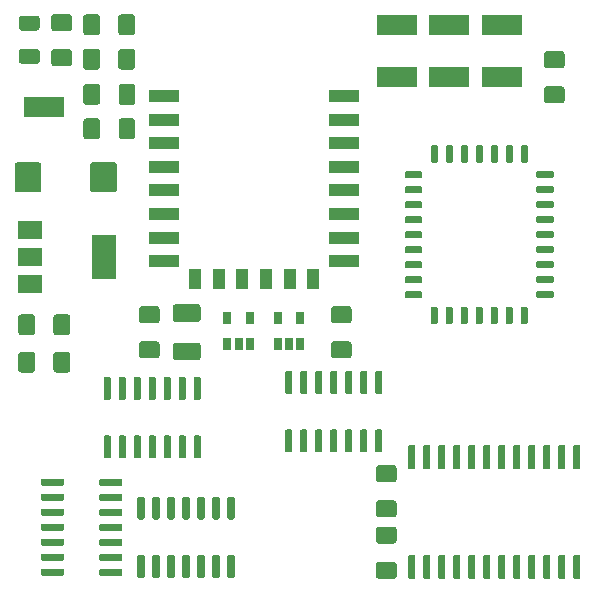
<source format=gbr>
G04 #@! TF.GenerationSoftware,KiCad,Pcbnew,5.1.5+dfsg1-2build2*
G04 #@! TF.CreationDate,2021-12-14T23:20:03+01:00*
G04 #@! TF.ProjectId,wifi-gb-cart,77696669-2d67-4622-9d63-6172742e6b69,rev?*
G04 #@! TF.SameCoordinates,Original*
G04 #@! TF.FileFunction,Paste,Top*
G04 #@! TF.FilePolarity,Positive*
%FSLAX46Y46*%
G04 Gerber Fmt 4.6, Leading zero omitted, Abs format (unit mm)*
G04 Created by KiCad (PCBNEW 5.1.5+dfsg1-2build2) date 2021-12-14 23:20:03*
%MOMM*%
%LPD*%
G04 APERTURE LIST*
%ADD10C,0.100000*%
%ADD11R,3.400000X1.800000*%
%ADD12R,2.500000X1.000000*%
%ADD13R,1.000000X1.800000*%
%ADD14R,2.000000X3.800000*%
%ADD15R,2.000000X1.500000*%
%ADD16R,0.650000X1.060000*%
G04 APERTURE END LIST*
D10*
G36*
X168439703Y-94025722D02*
G01*
X168454264Y-94027882D01*
X168468543Y-94031459D01*
X168482403Y-94036418D01*
X168495710Y-94042712D01*
X168508336Y-94050280D01*
X168520159Y-94059048D01*
X168531066Y-94068934D01*
X168540952Y-94079841D01*
X168549720Y-94091664D01*
X168557288Y-94104290D01*
X168563582Y-94117597D01*
X168568541Y-94131457D01*
X168572118Y-94145736D01*
X168574278Y-94160297D01*
X168575000Y-94175000D01*
X168575000Y-95350000D01*
X168574278Y-95364703D01*
X168572118Y-95379264D01*
X168568541Y-95393543D01*
X168563582Y-95407403D01*
X168557288Y-95420710D01*
X168549720Y-95433336D01*
X168540952Y-95445159D01*
X168531066Y-95456066D01*
X168520159Y-95465952D01*
X168508336Y-95474720D01*
X168495710Y-95482288D01*
X168482403Y-95488582D01*
X168468543Y-95493541D01*
X168454264Y-95497118D01*
X168439703Y-95499278D01*
X168425000Y-95500000D01*
X168125000Y-95500000D01*
X168110297Y-95499278D01*
X168095736Y-95497118D01*
X168081457Y-95493541D01*
X168067597Y-95488582D01*
X168054290Y-95482288D01*
X168041664Y-95474720D01*
X168029841Y-95465952D01*
X168018934Y-95456066D01*
X168009048Y-95445159D01*
X168000280Y-95433336D01*
X167992712Y-95420710D01*
X167986418Y-95407403D01*
X167981459Y-95393543D01*
X167977882Y-95379264D01*
X167975722Y-95364703D01*
X167975000Y-95350000D01*
X167975000Y-94175000D01*
X167975722Y-94160297D01*
X167977882Y-94145736D01*
X167981459Y-94131457D01*
X167986418Y-94117597D01*
X167992712Y-94104290D01*
X168000280Y-94091664D01*
X168009048Y-94079841D01*
X168018934Y-94068934D01*
X168029841Y-94059048D01*
X168041664Y-94050280D01*
X168054290Y-94042712D01*
X168067597Y-94036418D01*
X168081457Y-94031459D01*
X168095736Y-94027882D01*
X168110297Y-94025722D01*
X168125000Y-94025000D01*
X168425000Y-94025000D01*
X168439703Y-94025722D01*
G37*
G36*
X167169703Y-94025722D02*
G01*
X167184264Y-94027882D01*
X167198543Y-94031459D01*
X167212403Y-94036418D01*
X167225710Y-94042712D01*
X167238336Y-94050280D01*
X167250159Y-94059048D01*
X167261066Y-94068934D01*
X167270952Y-94079841D01*
X167279720Y-94091664D01*
X167287288Y-94104290D01*
X167293582Y-94117597D01*
X167298541Y-94131457D01*
X167302118Y-94145736D01*
X167304278Y-94160297D01*
X167305000Y-94175000D01*
X167305000Y-95350000D01*
X167304278Y-95364703D01*
X167302118Y-95379264D01*
X167298541Y-95393543D01*
X167293582Y-95407403D01*
X167287288Y-95420710D01*
X167279720Y-95433336D01*
X167270952Y-95445159D01*
X167261066Y-95456066D01*
X167250159Y-95465952D01*
X167238336Y-95474720D01*
X167225710Y-95482288D01*
X167212403Y-95488582D01*
X167198543Y-95493541D01*
X167184264Y-95497118D01*
X167169703Y-95499278D01*
X167155000Y-95500000D01*
X166855000Y-95500000D01*
X166840297Y-95499278D01*
X166825736Y-95497118D01*
X166811457Y-95493541D01*
X166797597Y-95488582D01*
X166784290Y-95482288D01*
X166771664Y-95474720D01*
X166759841Y-95465952D01*
X166748934Y-95456066D01*
X166739048Y-95445159D01*
X166730280Y-95433336D01*
X166722712Y-95420710D01*
X166716418Y-95407403D01*
X166711459Y-95393543D01*
X166707882Y-95379264D01*
X166705722Y-95364703D01*
X166705000Y-95350000D01*
X166705000Y-94175000D01*
X166705722Y-94160297D01*
X166707882Y-94145736D01*
X166711459Y-94131457D01*
X166716418Y-94117597D01*
X166722712Y-94104290D01*
X166730280Y-94091664D01*
X166739048Y-94079841D01*
X166748934Y-94068934D01*
X166759841Y-94059048D01*
X166771664Y-94050280D01*
X166784290Y-94042712D01*
X166797597Y-94036418D01*
X166811457Y-94031459D01*
X166825736Y-94027882D01*
X166840297Y-94025722D01*
X166855000Y-94025000D01*
X167155000Y-94025000D01*
X167169703Y-94025722D01*
G37*
G36*
X165899703Y-94025722D02*
G01*
X165914264Y-94027882D01*
X165928543Y-94031459D01*
X165942403Y-94036418D01*
X165955710Y-94042712D01*
X165968336Y-94050280D01*
X165980159Y-94059048D01*
X165991066Y-94068934D01*
X166000952Y-94079841D01*
X166009720Y-94091664D01*
X166017288Y-94104290D01*
X166023582Y-94117597D01*
X166028541Y-94131457D01*
X166032118Y-94145736D01*
X166034278Y-94160297D01*
X166035000Y-94175000D01*
X166035000Y-95350000D01*
X166034278Y-95364703D01*
X166032118Y-95379264D01*
X166028541Y-95393543D01*
X166023582Y-95407403D01*
X166017288Y-95420710D01*
X166009720Y-95433336D01*
X166000952Y-95445159D01*
X165991066Y-95456066D01*
X165980159Y-95465952D01*
X165968336Y-95474720D01*
X165955710Y-95482288D01*
X165942403Y-95488582D01*
X165928543Y-95493541D01*
X165914264Y-95497118D01*
X165899703Y-95499278D01*
X165885000Y-95500000D01*
X165585000Y-95500000D01*
X165570297Y-95499278D01*
X165555736Y-95497118D01*
X165541457Y-95493541D01*
X165527597Y-95488582D01*
X165514290Y-95482288D01*
X165501664Y-95474720D01*
X165489841Y-95465952D01*
X165478934Y-95456066D01*
X165469048Y-95445159D01*
X165460280Y-95433336D01*
X165452712Y-95420710D01*
X165446418Y-95407403D01*
X165441459Y-95393543D01*
X165437882Y-95379264D01*
X165435722Y-95364703D01*
X165435000Y-95350000D01*
X165435000Y-94175000D01*
X165435722Y-94160297D01*
X165437882Y-94145736D01*
X165441459Y-94131457D01*
X165446418Y-94117597D01*
X165452712Y-94104290D01*
X165460280Y-94091664D01*
X165469048Y-94079841D01*
X165478934Y-94068934D01*
X165489841Y-94059048D01*
X165501664Y-94050280D01*
X165514290Y-94042712D01*
X165527597Y-94036418D01*
X165541457Y-94031459D01*
X165555736Y-94027882D01*
X165570297Y-94025722D01*
X165585000Y-94025000D01*
X165885000Y-94025000D01*
X165899703Y-94025722D01*
G37*
G36*
X164629703Y-94025722D02*
G01*
X164644264Y-94027882D01*
X164658543Y-94031459D01*
X164672403Y-94036418D01*
X164685710Y-94042712D01*
X164698336Y-94050280D01*
X164710159Y-94059048D01*
X164721066Y-94068934D01*
X164730952Y-94079841D01*
X164739720Y-94091664D01*
X164747288Y-94104290D01*
X164753582Y-94117597D01*
X164758541Y-94131457D01*
X164762118Y-94145736D01*
X164764278Y-94160297D01*
X164765000Y-94175000D01*
X164765000Y-95350000D01*
X164764278Y-95364703D01*
X164762118Y-95379264D01*
X164758541Y-95393543D01*
X164753582Y-95407403D01*
X164747288Y-95420710D01*
X164739720Y-95433336D01*
X164730952Y-95445159D01*
X164721066Y-95456066D01*
X164710159Y-95465952D01*
X164698336Y-95474720D01*
X164685710Y-95482288D01*
X164672403Y-95488582D01*
X164658543Y-95493541D01*
X164644264Y-95497118D01*
X164629703Y-95499278D01*
X164615000Y-95500000D01*
X164315000Y-95500000D01*
X164300297Y-95499278D01*
X164285736Y-95497118D01*
X164271457Y-95493541D01*
X164257597Y-95488582D01*
X164244290Y-95482288D01*
X164231664Y-95474720D01*
X164219841Y-95465952D01*
X164208934Y-95456066D01*
X164199048Y-95445159D01*
X164190280Y-95433336D01*
X164182712Y-95420710D01*
X164176418Y-95407403D01*
X164171459Y-95393543D01*
X164167882Y-95379264D01*
X164165722Y-95364703D01*
X164165000Y-95350000D01*
X164165000Y-94175000D01*
X164165722Y-94160297D01*
X164167882Y-94145736D01*
X164171459Y-94131457D01*
X164176418Y-94117597D01*
X164182712Y-94104290D01*
X164190280Y-94091664D01*
X164199048Y-94079841D01*
X164208934Y-94068934D01*
X164219841Y-94059048D01*
X164231664Y-94050280D01*
X164244290Y-94042712D01*
X164257597Y-94036418D01*
X164271457Y-94031459D01*
X164285736Y-94027882D01*
X164300297Y-94025722D01*
X164315000Y-94025000D01*
X164615000Y-94025000D01*
X164629703Y-94025722D01*
G37*
G36*
X163314703Y-96220722D02*
G01*
X163329264Y-96222882D01*
X163343543Y-96226459D01*
X163357403Y-96231418D01*
X163370710Y-96237712D01*
X163383336Y-96245280D01*
X163395159Y-96254048D01*
X163406066Y-96263934D01*
X163415952Y-96274841D01*
X163424720Y-96286664D01*
X163432288Y-96299290D01*
X163438582Y-96312597D01*
X163443541Y-96326457D01*
X163447118Y-96340736D01*
X163449278Y-96355297D01*
X163450000Y-96370000D01*
X163450000Y-96670000D01*
X163449278Y-96684703D01*
X163447118Y-96699264D01*
X163443541Y-96713543D01*
X163438582Y-96727403D01*
X163432288Y-96740710D01*
X163424720Y-96753336D01*
X163415952Y-96765159D01*
X163406066Y-96776066D01*
X163395159Y-96785952D01*
X163383336Y-96794720D01*
X163370710Y-96802288D01*
X163357403Y-96808582D01*
X163343543Y-96813541D01*
X163329264Y-96817118D01*
X163314703Y-96819278D01*
X163300000Y-96820000D01*
X162125000Y-96820000D01*
X162110297Y-96819278D01*
X162095736Y-96817118D01*
X162081457Y-96813541D01*
X162067597Y-96808582D01*
X162054290Y-96802288D01*
X162041664Y-96794720D01*
X162029841Y-96785952D01*
X162018934Y-96776066D01*
X162009048Y-96765159D01*
X162000280Y-96753336D01*
X161992712Y-96740710D01*
X161986418Y-96727403D01*
X161981459Y-96713543D01*
X161977882Y-96699264D01*
X161975722Y-96684703D01*
X161975000Y-96670000D01*
X161975000Y-96370000D01*
X161975722Y-96355297D01*
X161977882Y-96340736D01*
X161981459Y-96326457D01*
X161986418Y-96312597D01*
X161992712Y-96299290D01*
X162000280Y-96286664D01*
X162009048Y-96274841D01*
X162018934Y-96263934D01*
X162029841Y-96254048D01*
X162041664Y-96245280D01*
X162054290Y-96237712D01*
X162067597Y-96231418D01*
X162081457Y-96226459D01*
X162095736Y-96222882D01*
X162110297Y-96220722D01*
X162125000Y-96220000D01*
X163300000Y-96220000D01*
X163314703Y-96220722D01*
G37*
G36*
X163314703Y-97490722D02*
G01*
X163329264Y-97492882D01*
X163343543Y-97496459D01*
X163357403Y-97501418D01*
X163370710Y-97507712D01*
X163383336Y-97515280D01*
X163395159Y-97524048D01*
X163406066Y-97533934D01*
X163415952Y-97544841D01*
X163424720Y-97556664D01*
X163432288Y-97569290D01*
X163438582Y-97582597D01*
X163443541Y-97596457D01*
X163447118Y-97610736D01*
X163449278Y-97625297D01*
X163450000Y-97640000D01*
X163450000Y-97940000D01*
X163449278Y-97954703D01*
X163447118Y-97969264D01*
X163443541Y-97983543D01*
X163438582Y-97997403D01*
X163432288Y-98010710D01*
X163424720Y-98023336D01*
X163415952Y-98035159D01*
X163406066Y-98046066D01*
X163395159Y-98055952D01*
X163383336Y-98064720D01*
X163370710Y-98072288D01*
X163357403Y-98078582D01*
X163343543Y-98083541D01*
X163329264Y-98087118D01*
X163314703Y-98089278D01*
X163300000Y-98090000D01*
X162125000Y-98090000D01*
X162110297Y-98089278D01*
X162095736Y-98087118D01*
X162081457Y-98083541D01*
X162067597Y-98078582D01*
X162054290Y-98072288D01*
X162041664Y-98064720D01*
X162029841Y-98055952D01*
X162018934Y-98046066D01*
X162009048Y-98035159D01*
X162000280Y-98023336D01*
X161992712Y-98010710D01*
X161986418Y-97997403D01*
X161981459Y-97983543D01*
X161977882Y-97969264D01*
X161975722Y-97954703D01*
X161975000Y-97940000D01*
X161975000Y-97640000D01*
X161975722Y-97625297D01*
X161977882Y-97610736D01*
X161981459Y-97596457D01*
X161986418Y-97582597D01*
X161992712Y-97569290D01*
X162000280Y-97556664D01*
X162009048Y-97544841D01*
X162018934Y-97533934D01*
X162029841Y-97524048D01*
X162041664Y-97515280D01*
X162054290Y-97507712D01*
X162067597Y-97501418D01*
X162081457Y-97496459D01*
X162095736Y-97492882D01*
X162110297Y-97490722D01*
X162125000Y-97490000D01*
X163300000Y-97490000D01*
X163314703Y-97490722D01*
G37*
G36*
X163314703Y-98760722D02*
G01*
X163329264Y-98762882D01*
X163343543Y-98766459D01*
X163357403Y-98771418D01*
X163370710Y-98777712D01*
X163383336Y-98785280D01*
X163395159Y-98794048D01*
X163406066Y-98803934D01*
X163415952Y-98814841D01*
X163424720Y-98826664D01*
X163432288Y-98839290D01*
X163438582Y-98852597D01*
X163443541Y-98866457D01*
X163447118Y-98880736D01*
X163449278Y-98895297D01*
X163450000Y-98910000D01*
X163450000Y-99210000D01*
X163449278Y-99224703D01*
X163447118Y-99239264D01*
X163443541Y-99253543D01*
X163438582Y-99267403D01*
X163432288Y-99280710D01*
X163424720Y-99293336D01*
X163415952Y-99305159D01*
X163406066Y-99316066D01*
X163395159Y-99325952D01*
X163383336Y-99334720D01*
X163370710Y-99342288D01*
X163357403Y-99348582D01*
X163343543Y-99353541D01*
X163329264Y-99357118D01*
X163314703Y-99359278D01*
X163300000Y-99360000D01*
X162125000Y-99360000D01*
X162110297Y-99359278D01*
X162095736Y-99357118D01*
X162081457Y-99353541D01*
X162067597Y-99348582D01*
X162054290Y-99342288D01*
X162041664Y-99334720D01*
X162029841Y-99325952D01*
X162018934Y-99316066D01*
X162009048Y-99305159D01*
X162000280Y-99293336D01*
X161992712Y-99280710D01*
X161986418Y-99267403D01*
X161981459Y-99253543D01*
X161977882Y-99239264D01*
X161975722Y-99224703D01*
X161975000Y-99210000D01*
X161975000Y-98910000D01*
X161975722Y-98895297D01*
X161977882Y-98880736D01*
X161981459Y-98866457D01*
X161986418Y-98852597D01*
X161992712Y-98839290D01*
X162000280Y-98826664D01*
X162009048Y-98814841D01*
X162018934Y-98803934D01*
X162029841Y-98794048D01*
X162041664Y-98785280D01*
X162054290Y-98777712D01*
X162067597Y-98771418D01*
X162081457Y-98766459D01*
X162095736Y-98762882D01*
X162110297Y-98760722D01*
X162125000Y-98760000D01*
X163300000Y-98760000D01*
X163314703Y-98760722D01*
G37*
G36*
X163314703Y-100030722D02*
G01*
X163329264Y-100032882D01*
X163343543Y-100036459D01*
X163357403Y-100041418D01*
X163370710Y-100047712D01*
X163383336Y-100055280D01*
X163395159Y-100064048D01*
X163406066Y-100073934D01*
X163415952Y-100084841D01*
X163424720Y-100096664D01*
X163432288Y-100109290D01*
X163438582Y-100122597D01*
X163443541Y-100136457D01*
X163447118Y-100150736D01*
X163449278Y-100165297D01*
X163450000Y-100180000D01*
X163450000Y-100480000D01*
X163449278Y-100494703D01*
X163447118Y-100509264D01*
X163443541Y-100523543D01*
X163438582Y-100537403D01*
X163432288Y-100550710D01*
X163424720Y-100563336D01*
X163415952Y-100575159D01*
X163406066Y-100586066D01*
X163395159Y-100595952D01*
X163383336Y-100604720D01*
X163370710Y-100612288D01*
X163357403Y-100618582D01*
X163343543Y-100623541D01*
X163329264Y-100627118D01*
X163314703Y-100629278D01*
X163300000Y-100630000D01*
X162125000Y-100630000D01*
X162110297Y-100629278D01*
X162095736Y-100627118D01*
X162081457Y-100623541D01*
X162067597Y-100618582D01*
X162054290Y-100612288D01*
X162041664Y-100604720D01*
X162029841Y-100595952D01*
X162018934Y-100586066D01*
X162009048Y-100575159D01*
X162000280Y-100563336D01*
X161992712Y-100550710D01*
X161986418Y-100537403D01*
X161981459Y-100523543D01*
X161977882Y-100509264D01*
X161975722Y-100494703D01*
X161975000Y-100480000D01*
X161975000Y-100180000D01*
X161975722Y-100165297D01*
X161977882Y-100150736D01*
X161981459Y-100136457D01*
X161986418Y-100122597D01*
X161992712Y-100109290D01*
X162000280Y-100096664D01*
X162009048Y-100084841D01*
X162018934Y-100073934D01*
X162029841Y-100064048D01*
X162041664Y-100055280D01*
X162054290Y-100047712D01*
X162067597Y-100041418D01*
X162081457Y-100036459D01*
X162095736Y-100032882D01*
X162110297Y-100030722D01*
X162125000Y-100030000D01*
X163300000Y-100030000D01*
X163314703Y-100030722D01*
G37*
G36*
X163314703Y-101300722D02*
G01*
X163329264Y-101302882D01*
X163343543Y-101306459D01*
X163357403Y-101311418D01*
X163370710Y-101317712D01*
X163383336Y-101325280D01*
X163395159Y-101334048D01*
X163406066Y-101343934D01*
X163415952Y-101354841D01*
X163424720Y-101366664D01*
X163432288Y-101379290D01*
X163438582Y-101392597D01*
X163443541Y-101406457D01*
X163447118Y-101420736D01*
X163449278Y-101435297D01*
X163450000Y-101450000D01*
X163450000Y-101750000D01*
X163449278Y-101764703D01*
X163447118Y-101779264D01*
X163443541Y-101793543D01*
X163438582Y-101807403D01*
X163432288Y-101820710D01*
X163424720Y-101833336D01*
X163415952Y-101845159D01*
X163406066Y-101856066D01*
X163395159Y-101865952D01*
X163383336Y-101874720D01*
X163370710Y-101882288D01*
X163357403Y-101888582D01*
X163343543Y-101893541D01*
X163329264Y-101897118D01*
X163314703Y-101899278D01*
X163300000Y-101900000D01*
X162125000Y-101900000D01*
X162110297Y-101899278D01*
X162095736Y-101897118D01*
X162081457Y-101893541D01*
X162067597Y-101888582D01*
X162054290Y-101882288D01*
X162041664Y-101874720D01*
X162029841Y-101865952D01*
X162018934Y-101856066D01*
X162009048Y-101845159D01*
X162000280Y-101833336D01*
X161992712Y-101820710D01*
X161986418Y-101807403D01*
X161981459Y-101793543D01*
X161977882Y-101779264D01*
X161975722Y-101764703D01*
X161975000Y-101750000D01*
X161975000Y-101450000D01*
X161975722Y-101435297D01*
X161977882Y-101420736D01*
X161981459Y-101406457D01*
X161986418Y-101392597D01*
X161992712Y-101379290D01*
X162000280Y-101366664D01*
X162009048Y-101354841D01*
X162018934Y-101343934D01*
X162029841Y-101334048D01*
X162041664Y-101325280D01*
X162054290Y-101317712D01*
X162067597Y-101311418D01*
X162081457Y-101306459D01*
X162095736Y-101302882D01*
X162110297Y-101300722D01*
X162125000Y-101300000D01*
X163300000Y-101300000D01*
X163314703Y-101300722D01*
G37*
G36*
X163314703Y-102570722D02*
G01*
X163329264Y-102572882D01*
X163343543Y-102576459D01*
X163357403Y-102581418D01*
X163370710Y-102587712D01*
X163383336Y-102595280D01*
X163395159Y-102604048D01*
X163406066Y-102613934D01*
X163415952Y-102624841D01*
X163424720Y-102636664D01*
X163432288Y-102649290D01*
X163438582Y-102662597D01*
X163443541Y-102676457D01*
X163447118Y-102690736D01*
X163449278Y-102705297D01*
X163450000Y-102720000D01*
X163450000Y-103020000D01*
X163449278Y-103034703D01*
X163447118Y-103049264D01*
X163443541Y-103063543D01*
X163438582Y-103077403D01*
X163432288Y-103090710D01*
X163424720Y-103103336D01*
X163415952Y-103115159D01*
X163406066Y-103126066D01*
X163395159Y-103135952D01*
X163383336Y-103144720D01*
X163370710Y-103152288D01*
X163357403Y-103158582D01*
X163343543Y-103163541D01*
X163329264Y-103167118D01*
X163314703Y-103169278D01*
X163300000Y-103170000D01*
X162125000Y-103170000D01*
X162110297Y-103169278D01*
X162095736Y-103167118D01*
X162081457Y-103163541D01*
X162067597Y-103158582D01*
X162054290Y-103152288D01*
X162041664Y-103144720D01*
X162029841Y-103135952D01*
X162018934Y-103126066D01*
X162009048Y-103115159D01*
X162000280Y-103103336D01*
X161992712Y-103090710D01*
X161986418Y-103077403D01*
X161981459Y-103063543D01*
X161977882Y-103049264D01*
X161975722Y-103034703D01*
X161975000Y-103020000D01*
X161975000Y-102720000D01*
X161975722Y-102705297D01*
X161977882Y-102690736D01*
X161981459Y-102676457D01*
X161986418Y-102662597D01*
X161992712Y-102649290D01*
X162000280Y-102636664D01*
X162009048Y-102624841D01*
X162018934Y-102613934D01*
X162029841Y-102604048D01*
X162041664Y-102595280D01*
X162054290Y-102587712D01*
X162067597Y-102581418D01*
X162081457Y-102576459D01*
X162095736Y-102572882D01*
X162110297Y-102570722D01*
X162125000Y-102570000D01*
X163300000Y-102570000D01*
X163314703Y-102570722D01*
G37*
G36*
X163314703Y-103840722D02*
G01*
X163329264Y-103842882D01*
X163343543Y-103846459D01*
X163357403Y-103851418D01*
X163370710Y-103857712D01*
X163383336Y-103865280D01*
X163395159Y-103874048D01*
X163406066Y-103883934D01*
X163415952Y-103894841D01*
X163424720Y-103906664D01*
X163432288Y-103919290D01*
X163438582Y-103932597D01*
X163443541Y-103946457D01*
X163447118Y-103960736D01*
X163449278Y-103975297D01*
X163450000Y-103990000D01*
X163450000Y-104290000D01*
X163449278Y-104304703D01*
X163447118Y-104319264D01*
X163443541Y-104333543D01*
X163438582Y-104347403D01*
X163432288Y-104360710D01*
X163424720Y-104373336D01*
X163415952Y-104385159D01*
X163406066Y-104396066D01*
X163395159Y-104405952D01*
X163383336Y-104414720D01*
X163370710Y-104422288D01*
X163357403Y-104428582D01*
X163343543Y-104433541D01*
X163329264Y-104437118D01*
X163314703Y-104439278D01*
X163300000Y-104440000D01*
X162125000Y-104440000D01*
X162110297Y-104439278D01*
X162095736Y-104437118D01*
X162081457Y-104433541D01*
X162067597Y-104428582D01*
X162054290Y-104422288D01*
X162041664Y-104414720D01*
X162029841Y-104405952D01*
X162018934Y-104396066D01*
X162009048Y-104385159D01*
X162000280Y-104373336D01*
X161992712Y-104360710D01*
X161986418Y-104347403D01*
X161981459Y-104333543D01*
X161977882Y-104319264D01*
X161975722Y-104304703D01*
X161975000Y-104290000D01*
X161975000Y-103990000D01*
X161975722Y-103975297D01*
X161977882Y-103960736D01*
X161981459Y-103946457D01*
X161986418Y-103932597D01*
X161992712Y-103919290D01*
X162000280Y-103906664D01*
X162009048Y-103894841D01*
X162018934Y-103883934D01*
X162029841Y-103874048D01*
X162041664Y-103865280D01*
X162054290Y-103857712D01*
X162067597Y-103851418D01*
X162081457Y-103846459D01*
X162095736Y-103842882D01*
X162110297Y-103840722D01*
X162125000Y-103840000D01*
X163300000Y-103840000D01*
X163314703Y-103840722D01*
G37*
G36*
X163314703Y-105110722D02*
G01*
X163329264Y-105112882D01*
X163343543Y-105116459D01*
X163357403Y-105121418D01*
X163370710Y-105127712D01*
X163383336Y-105135280D01*
X163395159Y-105144048D01*
X163406066Y-105153934D01*
X163415952Y-105164841D01*
X163424720Y-105176664D01*
X163432288Y-105189290D01*
X163438582Y-105202597D01*
X163443541Y-105216457D01*
X163447118Y-105230736D01*
X163449278Y-105245297D01*
X163450000Y-105260000D01*
X163450000Y-105560000D01*
X163449278Y-105574703D01*
X163447118Y-105589264D01*
X163443541Y-105603543D01*
X163438582Y-105617403D01*
X163432288Y-105630710D01*
X163424720Y-105643336D01*
X163415952Y-105655159D01*
X163406066Y-105666066D01*
X163395159Y-105675952D01*
X163383336Y-105684720D01*
X163370710Y-105692288D01*
X163357403Y-105698582D01*
X163343543Y-105703541D01*
X163329264Y-105707118D01*
X163314703Y-105709278D01*
X163300000Y-105710000D01*
X162125000Y-105710000D01*
X162110297Y-105709278D01*
X162095736Y-105707118D01*
X162081457Y-105703541D01*
X162067597Y-105698582D01*
X162054290Y-105692288D01*
X162041664Y-105684720D01*
X162029841Y-105675952D01*
X162018934Y-105666066D01*
X162009048Y-105655159D01*
X162000280Y-105643336D01*
X161992712Y-105630710D01*
X161986418Y-105617403D01*
X161981459Y-105603543D01*
X161977882Y-105589264D01*
X161975722Y-105574703D01*
X161975000Y-105560000D01*
X161975000Y-105260000D01*
X161975722Y-105245297D01*
X161977882Y-105230736D01*
X161981459Y-105216457D01*
X161986418Y-105202597D01*
X161992712Y-105189290D01*
X162000280Y-105176664D01*
X162009048Y-105164841D01*
X162018934Y-105153934D01*
X162029841Y-105144048D01*
X162041664Y-105135280D01*
X162054290Y-105127712D01*
X162067597Y-105121418D01*
X162081457Y-105116459D01*
X162095736Y-105112882D01*
X162110297Y-105110722D01*
X162125000Y-105110000D01*
X163300000Y-105110000D01*
X163314703Y-105110722D01*
G37*
G36*
X163314703Y-106380722D02*
G01*
X163329264Y-106382882D01*
X163343543Y-106386459D01*
X163357403Y-106391418D01*
X163370710Y-106397712D01*
X163383336Y-106405280D01*
X163395159Y-106414048D01*
X163406066Y-106423934D01*
X163415952Y-106434841D01*
X163424720Y-106446664D01*
X163432288Y-106459290D01*
X163438582Y-106472597D01*
X163443541Y-106486457D01*
X163447118Y-106500736D01*
X163449278Y-106515297D01*
X163450000Y-106530000D01*
X163450000Y-106830000D01*
X163449278Y-106844703D01*
X163447118Y-106859264D01*
X163443541Y-106873543D01*
X163438582Y-106887403D01*
X163432288Y-106900710D01*
X163424720Y-106913336D01*
X163415952Y-106925159D01*
X163406066Y-106936066D01*
X163395159Y-106945952D01*
X163383336Y-106954720D01*
X163370710Y-106962288D01*
X163357403Y-106968582D01*
X163343543Y-106973541D01*
X163329264Y-106977118D01*
X163314703Y-106979278D01*
X163300000Y-106980000D01*
X162125000Y-106980000D01*
X162110297Y-106979278D01*
X162095736Y-106977118D01*
X162081457Y-106973541D01*
X162067597Y-106968582D01*
X162054290Y-106962288D01*
X162041664Y-106954720D01*
X162029841Y-106945952D01*
X162018934Y-106936066D01*
X162009048Y-106925159D01*
X162000280Y-106913336D01*
X161992712Y-106900710D01*
X161986418Y-106887403D01*
X161981459Y-106873543D01*
X161977882Y-106859264D01*
X161975722Y-106844703D01*
X161975000Y-106830000D01*
X161975000Y-106530000D01*
X161975722Y-106515297D01*
X161977882Y-106500736D01*
X161981459Y-106486457D01*
X161986418Y-106472597D01*
X161992712Y-106459290D01*
X162000280Y-106446664D01*
X162009048Y-106434841D01*
X162018934Y-106423934D01*
X162029841Y-106414048D01*
X162041664Y-106405280D01*
X162054290Y-106397712D01*
X162067597Y-106391418D01*
X162081457Y-106386459D01*
X162095736Y-106382882D01*
X162110297Y-106380722D01*
X162125000Y-106380000D01*
X163300000Y-106380000D01*
X163314703Y-106380722D01*
G37*
G36*
X164629703Y-107700722D02*
G01*
X164644264Y-107702882D01*
X164658543Y-107706459D01*
X164672403Y-107711418D01*
X164685710Y-107717712D01*
X164698336Y-107725280D01*
X164710159Y-107734048D01*
X164721066Y-107743934D01*
X164730952Y-107754841D01*
X164739720Y-107766664D01*
X164747288Y-107779290D01*
X164753582Y-107792597D01*
X164758541Y-107806457D01*
X164762118Y-107820736D01*
X164764278Y-107835297D01*
X164765000Y-107850000D01*
X164765000Y-109025000D01*
X164764278Y-109039703D01*
X164762118Y-109054264D01*
X164758541Y-109068543D01*
X164753582Y-109082403D01*
X164747288Y-109095710D01*
X164739720Y-109108336D01*
X164730952Y-109120159D01*
X164721066Y-109131066D01*
X164710159Y-109140952D01*
X164698336Y-109149720D01*
X164685710Y-109157288D01*
X164672403Y-109163582D01*
X164658543Y-109168541D01*
X164644264Y-109172118D01*
X164629703Y-109174278D01*
X164615000Y-109175000D01*
X164315000Y-109175000D01*
X164300297Y-109174278D01*
X164285736Y-109172118D01*
X164271457Y-109168541D01*
X164257597Y-109163582D01*
X164244290Y-109157288D01*
X164231664Y-109149720D01*
X164219841Y-109140952D01*
X164208934Y-109131066D01*
X164199048Y-109120159D01*
X164190280Y-109108336D01*
X164182712Y-109095710D01*
X164176418Y-109082403D01*
X164171459Y-109068543D01*
X164167882Y-109054264D01*
X164165722Y-109039703D01*
X164165000Y-109025000D01*
X164165000Y-107850000D01*
X164165722Y-107835297D01*
X164167882Y-107820736D01*
X164171459Y-107806457D01*
X164176418Y-107792597D01*
X164182712Y-107779290D01*
X164190280Y-107766664D01*
X164199048Y-107754841D01*
X164208934Y-107743934D01*
X164219841Y-107734048D01*
X164231664Y-107725280D01*
X164244290Y-107717712D01*
X164257597Y-107711418D01*
X164271457Y-107706459D01*
X164285736Y-107702882D01*
X164300297Y-107700722D01*
X164315000Y-107700000D01*
X164615000Y-107700000D01*
X164629703Y-107700722D01*
G37*
G36*
X165899703Y-107700722D02*
G01*
X165914264Y-107702882D01*
X165928543Y-107706459D01*
X165942403Y-107711418D01*
X165955710Y-107717712D01*
X165968336Y-107725280D01*
X165980159Y-107734048D01*
X165991066Y-107743934D01*
X166000952Y-107754841D01*
X166009720Y-107766664D01*
X166017288Y-107779290D01*
X166023582Y-107792597D01*
X166028541Y-107806457D01*
X166032118Y-107820736D01*
X166034278Y-107835297D01*
X166035000Y-107850000D01*
X166035000Y-109025000D01*
X166034278Y-109039703D01*
X166032118Y-109054264D01*
X166028541Y-109068543D01*
X166023582Y-109082403D01*
X166017288Y-109095710D01*
X166009720Y-109108336D01*
X166000952Y-109120159D01*
X165991066Y-109131066D01*
X165980159Y-109140952D01*
X165968336Y-109149720D01*
X165955710Y-109157288D01*
X165942403Y-109163582D01*
X165928543Y-109168541D01*
X165914264Y-109172118D01*
X165899703Y-109174278D01*
X165885000Y-109175000D01*
X165585000Y-109175000D01*
X165570297Y-109174278D01*
X165555736Y-109172118D01*
X165541457Y-109168541D01*
X165527597Y-109163582D01*
X165514290Y-109157288D01*
X165501664Y-109149720D01*
X165489841Y-109140952D01*
X165478934Y-109131066D01*
X165469048Y-109120159D01*
X165460280Y-109108336D01*
X165452712Y-109095710D01*
X165446418Y-109082403D01*
X165441459Y-109068543D01*
X165437882Y-109054264D01*
X165435722Y-109039703D01*
X165435000Y-109025000D01*
X165435000Y-107850000D01*
X165435722Y-107835297D01*
X165437882Y-107820736D01*
X165441459Y-107806457D01*
X165446418Y-107792597D01*
X165452712Y-107779290D01*
X165460280Y-107766664D01*
X165469048Y-107754841D01*
X165478934Y-107743934D01*
X165489841Y-107734048D01*
X165501664Y-107725280D01*
X165514290Y-107717712D01*
X165527597Y-107711418D01*
X165541457Y-107706459D01*
X165555736Y-107702882D01*
X165570297Y-107700722D01*
X165585000Y-107700000D01*
X165885000Y-107700000D01*
X165899703Y-107700722D01*
G37*
G36*
X167169703Y-107700722D02*
G01*
X167184264Y-107702882D01*
X167198543Y-107706459D01*
X167212403Y-107711418D01*
X167225710Y-107717712D01*
X167238336Y-107725280D01*
X167250159Y-107734048D01*
X167261066Y-107743934D01*
X167270952Y-107754841D01*
X167279720Y-107766664D01*
X167287288Y-107779290D01*
X167293582Y-107792597D01*
X167298541Y-107806457D01*
X167302118Y-107820736D01*
X167304278Y-107835297D01*
X167305000Y-107850000D01*
X167305000Y-109025000D01*
X167304278Y-109039703D01*
X167302118Y-109054264D01*
X167298541Y-109068543D01*
X167293582Y-109082403D01*
X167287288Y-109095710D01*
X167279720Y-109108336D01*
X167270952Y-109120159D01*
X167261066Y-109131066D01*
X167250159Y-109140952D01*
X167238336Y-109149720D01*
X167225710Y-109157288D01*
X167212403Y-109163582D01*
X167198543Y-109168541D01*
X167184264Y-109172118D01*
X167169703Y-109174278D01*
X167155000Y-109175000D01*
X166855000Y-109175000D01*
X166840297Y-109174278D01*
X166825736Y-109172118D01*
X166811457Y-109168541D01*
X166797597Y-109163582D01*
X166784290Y-109157288D01*
X166771664Y-109149720D01*
X166759841Y-109140952D01*
X166748934Y-109131066D01*
X166739048Y-109120159D01*
X166730280Y-109108336D01*
X166722712Y-109095710D01*
X166716418Y-109082403D01*
X166711459Y-109068543D01*
X166707882Y-109054264D01*
X166705722Y-109039703D01*
X166705000Y-109025000D01*
X166705000Y-107850000D01*
X166705722Y-107835297D01*
X166707882Y-107820736D01*
X166711459Y-107806457D01*
X166716418Y-107792597D01*
X166722712Y-107779290D01*
X166730280Y-107766664D01*
X166739048Y-107754841D01*
X166748934Y-107743934D01*
X166759841Y-107734048D01*
X166771664Y-107725280D01*
X166784290Y-107717712D01*
X166797597Y-107711418D01*
X166811457Y-107706459D01*
X166825736Y-107702882D01*
X166840297Y-107700722D01*
X166855000Y-107700000D01*
X167155000Y-107700000D01*
X167169703Y-107700722D01*
G37*
G36*
X168439703Y-107700722D02*
G01*
X168454264Y-107702882D01*
X168468543Y-107706459D01*
X168482403Y-107711418D01*
X168495710Y-107717712D01*
X168508336Y-107725280D01*
X168520159Y-107734048D01*
X168531066Y-107743934D01*
X168540952Y-107754841D01*
X168549720Y-107766664D01*
X168557288Y-107779290D01*
X168563582Y-107792597D01*
X168568541Y-107806457D01*
X168572118Y-107820736D01*
X168574278Y-107835297D01*
X168575000Y-107850000D01*
X168575000Y-109025000D01*
X168574278Y-109039703D01*
X168572118Y-109054264D01*
X168568541Y-109068543D01*
X168563582Y-109082403D01*
X168557288Y-109095710D01*
X168549720Y-109108336D01*
X168540952Y-109120159D01*
X168531066Y-109131066D01*
X168520159Y-109140952D01*
X168508336Y-109149720D01*
X168495710Y-109157288D01*
X168482403Y-109163582D01*
X168468543Y-109168541D01*
X168454264Y-109172118D01*
X168439703Y-109174278D01*
X168425000Y-109175000D01*
X168125000Y-109175000D01*
X168110297Y-109174278D01*
X168095736Y-109172118D01*
X168081457Y-109168541D01*
X168067597Y-109163582D01*
X168054290Y-109157288D01*
X168041664Y-109149720D01*
X168029841Y-109140952D01*
X168018934Y-109131066D01*
X168009048Y-109120159D01*
X168000280Y-109108336D01*
X167992712Y-109095710D01*
X167986418Y-109082403D01*
X167981459Y-109068543D01*
X167977882Y-109054264D01*
X167975722Y-109039703D01*
X167975000Y-109025000D01*
X167975000Y-107850000D01*
X167975722Y-107835297D01*
X167977882Y-107820736D01*
X167981459Y-107806457D01*
X167986418Y-107792597D01*
X167992712Y-107779290D01*
X168000280Y-107766664D01*
X168009048Y-107754841D01*
X168018934Y-107743934D01*
X168029841Y-107734048D01*
X168041664Y-107725280D01*
X168054290Y-107717712D01*
X168067597Y-107711418D01*
X168081457Y-107706459D01*
X168095736Y-107702882D01*
X168110297Y-107700722D01*
X168125000Y-107700000D01*
X168425000Y-107700000D01*
X168439703Y-107700722D01*
G37*
G36*
X169709703Y-107700722D02*
G01*
X169724264Y-107702882D01*
X169738543Y-107706459D01*
X169752403Y-107711418D01*
X169765710Y-107717712D01*
X169778336Y-107725280D01*
X169790159Y-107734048D01*
X169801066Y-107743934D01*
X169810952Y-107754841D01*
X169819720Y-107766664D01*
X169827288Y-107779290D01*
X169833582Y-107792597D01*
X169838541Y-107806457D01*
X169842118Y-107820736D01*
X169844278Y-107835297D01*
X169845000Y-107850000D01*
X169845000Y-109025000D01*
X169844278Y-109039703D01*
X169842118Y-109054264D01*
X169838541Y-109068543D01*
X169833582Y-109082403D01*
X169827288Y-109095710D01*
X169819720Y-109108336D01*
X169810952Y-109120159D01*
X169801066Y-109131066D01*
X169790159Y-109140952D01*
X169778336Y-109149720D01*
X169765710Y-109157288D01*
X169752403Y-109163582D01*
X169738543Y-109168541D01*
X169724264Y-109172118D01*
X169709703Y-109174278D01*
X169695000Y-109175000D01*
X169395000Y-109175000D01*
X169380297Y-109174278D01*
X169365736Y-109172118D01*
X169351457Y-109168541D01*
X169337597Y-109163582D01*
X169324290Y-109157288D01*
X169311664Y-109149720D01*
X169299841Y-109140952D01*
X169288934Y-109131066D01*
X169279048Y-109120159D01*
X169270280Y-109108336D01*
X169262712Y-109095710D01*
X169256418Y-109082403D01*
X169251459Y-109068543D01*
X169247882Y-109054264D01*
X169245722Y-109039703D01*
X169245000Y-109025000D01*
X169245000Y-107850000D01*
X169245722Y-107835297D01*
X169247882Y-107820736D01*
X169251459Y-107806457D01*
X169256418Y-107792597D01*
X169262712Y-107779290D01*
X169270280Y-107766664D01*
X169279048Y-107754841D01*
X169288934Y-107743934D01*
X169299841Y-107734048D01*
X169311664Y-107725280D01*
X169324290Y-107717712D01*
X169337597Y-107711418D01*
X169351457Y-107706459D01*
X169365736Y-107702882D01*
X169380297Y-107700722D01*
X169395000Y-107700000D01*
X169695000Y-107700000D01*
X169709703Y-107700722D01*
G37*
G36*
X170979703Y-107700722D02*
G01*
X170994264Y-107702882D01*
X171008543Y-107706459D01*
X171022403Y-107711418D01*
X171035710Y-107717712D01*
X171048336Y-107725280D01*
X171060159Y-107734048D01*
X171071066Y-107743934D01*
X171080952Y-107754841D01*
X171089720Y-107766664D01*
X171097288Y-107779290D01*
X171103582Y-107792597D01*
X171108541Y-107806457D01*
X171112118Y-107820736D01*
X171114278Y-107835297D01*
X171115000Y-107850000D01*
X171115000Y-109025000D01*
X171114278Y-109039703D01*
X171112118Y-109054264D01*
X171108541Y-109068543D01*
X171103582Y-109082403D01*
X171097288Y-109095710D01*
X171089720Y-109108336D01*
X171080952Y-109120159D01*
X171071066Y-109131066D01*
X171060159Y-109140952D01*
X171048336Y-109149720D01*
X171035710Y-109157288D01*
X171022403Y-109163582D01*
X171008543Y-109168541D01*
X170994264Y-109172118D01*
X170979703Y-109174278D01*
X170965000Y-109175000D01*
X170665000Y-109175000D01*
X170650297Y-109174278D01*
X170635736Y-109172118D01*
X170621457Y-109168541D01*
X170607597Y-109163582D01*
X170594290Y-109157288D01*
X170581664Y-109149720D01*
X170569841Y-109140952D01*
X170558934Y-109131066D01*
X170549048Y-109120159D01*
X170540280Y-109108336D01*
X170532712Y-109095710D01*
X170526418Y-109082403D01*
X170521459Y-109068543D01*
X170517882Y-109054264D01*
X170515722Y-109039703D01*
X170515000Y-109025000D01*
X170515000Y-107850000D01*
X170515722Y-107835297D01*
X170517882Y-107820736D01*
X170521459Y-107806457D01*
X170526418Y-107792597D01*
X170532712Y-107779290D01*
X170540280Y-107766664D01*
X170549048Y-107754841D01*
X170558934Y-107743934D01*
X170569841Y-107734048D01*
X170581664Y-107725280D01*
X170594290Y-107717712D01*
X170607597Y-107711418D01*
X170621457Y-107706459D01*
X170635736Y-107702882D01*
X170650297Y-107700722D01*
X170665000Y-107700000D01*
X170965000Y-107700000D01*
X170979703Y-107700722D01*
G37*
G36*
X172249703Y-107700722D02*
G01*
X172264264Y-107702882D01*
X172278543Y-107706459D01*
X172292403Y-107711418D01*
X172305710Y-107717712D01*
X172318336Y-107725280D01*
X172330159Y-107734048D01*
X172341066Y-107743934D01*
X172350952Y-107754841D01*
X172359720Y-107766664D01*
X172367288Y-107779290D01*
X172373582Y-107792597D01*
X172378541Y-107806457D01*
X172382118Y-107820736D01*
X172384278Y-107835297D01*
X172385000Y-107850000D01*
X172385000Y-109025000D01*
X172384278Y-109039703D01*
X172382118Y-109054264D01*
X172378541Y-109068543D01*
X172373582Y-109082403D01*
X172367288Y-109095710D01*
X172359720Y-109108336D01*
X172350952Y-109120159D01*
X172341066Y-109131066D01*
X172330159Y-109140952D01*
X172318336Y-109149720D01*
X172305710Y-109157288D01*
X172292403Y-109163582D01*
X172278543Y-109168541D01*
X172264264Y-109172118D01*
X172249703Y-109174278D01*
X172235000Y-109175000D01*
X171935000Y-109175000D01*
X171920297Y-109174278D01*
X171905736Y-109172118D01*
X171891457Y-109168541D01*
X171877597Y-109163582D01*
X171864290Y-109157288D01*
X171851664Y-109149720D01*
X171839841Y-109140952D01*
X171828934Y-109131066D01*
X171819048Y-109120159D01*
X171810280Y-109108336D01*
X171802712Y-109095710D01*
X171796418Y-109082403D01*
X171791459Y-109068543D01*
X171787882Y-109054264D01*
X171785722Y-109039703D01*
X171785000Y-109025000D01*
X171785000Y-107850000D01*
X171785722Y-107835297D01*
X171787882Y-107820736D01*
X171791459Y-107806457D01*
X171796418Y-107792597D01*
X171802712Y-107779290D01*
X171810280Y-107766664D01*
X171819048Y-107754841D01*
X171828934Y-107743934D01*
X171839841Y-107734048D01*
X171851664Y-107725280D01*
X171864290Y-107717712D01*
X171877597Y-107711418D01*
X171891457Y-107706459D01*
X171905736Y-107702882D01*
X171920297Y-107700722D01*
X171935000Y-107700000D01*
X172235000Y-107700000D01*
X172249703Y-107700722D01*
G37*
G36*
X174439703Y-106380722D02*
G01*
X174454264Y-106382882D01*
X174468543Y-106386459D01*
X174482403Y-106391418D01*
X174495710Y-106397712D01*
X174508336Y-106405280D01*
X174520159Y-106414048D01*
X174531066Y-106423934D01*
X174540952Y-106434841D01*
X174549720Y-106446664D01*
X174557288Y-106459290D01*
X174563582Y-106472597D01*
X174568541Y-106486457D01*
X174572118Y-106500736D01*
X174574278Y-106515297D01*
X174575000Y-106530000D01*
X174575000Y-106830000D01*
X174574278Y-106844703D01*
X174572118Y-106859264D01*
X174568541Y-106873543D01*
X174563582Y-106887403D01*
X174557288Y-106900710D01*
X174549720Y-106913336D01*
X174540952Y-106925159D01*
X174531066Y-106936066D01*
X174520159Y-106945952D01*
X174508336Y-106954720D01*
X174495710Y-106962288D01*
X174482403Y-106968582D01*
X174468543Y-106973541D01*
X174454264Y-106977118D01*
X174439703Y-106979278D01*
X174425000Y-106980000D01*
X173250000Y-106980000D01*
X173235297Y-106979278D01*
X173220736Y-106977118D01*
X173206457Y-106973541D01*
X173192597Y-106968582D01*
X173179290Y-106962288D01*
X173166664Y-106954720D01*
X173154841Y-106945952D01*
X173143934Y-106936066D01*
X173134048Y-106925159D01*
X173125280Y-106913336D01*
X173117712Y-106900710D01*
X173111418Y-106887403D01*
X173106459Y-106873543D01*
X173102882Y-106859264D01*
X173100722Y-106844703D01*
X173100000Y-106830000D01*
X173100000Y-106530000D01*
X173100722Y-106515297D01*
X173102882Y-106500736D01*
X173106459Y-106486457D01*
X173111418Y-106472597D01*
X173117712Y-106459290D01*
X173125280Y-106446664D01*
X173134048Y-106434841D01*
X173143934Y-106423934D01*
X173154841Y-106414048D01*
X173166664Y-106405280D01*
X173179290Y-106397712D01*
X173192597Y-106391418D01*
X173206457Y-106386459D01*
X173220736Y-106382882D01*
X173235297Y-106380722D01*
X173250000Y-106380000D01*
X174425000Y-106380000D01*
X174439703Y-106380722D01*
G37*
G36*
X174439703Y-105110722D02*
G01*
X174454264Y-105112882D01*
X174468543Y-105116459D01*
X174482403Y-105121418D01*
X174495710Y-105127712D01*
X174508336Y-105135280D01*
X174520159Y-105144048D01*
X174531066Y-105153934D01*
X174540952Y-105164841D01*
X174549720Y-105176664D01*
X174557288Y-105189290D01*
X174563582Y-105202597D01*
X174568541Y-105216457D01*
X174572118Y-105230736D01*
X174574278Y-105245297D01*
X174575000Y-105260000D01*
X174575000Y-105560000D01*
X174574278Y-105574703D01*
X174572118Y-105589264D01*
X174568541Y-105603543D01*
X174563582Y-105617403D01*
X174557288Y-105630710D01*
X174549720Y-105643336D01*
X174540952Y-105655159D01*
X174531066Y-105666066D01*
X174520159Y-105675952D01*
X174508336Y-105684720D01*
X174495710Y-105692288D01*
X174482403Y-105698582D01*
X174468543Y-105703541D01*
X174454264Y-105707118D01*
X174439703Y-105709278D01*
X174425000Y-105710000D01*
X173250000Y-105710000D01*
X173235297Y-105709278D01*
X173220736Y-105707118D01*
X173206457Y-105703541D01*
X173192597Y-105698582D01*
X173179290Y-105692288D01*
X173166664Y-105684720D01*
X173154841Y-105675952D01*
X173143934Y-105666066D01*
X173134048Y-105655159D01*
X173125280Y-105643336D01*
X173117712Y-105630710D01*
X173111418Y-105617403D01*
X173106459Y-105603543D01*
X173102882Y-105589264D01*
X173100722Y-105574703D01*
X173100000Y-105560000D01*
X173100000Y-105260000D01*
X173100722Y-105245297D01*
X173102882Y-105230736D01*
X173106459Y-105216457D01*
X173111418Y-105202597D01*
X173117712Y-105189290D01*
X173125280Y-105176664D01*
X173134048Y-105164841D01*
X173143934Y-105153934D01*
X173154841Y-105144048D01*
X173166664Y-105135280D01*
X173179290Y-105127712D01*
X173192597Y-105121418D01*
X173206457Y-105116459D01*
X173220736Y-105112882D01*
X173235297Y-105110722D01*
X173250000Y-105110000D01*
X174425000Y-105110000D01*
X174439703Y-105110722D01*
G37*
G36*
X174439703Y-103840722D02*
G01*
X174454264Y-103842882D01*
X174468543Y-103846459D01*
X174482403Y-103851418D01*
X174495710Y-103857712D01*
X174508336Y-103865280D01*
X174520159Y-103874048D01*
X174531066Y-103883934D01*
X174540952Y-103894841D01*
X174549720Y-103906664D01*
X174557288Y-103919290D01*
X174563582Y-103932597D01*
X174568541Y-103946457D01*
X174572118Y-103960736D01*
X174574278Y-103975297D01*
X174575000Y-103990000D01*
X174575000Y-104290000D01*
X174574278Y-104304703D01*
X174572118Y-104319264D01*
X174568541Y-104333543D01*
X174563582Y-104347403D01*
X174557288Y-104360710D01*
X174549720Y-104373336D01*
X174540952Y-104385159D01*
X174531066Y-104396066D01*
X174520159Y-104405952D01*
X174508336Y-104414720D01*
X174495710Y-104422288D01*
X174482403Y-104428582D01*
X174468543Y-104433541D01*
X174454264Y-104437118D01*
X174439703Y-104439278D01*
X174425000Y-104440000D01*
X173250000Y-104440000D01*
X173235297Y-104439278D01*
X173220736Y-104437118D01*
X173206457Y-104433541D01*
X173192597Y-104428582D01*
X173179290Y-104422288D01*
X173166664Y-104414720D01*
X173154841Y-104405952D01*
X173143934Y-104396066D01*
X173134048Y-104385159D01*
X173125280Y-104373336D01*
X173117712Y-104360710D01*
X173111418Y-104347403D01*
X173106459Y-104333543D01*
X173102882Y-104319264D01*
X173100722Y-104304703D01*
X173100000Y-104290000D01*
X173100000Y-103990000D01*
X173100722Y-103975297D01*
X173102882Y-103960736D01*
X173106459Y-103946457D01*
X173111418Y-103932597D01*
X173117712Y-103919290D01*
X173125280Y-103906664D01*
X173134048Y-103894841D01*
X173143934Y-103883934D01*
X173154841Y-103874048D01*
X173166664Y-103865280D01*
X173179290Y-103857712D01*
X173192597Y-103851418D01*
X173206457Y-103846459D01*
X173220736Y-103842882D01*
X173235297Y-103840722D01*
X173250000Y-103840000D01*
X174425000Y-103840000D01*
X174439703Y-103840722D01*
G37*
G36*
X174439703Y-102570722D02*
G01*
X174454264Y-102572882D01*
X174468543Y-102576459D01*
X174482403Y-102581418D01*
X174495710Y-102587712D01*
X174508336Y-102595280D01*
X174520159Y-102604048D01*
X174531066Y-102613934D01*
X174540952Y-102624841D01*
X174549720Y-102636664D01*
X174557288Y-102649290D01*
X174563582Y-102662597D01*
X174568541Y-102676457D01*
X174572118Y-102690736D01*
X174574278Y-102705297D01*
X174575000Y-102720000D01*
X174575000Y-103020000D01*
X174574278Y-103034703D01*
X174572118Y-103049264D01*
X174568541Y-103063543D01*
X174563582Y-103077403D01*
X174557288Y-103090710D01*
X174549720Y-103103336D01*
X174540952Y-103115159D01*
X174531066Y-103126066D01*
X174520159Y-103135952D01*
X174508336Y-103144720D01*
X174495710Y-103152288D01*
X174482403Y-103158582D01*
X174468543Y-103163541D01*
X174454264Y-103167118D01*
X174439703Y-103169278D01*
X174425000Y-103170000D01*
X173250000Y-103170000D01*
X173235297Y-103169278D01*
X173220736Y-103167118D01*
X173206457Y-103163541D01*
X173192597Y-103158582D01*
X173179290Y-103152288D01*
X173166664Y-103144720D01*
X173154841Y-103135952D01*
X173143934Y-103126066D01*
X173134048Y-103115159D01*
X173125280Y-103103336D01*
X173117712Y-103090710D01*
X173111418Y-103077403D01*
X173106459Y-103063543D01*
X173102882Y-103049264D01*
X173100722Y-103034703D01*
X173100000Y-103020000D01*
X173100000Y-102720000D01*
X173100722Y-102705297D01*
X173102882Y-102690736D01*
X173106459Y-102676457D01*
X173111418Y-102662597D01*
X173117712Y-102649290D01*
X173125280Y-102636664D01*
X173134048Y-102624841D01*
X173143934Y-102613934D01*
X173154841Y-102604048D01*
X173166664Y-102595280D01*
X173179290Y-102587712D01*
X173192597Y-102581418D01*
X173206457Y-102576459D01*
X173220736Y-102572882D01*
X173235297Y-102570722D01*
X173250000Y-102570000D01*
X174425000Y-102570000D01*
X174439703Y-102570722D01*
G37*
G36*
X174439703Y-101300722D02*
G01*
X174454264Y-101302882D01*
X174468543Y-101306459D01*
X174482403Y-101311418D01*
X174495710Y-101317712D01*
X174508336Y-101325280D01*
X174520159Y-101334048D01*
X174531066Y-101343934D01*
X174540952Y-101354841D01*
X174549720Y-101366664D01*
X174557288Y-101379290D01*
X174563582Y-101392597D01*
X174568541Y-101406457D01*
X174572118Y-101420736D01*
X174574278Y-101435297D01*
X174575000Y-101450000D01*
X174575000Y-101750000D01*
X174574278Y-101764703D01*
X174572118Y-101779264D01*
X174568541Y-101793543D01*
X174563582Y-101807403D01*
X174557288Y-101820710D01*
X174549720Y-101833336D01*
X174540952Y-101845159D01*
X174531066Y-101856066D01*
X174520159Y-101865952D01*
X174508336Y-101874720D01*
X174495710Y-101882288D01*
X174482403Y-101888582D01*
X174468543Y-101893541D01*
X174454264Y-101897118D01*
X174439703Y-101899278D01*
X174425000Y-101900000D01*
X173250000Y-101900000D01*
X173235297Y-101899278D01*
X173220736Y-101897118D01*
X173206457Y-101893541D01*
X173192597Y-101888582D01*
X173179290Y-101882288D01*
X173166664Y-101874720D01*
X173154841Y-101865952D01*
X173143934Y-101856066D01*
X173134048Y-101845159D01*
X173125280Y-101833336D01*
X173117712Y-101820710D01*
X173111418Y-101807403D01*
X173106459Y-101793543D01*
X173102882Y-101779264D01*
X173100722Y-101764703D01*
X173100000Y-101750000D01*
X173100000Y-101450000D01*
X173100722Y-101435297D01*
X173102882Y-101420736D01*
X173106459Y-101406457D01*
X173111418Y-101392597D01*
X173117712Y-101379290D01*
X173125280Y-101366664D01*
X173134048Y-101354841D01*
X173143934Y-101343934D01*
X173154841Y-101334048D01*
X173166664Y-101325280D01*
X173179290Y-101317712D01*
X173192597Y-101311418D01*
X173206457Y-101306459D01*
X173220736Y-101302882D01*
X173235297Y-101300722D01*
X173250000Y-101300000D01*
X174425000Y-101300000D01*
X174439703Y-101300722D01*
G37*
G36*
X174439703Y-100030722D02*
G01*
X174454264Y-100032882D01*
X174468543Y-100036459D01*
X174482403Y-100041418D01*
X174495710Y-100047712D01*
X174508336Y-100055280D01*
X174520159Y-100064048D01*
X174531066Y-100073934D01*
X174540952Y-100084841D01*
X174549720Y-100096664D01*
X174557288Y-100109290D01*
X174563582Y-100122597D01*
X174568541Y-100136457D01*
X174572118Y-100150736D01*
X174574278Y-100165297D01*
X174575000Y-100180000D01*
X174575000Y-100480000D01*
X174574278Y-100494703D01*
X174572118Y-100509264D01*
X174568541Y-100523543D01*
X174563582Y-100537403D01*
X174557288Y-100550710D01*
X174549720Y-100563336D01*
X174540952Y-100575159D01*
X174531066Y-100586066D01*
X174520159Y-100595952D01*
X174508336Y-100604720D01*
X174495710Y-100612288D01*
X174482403Y-100618582D01*
X174468543Y-100623541D01*
X174454264Y-100627118D01*
X174439703Y-100629278D01*
X174425000Y-100630000D01*
X173250000Y-100630000D01*
X173235297Y-100629278D01*
X173220736Y-100627118D01*
X173206457Y-100623541D01*
X173192597Y-100618582D01*
X173179290Y-100612288D01*
X173166664Y-100604720D01*
X173154841Y-100595952D01*
X173143934Y-100586066D01*
X173134048Y-100575159D01*
X173125280Y-100563336D01*
X173117712Y-100550710D01*
X173111418Y-100537403D01*
X173106459Y-100523543D01*
X173102882Y-100509264D01*
X173100722Y-100494703D01*
X173100000Y-100480000D01*
X173100000Y-100180000D01*
X173100722Y-100165297D01*
X173102882Y-100150736D01*
X173106459Y-100136457D01*
X173111418Y-100122597D01*
X173117712Y-100109290D01*
X173125280Y-100096664D01*
X173134048Y-100084841D01*
X173143934Y-100073934D01*
X173154841Y-100064048D01*
X173166664Y-100055280D01*
X173179290Y-100047712D01*
X173192597Y-100041418D01*
X173206457Y-100036459D01*
X173220736Y-100032882D01*
X173235297Y-100030722D01*
X173250000Y-100030000D01*
X174425000Y-100030000D01*
X174439703Y-100030722D01*
G37*
G36*
X174439703Y-98760722D02*
G01*
X174454264Y-98762882D01*
X174468543Y-98766459D01*
X174482403Y-98771418D01*
X174495710Y-98777712D01*
X174508336Y-98785280D01*
X174520159Y-98794048D01*
X174531066Y-98803934D01*
X174540952Y-98814841D01*
X174549720Y-98826664D01*
X174557288Y-98839290D01*
X174563582Y-98852597D01*
X174568541Y-98866457D01*
X174572118Y-98880736D01*
X174574278Y-98895297D01*
X174575000Y-98910000D01*
X174575000Y-99210000D01*
X174574278Y-99224703D01*
X174572118Y-99239264D01*
X174568541Y-99253543D01*
X174563582Y-99267403D01*
X174557288Y-99280710D01*
X174549720Y-99293336D01*
X174540952Y-99305159D01*
X174531066Y-99316066D01*
X174520159Y-99325952D01*
X174508336Y-99334720D01*
X174495710Y-99342288D01*
X174482403Y-99348582D01*
X174468543Y-99353541D01*
X174454264Y-99357118D01*
X174439703Y-99359278D01*
X174425000Y-99360000D01*
X173250000Y-99360000D01*
X173235297Y-99359278D01*
X173220736Y-99357118D01*
X173206457Y-99353541D01*
X173192597Y-99348582D01*
X173179290Y-99342288D01*
X173166664Y-99334720D01*
X173154841Y-99325952D01*
X173143934Y-99316066D01*
X173134048Y-99305159D01*
X173125280Y-99293336D01*
X173117712Y-99280710D01*
X173111418Y-99267403D01*
X173106459Y-99253543D01*
X173102882Y-99239264D01*
X173100722Y-99224703D01*
X173100000Y-99210000D01*
X173100000Y-98910000D01*
X173100722Y-98895297D01*
X173102882Y-98880736D01*
X173106459Y-98866457D01*
X173111418Y-98852597D01*
X173117712Y-98839290D01*
X173125280Y-98826664D01*
X173134048Y-98814841D01*
X173143934Y-98803934D01*
X173154841Y-98794048D01*
X173166664Y-98785280D01*
X173179290Y-98777712D01*
X173192597Y-98771418D01*
X173206457Y-98766459D01*
X173220736Y-98762882D01*
X173235297Y-98760722D01*
X173250000Y-98760000D01*
X174425000Y-98760000D01*
X174439703Y-98760722D01*
G37*
G36*
X174439703Y-97490722D02*
G01*
X174454264Y-97492882D01*
X174468543Y-97496459D01*
X174482403Y-97501418D01*
X174495710Y-97507712D01*
X174508336Y-97515280D01*
X174520159Y-97524048D01*
X174531066Y-97533934D01*
X174540952Y-97544841D01*
X174549720Y-97556664D01*
X174557288Y-97569290D01*
X174563582Y-97582597D01*
X174568541Y-97596457D01*
X174572118Y-97610736D01*
X174574278Y-97625297D01*
X174575000Y-97640000D01*
X174575000Y-97940000D01*
X174574278Y-97954703D01*
X174572118Y-97969264D01*
X174568541Y-97983543D01*
X174563582Y-97997403D01*
X174557288Y-98010710D01*
X174549720Y-98023336D01*
X174540952Y-98035159D01*
X174531066Y-98046066D01*
X174520159Y-98055952D01*
X174508336Y-98064720D01*
X174495710Y-98072288D01*
X174482403Y-98078582D01*
X174468543Y-98083541D01*
X174454264Y-98087118D01*
X174439703Y-98089278D01*
X174425000Y-98090000D01*
X173250000Y-98090000D01*
X173235297Y-98089278D01*
X173220736Y-98087118D01*
X173206457Y-98083541D01*
X173192597Y-98078582D01*
X173179290Y-98072288D01*
X173166664Y-98064720D01*
X173154841Y-98055952D01*
X173143934Y-98046066D01*
X173134048Y-98035159D01*
X173125280Y-98023336D01*
X173117712Y-98010710D01*
X173111418Y-97997403D01*
X173106459Y-97983543D01*
X173102882Y-97969264D01*
X173100722Y-97954703D01*
X173100000Y-97940000D01*
X173100000Y-97640000D01*
X173100722Y-97625297D01*
X173102882Y-97610736D01*
X173106459Y-97596457D01*
X173111418Y-97582597D01*
X173117712Y-97569290D01*
X173125280Y-97556664D01*
X173134048Y-97544841D01*
X173143934Y-97533934D01*
X173154841Y-97524048D01*
X173166664Y-97515280D01*
X173179290Y-97507712D01*
X173192597Y-97501418D01*
X173206457Y-97496459D01*
X173220736Y-97492882D01*
X173235297Y-97490722D01*
X173250000Y-97490000D01*
X174425000Y-97490000D01*
X174439703Y-97490722D01*
G37*
G36*
X174439703Y-96220722D02*
G01*
X174454264Y-96222882D01*
X174468543Y-96226459D01*
X174482403Y-96231418D01*
X174495710Y-96237712D01*
X174508336Y-96245280D01*
X174520159Y-96254048D01*
X174531066Y-96263934D01*
X174540952Y-96274841D01*
X174549720Y-96286664D01*
X174557288Y-96299290D01*
X174563582Y-96312597D01*
X174568541Y-96326457D01*
X174572118Y-96340736D01*
X174574278Y-96355297D01*
X174575000Y-96370000D01*
X174575000Y-96670000D01*
X174574278Y-96684703D01*
X174572118Y-96699264D01*
X174568541Y-96713543D01*
X174563582Y-96727403D01*
X174557288Y-96740710D01*
X174549720Y-96753336D01*
X174540952Y-96765159D01*
X174531066Y-96776066D01*
X174520159Y-96785952D01*
X174508336Y-96794720D01*
X174495710Y-96802288D01*
X174482403Y-96808582D01*
X174468543Y-96813541D01*
X174454264Y-96817118D01*
X174439703Y-96819278D01*
X174425000Y-96820000D01*
X173250000Y-96820000D01*
X173235297Y-96819278D01*
X173220736Y-96817118D01*
X173206457Y-96813541D01*
X173192597Y-96808582D01*
X173179290Y-96802288D01*
X173166664Y-96794720D01*
X173154841Y-96785952D01*
X173143934Y-96776066D01*
X173134048Y-96765159D01*
X173125280Y-96753336D01*
X173117712Y-96740710D01*
X173111418Y-96727403D01*
X173106459Y-96713543D01*
X173102882Y-96699264D01*
X173100722Y-96684703D01*
X173100000Y-96670000D01*
X173100000Y-96370000D01*
X173100722Y-96355297D01*
X173102882Y-96340736D01*
X173106459Y-96326457D01*
X173111418Y-96312597D01*
X173117712Y-96299290D01*
X173125280Y-96286664D01*
X173134048Y-96274841D01*
X173143934Y-96263934D01*
X173154841Y-96254048D01*
X173166664Y-96245280D01*
X173179290Y-96237712D01*
X173192597Y-96231418D01*
X173206457Y-96226459D01*
X173220736Y-96222882D01*
X173235297Y-96220722D01*
X173250000Y-96220000D01*
X174425000Y-96220000D01*
X174439703Y-96220722D01*
G37*
G36*
X172249703Y-94025722D02*
G01*
X172264264Y-94027882D01*
X172278543Y-94031459D01*
X172292403Y-94036418D01*
X172305710Y-94042712D01*
X172318336Y-94050280D01*
X172330159Y-94059048D01*
X172341066Y-94068934D01*
X172350952Y-94079841D01*
X172359720Y-94091664D01*
X172367288Y-94104290D01*
X172373582Y-94117597D01*
X172378541Y-94131457D01*
X172382118Y-94145736D01*
X172384278Y-94160297D01*
X172385000Y-94175000D01*
X172385000Y-95350000D01*
X172384278Y-95364703D01*
X172382118Y-95379264D01*
X172378541Y-95393543D01*
X172373582Y-95407403D01*
X172367288Y-95420710D01*
X172359720Y-95433336D01*
X172350952Y-95445159D01*
X172341066Y-95456066D01*
X172330159Y-95465952D01*
X172318336Y-95474720D01*
X172305710Y-95482288D01*
X172292403Y-95488582D01*
X172278543Y-95493541D01*
X172264264Y-95497118D01*
X172249703Y-95499278D01*
X172235000Y-95500000D01*
X171935000Y-95500000D01*
X171920297Y-95499278D01*
X171905736Y-95497118D01*
X171891457Y-95493541D01*
X171877597Y-95488582D01*
X171864290Y-95482288D01*
X171851664Y-95474720D01*
X171839841Y-95465952D01*
X171828934Y-95456066D01*
X171819048Y-95445159D01*
X171810280Y-95433336D01*
X171802712Y-95420710D01*
X171796418Y-95407403D01*
X171791459Y-95393543D01*
X171787882Y-95379264D01*
X171785722Y-95364703D01*
X171785000Y-95350000D01*
X171785000Y-94175000D01*
X171785722Y-94160297D01*
X171787882Y-94145736D01*
X171791459Y-94131457D01*
X171796418Y-94117597D01*
X171802712Y-94104290D01*
X171810280Y-94091664D01*
X171819048Y-94079841D01*
X171828934Y-94068934D01*
X171839841Y-94059048D01*
X171851664Y-94050280D01*
X171864290Y-94042712D01*
X171877597Y-94036418D01*
X171891457Y-94031459D01*
X171905736Y-94027882D01*
X171920297Y-94025722D01*
X171935000Y-94025000D01*
X172235000Y-94025000D01*
X172249703Y-94025722D01*
G37*
G36*
X170979703Y-94025722D02*
G01*
X170994264Y-94027882D01*
X171008543Y-94031459D01*
X171022403Y-94036418D01*
X171035710Y-94042712D01*
X171048336Y-94050280D01*
X171060159Y-94059048D01*
X171071066Y-94068934D01*
X171080952Y-94079841D01*
X171089720Y-94091664D01*
X171097288Y-94104290D01*
X171103582Y-94117597D01*
X171108541Y-94131457D01*
X171112118Y-94145736D01*
X171114278Y-94160297D01*
X171115000Y-94175000D01*
X171115000Y-95350000D01*
X171114278Y-95364703D01*
X171112118Y-95379264D01*
X171108541Y-95393543D01*
X171103582Y-95407403D01*
X171097288Y-95420710D01*
X171089720Y-95433336D01*
X171080952Y-95445159D01*
X171071066Y-95456066D01*
X171060159Y-95465952D01*
X171048336Y-95474720D01*
X171035710Y-95482288D01*
X171022403Y-95488582D01*
X171008543Y-95493541D01*
X170994264Y-95497118D01*
X170979703Y-95499278D01*
X170965000Y-95500000D01*
X170665000Y-95500000D01*
X170650297Y-95499278D01*
X170635736Y-95497118D01*
X170621457Y-95493541D01*
X170607597Y-95488582D01*
X170594290Y-95482288D01*
X170581664Y-95474720D01*
X170569841Y-95465952D01*
X170558934Y-95456066D01*
X170549048Y-95445159D01*
X170540280Y-95433336D01*
X170532712Y-95420710D01*
X170526418Y-95407403D01*
X170521459Y-95393543D01*
X170517882Y-95379264D01*
X170515722Y-95364703D01*
X170515000Y-95350000D01*
X170515000Y-94175000D01*
X170515722Y-94160297D01*
X170517882Y-94145736D01*
X170521459Y-94131457D01*
X170526418Y-94117597D01*
X170532712Y-94104290D01*
X170540280Y-94091664D01*
X170549048Y-94079841D01*
X170558934Y-94068934D01*
X170569841Y-94059048D01*
X170581664Y-94050280D01*
X170594290Y-94042712D01*
X170607597Y-94036418D01*
X170621457Y-94031459D01*
X170635736Y-94027882D01*
X170650297Y-94025722D01*
X170665000Y-94025000D01*
X170965000Y-94025000D01*
X170979703Y-94025722D01*
G37*
G36*
X169709703Y-94025722D02*
G01*
X169724264Y-94027882D01*
X169738543Y-94031459D01*
X169752403Y-94036418D01*
X169765710Y-94042712D01*
X169778336Y-94050280D01*
X169790159Y-94059048D01*
X169801066Y-94068934D01*
X169810952Y-94079841D01*
X169819720Y-94091664D01*
X169827288Y-94104290D01*
X169833582Y-94117597D01*
X169838541Y-94131457D01*
X169842118Y-94145736D01*
X169844278Y-94160297D01*
X169845000Y-94175000D01*
X169845000Y-95350000D01*
X169844278Y-95364703D01*
X169842118Y-95379264D01*
X169838541Y-95393543D01*
X169833582Y-95407403D01*
X169827288Y-95420710D01*
X169819720Y-95433336D01*
X169810952Y-95445159D01*
X169801066Y-95456066D01*
X169790159Y-95465952D01*
X169778336Y-95474720D01*
X169765710Y-95482288D01*
X169752403Y-95488582D01*
X169738543Y-95493541D01*
X169724264Y-95497118D01*
X169709703Y-95499278D01*
X169695000Y-95500000D01*
X169395000Y-95500000D01*
X169380297Y-95499278D01*
X169365736Y-95497118D01*
X169351457Y-95493541D01*
X169337597Y-95488582D01*
X169324290Y-95482288D01*
X169311664Y-95474720D01*
X169299841Y-95465952D01*
X169288934Y-95456066D01*
X169279048Y-95445159D01*
X169270280Y-95433336D01*
X169262712Y-95420710D01*
X169256418Y-95407403D01*
X169251459Y-95393543D01*
X169247882Y-95379264D01*
X169245722Y-95364703D01*
X169245000Y-95350000D01*
X169245000Y-94175000D01*
X169245722Y-94160297D01*
X169247882Y-94145736D01*
X169251459Y-94131457D01*
X169256418Y-94117597D01*
X169262712Y-94104290D01*
X169270280Y-94091664D01*
X169279048Y-94079841D01*
X169288934Y-94068934D01*
X169299841Y-94059048D01*
X169311664Y-94050280D01*
X169324290Y-94042712D01*
X169337597Y-94036418D01*
X169351457Y-94031459D01*
X169365736Y-94027882D01*
X169380297Y-94025722D01*
X169395000Y-94025000D01*
X169695000Y-94025000D01*
X169709703Y-94025722D01*
G37*
D11*
X131445000Y-90805000D03*
D10*
G36*
X144459504Y-110731204D02*
G01*
X144483773Y-110734804D01*
X144507571Y-110740765D01*
X144530671Y-110749030D01*
X144552849Y-110759520D01*
X144573893Y-110772133D01*
X144593598Y-110786747D01*
X144611777Y-110803223D01*
X144628253Y-110821402D01*
X144642867Y-110841107D01*
X144655480Y-110862151D01*
X144665970Y-110884329D01*
X144674235Y-110907429D01*
X144680196Y-110931227D01*
X144683796Y-110955496D01*
X144685000Y-110980000D01*
X144685000Y-111980000D01*
X144683796Y-112004504D01*
X144680196Y-112028773D01*
X144674235Y-112052571D01*
X144665970Y-112075671D01*
X144655480Y-112097849D01*
X144642867Y-112118893D01*
X144628253Y-112138598D01*
X144611777Y-112156777D01*
X144593598Y-112173253D01*
X144573893Y-112187867D01*
X144552849Y-112200480D01*
X144530671Y-112210970D01*
X144507571Y-112219235D01*
X144483773Y-112225196D01*
X144459504Y-112228796D01*
X144435000Y-112230000D01*
X142585000Y-112230000D01*
X142560496Y-112228796D01*
X142536227Y-112225196D01*
X142512429Y-112219235D01*
X142489329Y-112210970D01*
X142467151Y-112200480D01*
X142446107Y-112187867D01*
X142426402Y-112173253D01*
X142408223Y-112156777D01*
X142391747Y-112138598D01*
X142377133Y-112118893D01*
X142364520Y-112097849D01*
X142354030Y-112075671D01*
X142345765Y-112052571D01*
X142339804Y-112028773D01*
X142336204Y-112004504D01*
X142335000Y-111980000D01*
X142335000Y-110980000D01*
X142336204Y-110955496D01*
X142339804Y-110931227D01*
X142345765Y-110907429D01*
X142354030Y-110884329D01*
X142364520Y-110862151D01*
X142377133Y-110841107D01*
X142391747Y-110821402D01*
X142408223Y-110803223D01*
X142426402Y-110786747D01*
X142446107Y-110772133D01*
X142467151Y-110759520D01*
X142489329Y-110749030D01*
X142512429Y-110740765D01*
X142536227Y-110734804D01*
X142560496Y-110731204D01*
X142585000Y-110730000D01*
X144435000Y-110730000D01*
X144459504Y-110731204D01*
G37*
G36*
X144459504Y-107481204D02*
G01*
X144483773Y-107484804D01*
X144507571Y-107490765D01*
X144530671Y-107499030D01*
X144552849Y-107509520D01*
X144573893Y-107522133D01*
X144593598Y-107536747D01*
X144611777Y-107553223D01*
X144628253Y-107571402D01*
X144642867Y-107591107D01*
X144655480Y-107612151D01*
X144665970Y-107634329D01*
X144674235Y-107657429D01*
X144680196Y-107681227D01*
X144683796Y-107705496D01*
X144685000Y-107730000D01*
X144685000Y-108730000D01*
X144683796Y-108754504D01*
X144680196Y-108778773D01*
X144674235Y-108802571D01*
X144665970Y-108825671D01*
X144655480Y-108847849D01*
X144642867Y-108868893D01*
X144628253Y-108888598D01*
X144611777Y-108906777D01*
X144593598Y-108923253D01*
X144573893Y-108937867D01*
X144552849Y-108950480D01*
X144530671Y-108960970D01*
X144507571Y-108969235D01*
X144483773Y-108975196D01*
X144459504Y-108978796D01*
X144435000Y-108980000D01*
X142585000Y-108980000D01*
X142560496Y-108978796D01*
X142536227Y-108975196D01*
X142512429Y-108969235D01*
X142489329Y-108960970D01*
X142467151Y-108950480D01*
X142446107Y-108937867D01*
X142426402Y-108923253D01*
X142408223Y-108906777D01*
X142391747Y-108888598D01*
X142377133Y-108868893D01*
X142364520Y-108847849D01*
X142354030Y-108825671D01*
X142345765Y-108802571D01*
X142339804Y-108778773D01*
X142336204Y-108754504D01*
X142335000Y-108730000D01*
X142335000Y-107730000D01*
X142336204Y-107705496D01*
X142339804Y-107681227D01*
X142345765Y-107657429D01*
X142354030Y-107634329D01*
X142364520Y-107612151D01*
X142377133Y-107591107D01*
X142391747Y-107571402D01*
X142408223Y-107553223D01*
X142426402Y-107536747D01*
X142446107Y-107522133D01*
X142467151Y-107509520D01*
X142489329Y-107499030D01*
X142512429Y-107490765D01*
X142536227Y-107484804D01*
X142560496Y-107481204D01*
X142585000Y-107480000D01*
X144435000Y-107480000D01*
X144459504Y-107481204D01*
G37*
G36*
X161050504Y-124093204D02*
G01*
X161074773Y-124096804D01*
X161098571Y-124102765D01*
X161121671Y-124111030D01*
X161143849Y-124121520D01*
X161164893Y-124134133D01*
X161184598Y-124148747D01*
X161202777Y-124165223D01*
X161219253Y-124183402D01*
X161233867Y-124203107D01*
X161246480Y-124224151D01*
X161256970Y-124246329D01*
X161265235Y-124269429D01*
X161271196Y-124293227D01*
X161274796Y-124317496D01*
X161276000Y-124342000D01*
X161276000Y-125267000D01*
X161274796Y-125291504D01*
X161271196Y-125315773D01*
X161265235Y-125339571D01*
X161256970Y-125362671D01*
X161246480Y-125384849D01*
X161233867Y-125405893D01*
X161219253Y-125425598D01*
X161202777Y-125443777D01*
X161184598Y-125460253D01*
X161164893Y-125474867D01*
X161143849Y-125487480D01*
X161121671Y-125497970D01*
X161098571Y-125506235D01*
X161074773Y-125512196D01*
X161050504Y-125515796D01*
X161026000Y-125517000D01*
X159776000Y-125517000D01*
X159751496Y-125515796D01*
X159727227Y-125512196D01*
X159703429Y-125506235D01*
X159680329Y-125497970D01*
X159658151Y-125487480D01*
X159637107Y-125474867D01*
X159617402Y-125460253D01*
X159599223Y-125443777D01*
X159582747Y-125425598D01*
X159568133Y-125405893D01*
X159555520Y-125384849D01*
X159545030Y-125362671D01*
X159536765Y-125339571D01*
X159530804Y-125315773D01*
X159527204Y-125291504D01*
X159526000Y-125267000D01*
X159526000Y-124342000D01*
X159527204Y-124317496D01*
X159530804Y-124293227D01*
X159536765Y-124269429D01*
X159545030Y-124246329D01*
X159555520Y-124224151D01*
X159568133Y-124203107D01*
X159582747Y-124183402D01*
X159599223Y-124165223D01*
X159617402Y-124148747D01*
X159637107Y-124134133D01*
X159658151Y-124121520D01*
X159680329Y-124111030D01*
X159703429Y-124102765D01*
X159727227Y-124096804D01*
X159751496Y-124093204D01*
X159776000Y-124092000D01*
X161026000Y-124092000D01*
X161050504Y-124093204D01*
G37*
G36*
X161050504Y-121118204D02*
G01*
X161074773Y-121121804D01*
X161098571Y-121127765D01*
X161121671Y-121136030D01*
X161143849Y-121146520D01*
X161164893Y-121159133D01*
X161184598Y-121173747D01*
X161202777Y-121190223D01*
X161219253Y-121208402D01*
X161233867Y-121228107D01*
X161246480Y-121249151D01*
X161256970Y-121271329D01*
X161265235Y-121294429D01*
X161271196Y-121318227D01*
X161274796Y-121342496D01*
X161276000Y-121367000D01*
X161276000Y-122292000D01*
X161274796Y-122316504D01*
X161271196Y-122340773D01*
X161265235Y-122364571D01*
X161256970Y-122387671D01*
X161246480Y-122409849D01*
X161233867Y-122430893D01*
X161219253Y-122450598D01*
X161202777Y-122468777D01*
X161184598Y-122485253D01*
X161164893Y-122499867D01*
X161143849Y-122512480D01*
X161121671Y-122522970D01*
X161098571Y-122531235D01*
X161074773Y-122537196D01*
X161050504Y-122540796D01*
X161026000Y-122542000D01*
X159776000Y-122542000D01*
X159751496Y-122540796D01*
X159727227Y-122537196D01*
X159703429Y-122531235D01*
X159680329Y-122522970D01*
X159658151Y-122512480D01*
X159637107Y-122499867D01*
X159617402Y-122485253D01*
X159599223Y-122468777D01*
X159582747Y-122450598D01*
X159568133Y-122430893D01*
X159555520Y-122409849D01*
X159545030Y-122387671D01*
X159536765Y-122364571D01*
X159530804Y-122340773D01*
X159527204Y-122316504D01*
X159526000Y-122292000D01*
X159526000Y-121367000D01*
X159527204Y-121342496D01*
X159530804Y-121318227D01*
X159536765Y-121294429D01*
X159545030Y-121271329D01*
X159555520Y-121249151D01*
X159568133Y-121228107D01*
X159582747Y-121208402D01*
X159599223Y-121190223D01*
X159617402Y-121173747D01*
X159637107Y-121159133D01*
X159658151Y-121146520D01*
X159680329Y-121136030D01*
X159703429Y-121127765D01*
X159727227Y-121121804D01*
X159751496Y-121118204D01*
X159776000Y-121117000D01*
X161026000Y-121117000D01*
X161050504Y-121118204D01*
G37*
G36*
X161050504Y-126325204D02*
G01*
X161074773Y-126328804D01*
X161098571Y-126334765D01*
X161121671Y-126343030D01*
X161143849Y-126353520D01*
X161164893Y-126366133D01*
X161184598Y-126380747D01*
X161202777Y-126397223D01*
X161219253Y-126415402D01*
X161233867Y-126435107D01*
X161246480Y-126456151D01*
X161256970Y-126478329D01*
X161265235Y-126501429D01*
X161271196Y-126525227D01*
X161274796Y-126549496D01*
X161276000Y-126574000D01*
X161276000Y-127499000D01*
X161274796Y-127523504D01*
X161271196Y-127547773D01*
X161265235Y-127571571D01*
X161256970Y-127594671D01*
X161246480Y-127616849D01*
X161233867Y-127637893D01*
X161219253Y-127657598D01*
X161202777Y-127675777D01*
X161184598Y-127692253D01*
X161164893Y-127706867D01*
X161143849Y-127719480D01*
X161121671Y-127729970D01*
X161098571Y-127738235D01*
X161074773Y-127744196D01*
X161050504Y-127747796D01*
X161026000Y-127749000D01*
X159776000Y-127749000D01*
X159751496Y-127747796D01*
X159727227Y-127744196D01*
X159703429Y-127738235D01*
X159680329Y-127729970D01*
X159658151Y-127719480D01*
X159637107Y-127706867D01*
X159617402Y-127692253D01*
X159599223Y-127675777D01*
X159582747Y-127657598D01*
X159568133Y-127637893D01*
X159555520Y-127616849D01*
X159545030Y-127594671D01*
X159536765Y-127571571D01*
X159530804Y-127547773D01*
X159527204Y-127523504D01*
X159526000Y-127499000D01*
X159526000Y-126574000D01*
X159527204Y-126549496D01*
X159530804Y-126525227D01*
X159536765Y-126501429D01*
X159545030Y-126478329D01*
X159555520Y-126456151D01*
X159568133Y-126435107D01*
X159582747Y-126415402D01*
X159599223Y-126397223D01*
X159617402Y-126380747D01*
X159637107Y-126366133D01*
X159658151Y-126353520D01*
X159680329Y-126343030D01*
X159703429Y-126334765D01*
X159727227Y-126328804D01*
X159751496Y-126325204D01*
X159776000Y-126324000D01*
X161026000Y-126324000D01*
X161050504Y-126325204D01*
G37*
G36*
X161050504Y-129300204D02*
G01*
X161074773Y-129303804D01*
X161098571Y-129309765D01*
X161121671Y-129318030D01*
X161143849Y-129328520D01*
X161164893Y-129341133D01*
X161184598Y-129355747D01*
X161202777Y-129372223D01*
X161219253Y-129390402D01*
X161233867Y-129410107D01*
X161246480Y-129431151D01*
X161256970Y-129453329D01*
X161265235Y-129476429D01*
X161271196Y-129500227D01*
X161274796Y-129524496D01*
X161276000Y-129549000D01*
X161276000Y-130474000D01*
X161274796Y-130498504D01*
X161271196Y-130522773D01*
X161265235Y-130546571D01*
X161256970Y-130569671D01*
X161246480Y-130591849D01*
X161233867Y-130612893D01*
X161219253Y-130632598D01*
X161202777Y-130650777D01*
X161184598Y-130667253D01*
X161164893Y-130681867D01*
X161143849Y-130694480D01*
X161121671Y-130704970D01*
X161098571Y-130713235D01*
X161074773Y-130719196D01*
X161050504Y-130722796D01*
X161026000Y-130724000D01*
X159776000Y-130724000D01*
X159751496Y-130722796D01*
X159727227Y-130719196D01*
X159703429Y-130713235D01*
X159680329Y-130704970D01*
X159658151Y-130694480D01*
X159637107Y-130681867D01*
X159617402Y-130667253D01*
X159599223Y-130650777D01*
X159582747Y-130632598D01*
X159568133Y-130612893D01*
X159555520Y-130591849D01*
X159545030Y-130569671D01*
X159536765Y-130546571D01*
X159530804Y-130522773D01*
X159527204Y-130498504D01*
X159526000Y-130474000D01*
X159526000Y-129549000D01*
X159527204Y-129524496D01*
X159530804Y-129500227D01*
X159536765Y-129476429D01*
X159545030Y-129453329D01*
X159555520Y-129431151D01*
X159568133Y-129410107D01*
X159582747Y-129390402D01*
X159599223Y-129372223D01*
X159617402Y-129355747D01*
X159637107Y-129341133D01*
X159658151Y-129328520D01*
X159680329Y-129318030D01*
X159703429Y-129309765D01*
X159727227Y-129303804D01*
X159751496Y-129300204D01*
X159776000Y-129299000D01*
X161026000Y-129299000D01*
X161050504Y-129300204D01*
G37*
G36*
X130973305Y-95474804D02*
G01*
X130997573Y-95478404D01*
X131021372Y-95484365D01*
X131044471Y-95492630D01*
X131066650Y-95503120D01*
X131087693Y-95515732D01*
X131107399Y-95530347D01*
X131125577Y-95546823D01*
X131142053Y-95565001D01*
X131156668Y-95584707D01*
X131169280Y-95605750D01*
X131179770Y-95627929D01*
X131188035Y-95651028D01*
X131193996Y-95674827D01*
X131197596Y-95699095D01*
X131198800Y-95723599D01*
X131198800Y-97773601D01*
X131197596Y-97798105D01*
X131193996Y-97822373D01*
X131188035Y-97846172D01*
X131179770Y-97869271D01*
X131169280Y-97891450D01*
X131156668Y-97912493D01*
X131142053Y-97932199D01*
X131125577Y-97950377D01*
X131107399Y-97966853D01*
X131087693Y-97981468D01*
X131066650Y-97994080D01*
X131044471Y-98004570D01*
X131021372Y-98012835D01*
X130997573Y-98018796D01*
X130973305Y-98022396D01*
X130948801Y-98023600D01*
X129198799Y-98023600D01*
X129174295Y-98022396D01*
X129150027Y-98018796D01*
X129126228Y-98012835D01*
X129103129Y-98004570D01*
X129080950Y-97994080D01*
X129059907Y-97981468D01*
X129040201Y-97966853D01*
X129022023Y-97950377D01*
X129005547Y-97932199D01*
X128990932Y-97912493D01*
X128978320Y-97891450D01*
X128967830Y-97869271D01*
X128959565Y-97846172D01*
X128953604Y-97822373D01*
X128950004Y-97798105D01*
X128948800Y-97773601D01*
X128948800Y-95723599D01*
X128950004Y-95699095D01*
X128953604Y-95674827D01*
X128959565Y-95651028D01*
X128967830Y-95627929D01*
X128978320Y-95605750D01*
X128990932Y-95584707D01*
X129005547Y-95565001D01*
X129022023Y-95546823D01*
X129040201Y-95530347D01*
X129059907Y-95515732D01*
X129080950Y-95503120D01*
X129103129Y-95492630D01*
X129126228Y-95484365D01*
X129150027Y-95478404D01*
X129174295Y-95474804D01*
X129198799Y-95473600D01*
X130948801Y-95473600D01*
X130973305Y-95474804D01*
G37*
G36*
X137373305Y-95474804D02*
G01*
X137397573Y-95478404D01*
X137421372Y-95484365D01*
X137444471Y-95492630D01*
X137466650Y-95503120D01*
X137487693Y-95515732D01*
X137507399Y-95530347D01*
X137525577Y-95546823D01*
X137542053Y-95565001D01*
X137556668Y-95584707D01*
X137569280Y-95605750D01*
X137579770Y-95627929D01*
X137588035Y-95651028D01*
X137593996Y-95674827D01*
X137597596Y-95699095D01*
X137598800Y-95723599D01*
X137598800Y-97773601D01*
X137597596Y-97798105D01*
X137593996Y-97822373D01*
X137588035Y-97846172D01*
X137579770Y-97869271D01*
X137569280Y-97891450D01*
X137556668Y-97912493D01*
X137542053Y-97932199D01*
X137525577Y-97950377D01*
X137507399Y-97966853D01*
X137487693Y-97981468D01*
X137466650Y-97994080D01*
X137444471Y-98004570D01*
X137421372Y-98012835D01*
X137397573Y-98018796D01*
X137373305Y-98022396D01*
X137348801Y-98023600D01*
X135598799Y-98023600D01*
X135574295Y-98022396D01*
X135550027Y-98018796D01*
X135526228Y-98012835D01*
X135503129Y-98004570D01*
X135480950Y-97994080D01*
X135459907Y-97981468D01*
X135440201Y-97966853D01*
X135422023Y-97950377D01*
X135405547Y-97932199D01*
X135390932Y-97912493D01*
X135378320Y-97891450D01*
X135367830Y-97869271D01*
X135359565Y-97846172D01*
X135353604Y-97822373D01*
X135350004Y-97798105D01*
X135348800Y-97773601D01*
X135348800Y-95723599D01*
X135350004Y-95699095D01*
X135353604Y-95674827D01*
X135359565Y-95651028D01*
X135367830Y-95627929D01*
X135378320Y-95605750D01*
X135390932Y-95584707D01*
X135405547Y-95565001D01*
X135422023Y-95546823D01*
X135440201Y-95530347D01*
X135459907Y-95515732D01*
X135480950Y-95503120D01*
X135503129Y-95492630D01*
X135526228Y-95484365D01*
X135550027Y-95478404D01*
X135574295Y-95474804D01*
X135598799Y-95473600D01*
X137348801Y-95473600D01*
X137373305Y-95474804D01*
G37*
G36*
X140984504Y-110631204D02*
G01*
X141008773Y-110634804D01*
X141032571Y-110640765D01*
X141055671Y-110649030D01*
X141077849Y-110659520D01*
X141098893Y-110672133D01*
X141118598Y-110686747D01*
X141136777Y-110703223D01*
X141153253Y-110721402D01*
X141167867Y-110741107D01*
X141180480Y-110762151D01*
X141190970Y-110784329D01*
X141199235Y-110807429D01*
X141205196Y-110831227D01*
X141208796Y-110855496D01*
X141210000Y-110880000D01*
X141210000Y-111805000D01*
X141208796Y-111829504D01*
X141205196Y-111853773D01*
X141199235Y-111877571D01*
X141190970Y-111900671D01*
X141180480Y-111922849D01*
X141167867Y-111943893D01*
X141153253Y-111963598D01*
X141136777Y-111981777D01*
X141118598Y-111998253D01*
X141098893Y-112012867D01*
X141077849Y-112025480D01*
X141055671Y-112035970D01*
X141032571Y-112044235D01*
X141008773Y-112050196D01*
X140984504Y-112053796D01*
X140960000Y-112055000D01*
X139710000Y-112055000D01*
X139685496Y-112053796D01*
X139661227Y-112050196D01*
X139637429Y-112044235D01*
X139614329Y-112035970D01*
X139592151Y-112025480D01*
X139571107Y-112012867D01*
X139551402Y-111998253D01*
X139533223Y-111981777D01*
X139516747Y-111963598D01*
X139502133Y-111943893D01*
X139489520Y-111922849D01*
X139479030Y-111900671D01*
X139470765Y-111877571D01*
X139464804Y-111853773D01*
X139461204Y-111829504D01*
X139460000Y-111805000D01*
X139460000Y-110880000D01*
X139461204Y-110855496D01*
X139464804Y-110831227D01*
X139470765Y-110807429D01*
X139479030Y-110784329D01*
X139489520Y-110762151D01*
X139502133Y-110741107D01*
X139516747Y-110721402D01*
X139533223Y-110703223D01*
X139551402Y-110686747D01*
X139571107Y-110672133D01*
X139592151Y-110659520D01*
X139614329Y-110649030D01*
X139637429Y-110640765D01*
X139661227Y-110634804D01*
X139685496Y-110631204D01*
X139710000Y-110630000D01*
X140960000Y-110630000D01*
X140984504Y-110631204D01*
G37*
G36*
X140984504Y-107656204D02*
G01*
X141008773Y-107659804D01*
X141032571Y-107665765D01*
X141055671Y-107674030D01*
X141077849Y-107684520D01*
X141098893Y-107697133D01*
X141118598Y-107711747D01*
X141136777Y-107728223D01*
X141153253Y-107746402D01*
X141167867Y-107766107D01*
X141180480Y-107787151D01*
X141190970Y-107809329D01*
X141199235Y-107832429D01*
X141205196Y-107856227D01*
X141208796Y-107880496D01*
X141210000Y-107905000D01*
X141210000Y-108830000D01*
X141208796Y-108854504D01*
X141205196Y-108878773D01*
X141199235Y-108902571D01*
X141190970Y-108925671D01*
X141180480Y-108947849D01*
X141167867Y-108968893D01*
X141153253Y-108988598D01*
X141136777Y-109006777D01*
X141118598Y-109023253D01*
X141098893Y-109037867D01*
X141077849Y-109050480D01*
X141055671Y-109060970D01*
X141032571Y-109069235D01*
X141008773Y-109075196D01*
X140984504Y-109078796D01*
X140960000Y-109080000D01*
X139710000Y-109080000D01*
X139685496Y-109078796D01*
X139661227Y-109075196D01*
X139637429Y-109069235D01*
X139614329Y-109060970D01*
X139592151Y-109050480D01*
X139571107Y-109037867D01*
X139551402Y-109023253D01*
X139533223Y-109006777D01*
X139516747Y-108988598D01*
X139502133Y-108968893D01*
X139489520Y-108947849D01*
X139479030Y-108925671D01*
X139470765Y-108902571D01*
X139464804Y-108878773D01*
X139461204Y-108854504D01*
X139460000Y-108830000D01*
X139460000Y-107905000D01*
X139461204Y-107880496D01*
X139464804Y-107856227D01*
X139470765Y-107832429D01*
X139479030Y-107809329D01*
X139489520Y-107787151D01*
X139502133Y-107766107D01*
X139516747Y-107746402D01*
X139533223Y-107728223D01*
X139551402Y-107711747D01*
X139571107Y-107697133D01*
X139592151Y-107684520D01*
X139614329Y-107674030D01*
X139637429Y-107665765D01*
X139661227Y-107659804D01*
X139685496Y-107656204D01*
X139710000Y-107655000D01*
X140960000Y-107655000D01*
X140984504Y-107656204D01*
G37*
G36*
X133567704Y-85905904D02*
G01*
X133591973Y-85909504D01*
X133615771Y-85915465D01*
X133638871Y-85923730D01*
X133661049Y-85934220D01*
X133682093Y-85946833D01*
X133701798Y-85961447D01*
X133719977Y-85977923D01*
X133736453Y-85996102D01*
X133751067Y-86015807D01*
X133763680Y-86036851D01*
X133774170Y-86059029D01*
X133782435Y-86082129D01*
X133788396Y-86105927D01*
X133791996Y-86130196D01*
X133793200Y-86154700D01*
X133793200Y-87079700D01*
X133791996Y-87104204D01*
X133788396Y-87128473D01*
X133782435Y-87152271D01*
X133774170Y-87175371D01*
X133763680Y-87197549D01*
X133751067Y-87218593D01*
X133736453Y-87238298D01*
X133719977Y-87256477D01*
X133701798Y-87272953D01*
X133682093Y-87287567D01*
X133661049Y-87300180D01*
X133638871Y-87310670D01*
X133615771Y-87318935D01*
X133591973Y-87324896D01*
X133567704Y-87328496D01*
X133543200Y-87329700D01*
X132293200Y-87329700D01*
X132268696Y-87328496D01*
X132244427Y-87324896D01*
X132220629Y-87318935D01*
X132197529Y-87310670D01*
X132175351Y-87300180D01*
X132154307Y-87287567D01*
X132134602Y-87272953D01*
X132116423Y-87256477D01*
X132099947Y-87238298D01*
X132085333Y-87218593D01*
X132072720Y-87197549D01*
X132062230Y-87175371D01*
X132053965Y-87152271D01*
X132048004Y-87128473D01*
X132044404Y-87104204D01*
X132043200Y-87079700D01*
X132043200Y-86154700D01*
X132044404Y-86130196D01*
X132048004Y-86105927D01*
X132053965Y-86082129D01*
X132062230Y-86059029D01*
X132072720Y-86036851D01*
X132085333Y-86015807D01*
X132099947Y-85996102D01*
X132116423Y-85977923D01*
X132134602Y-85961447D01*
X132154307Y-85946833D01*
X132175351Y-85934220D01*
X132197529Y-85923730D01*
X132220629Y-85915465D01*
X132244427Y-85909504D01*
X132268696Y-85905904D01*
X132293200Y-85904700D01*
X133543200Y-85904700D01*
X133567704Y-85905904D01*
G37*
G36*
X133567704Y-82930904D02*
G01*
X133591973Y-82934504D01*
X133615771Y-82940465D01*
X133638871Y-82948730D01*
X133661049Y-82959220D01*
X133682093Y-82971833D01*
X133701798Y-82986447D01*
X133719977Y-83002923D01*
X133736453Y-83021102D01*
X133751067Y-83040807D01*
X133763680Y-83061851D01*
X133774170Y-83084029D01*
X133782435Y-83107129D01*
X133788396Y-83130927D01*
X133791996Y-83155196D01*
X133793200Y-83179700D01*
X133793200Y-84104700D01*
X133791996Y-84129204D01*
X133788396Y-84153473D01*
X133782435Y-84177271D01*
X133774170Y-84200371D01*
X133763680Y-84222549D01*
X133751067Y-84243593D01*
X133736453Y-84263298D01*
X133719977Y-84281477D01*
X133701798Y-84297953D01*
X133682093Y-84312567D01*
X133661049Y-84325180D01*
X133638871Y-84335670D01*
X133615771Y-84343935D01*
X133591973Y-84349896D01*
X133567704Y-84353496D01*
X133543200Y-84354700D01*
X132293200Y-84354700D01*
X132268696Y-84353496D01*
X132244427Y-84349896D01*
X132220629Y-84343935D01*
X132197529Y-84335670D01*
X132175351Y-84325180D01*
X132154307Y-84312567D01*
X132134602Y-84297953D01*
X132116423Y-84281477D01*
X132099947Y-84263298D01*
X132085333Y-84243593D01*
X132072720Y-84222549D01*
X132062230Y-84200371D01*
X132053965Y-84177271D01*
X132048004Y-84153473D01*
X132044404Y-84129204D01*
X132043200Y-84104700D01*
X132043200Y-83179700D01*
X132044404Y-83155196D01*
X132048004Y-83130927D01*
X132053965Y-83107129D01*
X132062230Y-83084029D01*
X132072720Y-83061851D01*
X132085333Y-83040807D01*
X132099947Y-83021102D01*
X132116423Y-83002923D01*
X132134602Y-82986447D01*
X132154307Y-82971833D01*
X132175351Y-82959220D01*
X132197529Y-82948730D01*
X132220629Y-82940465D01*
X132244427Y-82934504D01*
X132268696Y-82930904D01*
X132293200Y-82929700D01*
X133543200Y-82929700D01*
X133567704Y-82930904D01*
G37*
G36*
X130824504Y-83066204D02*
G01*
X130848773Y-83069804D01*
X130872571Y-83075765D01*
X130895671Y-83084030D01*
X130917849Y-83094520D01*
X130938893Y-83107133D01*
X130958598Y-83121747D01*
X130976777Y-83138223D01*
X130993253Y-83156402D01*
X131007867Y-83176107D01*
X131020480Y-83197151D01*
X131030970Y-83219329D01*
X131039235Y-83242429D01*
X131045196Y-83266227D01*
X131048796Y-83290496D01*
X131050000Y-83315000D01*
X131050000Y-84065000D01*
X131048796Y-84089504D01*
X131045196Y-84113773D01*
X131039235Y-84137571D01*
X131030970Y-84160671D01*
X131020480Y-84182849D01*
X131007867Y-84203893D01*
X130993253Y-84223598D01*
X130976777Y-84241777D01*
X130958598Y-84258253D01*
X130938893Y-84272867D01*
X130917849Y-84285480D01*
X130895671Y-84295970D01*
X130872571Y-84304235D01*
X130848773Y-84310196D01*
X130824504Y-84313796D01*
X130800000Y-84315000D01*
X129550000Y-84315000D01*
X129525496Y-84313796D01*
X129501227Y-84310196D01*
X129477429Y-84304235D01*
X129454329Y-84295970D01*
X129432151Y-84285480D01*
X129411107Y-84272867D01*
X129391402Y-84258253D01*
X129373223Y-84241777D01*
X129356747Y-84223598D01*
X129342133Y-84203893D01*
X129329520Y-84182849D01*
X129319030Y-84160671D01*
X129310765Y-84137571D01*
X129304804Y-84113773D01*
X129301204Y-84089504D01*
X129300000Y-84065000D01*
X129300000Y-83315000D01*
X129301204Y-83290496D01*
X129304804Y-83266227D01*
X129310765Y-83242429D01*
X129319030Y-83219329D01*
X129329520Y-83197151D01*
X129342133Y-83176107D01*
X129356747Y-83156402D01*
X129373223Y-83138223D01*
X129391402Y-83121747D01*
X129411107Y-83107133D01*
X129432151Y-83094520D01*
X129454329Y-83084030D01*
X129477429Y-83075765D01*
X129501227Y-83069804D01*
X129525496Y-83066204D01*
X129550000Y-83065000D01*
X130800000Y-83065000D01*
X130824504Y-83066204D01*
G37*
G36*
X130824504Y-85866204D02*
G01*
X130848773Y-85869804D01*
X130872571Y-85875765D01*
X130895671Y-85884030D01*
X130917849Y-85894520D01*
X130938893Y-85907133D01*
X130958598Y-85921747D01*
X130976777Y-85938223D01*
X130993253Y-85956402D01*
X131007867Y-85976107D01*
X131020480Y-85997151D01*
X131030970Y-86019329D01*
X131039235Y-86042429D01*
X131045196Y-86066227D01*
X131048796Y-86090496D01*
X131050000Y-86115000D01*
X131050000Y-86865000D01*
X131048796Y-86889504D01*
X131045196Y-86913773D01*
X131039235Y-86937571D01*
X131030970Y-86960671D01*
X131020480Y-86982849D01*
X131007867Y-87003893D01*
X130993253Y-87023598D01*
X130976777Y-87041777D01*
X130958598Y-87058253D01*
X130938893Y-87072867D01*
X130917849Y-87085480D01*
X130895671Y-87095970D01*
X130872571Y-87104235D01*
X130848773Y-87110196D01*
X130824504Y-87113796D01*
X130800000Y-87115000D01*
X129550000Y-87115000D01*
X129525496Y-87113796D01*
X129501227Y-87110196D01*
X129477429Y-87104235D01*
X129454329Y-87095970D01*
X129432151Y-87085480D01*
X129411107Y-87072867D01*
X129391402Y-87058253D01*
X129373223Y-87041777D01*
X129356747Y-87023598D01*
X129342133Y-87003893D01*
X129329520Y-86982849D01*
X129319030Y-86960671D01*
X129310765Y-86937571D01*
X129304804Y-86913773D01*
X129301204Y-86889504D01*
X129300000Y-86865000D01*
X129300000Y-86115000D01*
X129301204Y-86090496D01*
X129304804Y-86066227D01*
X129310765Y-86042429D01*
X129319030Y-86019329D01*
X129329520Y-85997151D01*
X129342133Y-85976107D01*
X129356747Y-85956402D01*
X129373223Y-85938223D01*
X129391402Y-85921747D01*
X129411107Y-85907133D01*
X129432151Y-85894520D01*
X129454329Y-85884030D01*
X129477429Y-85875765D01*
X129501227Y-85869804D01*
X129525496Y-85866204D01*
X129550000Y-85865000D01*
X130800000Y-85865000D01*
X130824504Y-85866204D01*
G37*
G36*
X130444504Y-111521204D02*
G01*
X130468773Y-111524804D01*
X130492571Y-111530765D01*
X130515671Y-111539030D01*
X130537849Y-111549520D01*
X130558893Y-111562133D01*
X130578598Y-111576747D01*
X130596777Y-111593223D01*
X130613253Y-111611402D01*
X130627867Y-111631107D01*
X130640480Y-111652151D01*
X130650970Y-111674329D01*
X130659235Y-111697429D01*
X130665196Y-111721227D01*
X130668796Y-111745496D01*
X130670000Y-111770000D01*
X130670000Y-113020000D01*
X130668796Y-113044504D01*
X130665196Y-113068773D01*
X130659235Y-113092571D01*
X130650970Y-113115671D01*
X130640480Y-113137849D01*
X130627867Y-113158893D01*
X130613253Y-113178598D01*
X130596777Y-113196777D01*
X130578598Y-113213253D01*
X130558893Y-113227867D01*
X130537849Y-113240480D01*
X130515671Y-113250970D01*
X130492571Y-113259235D01*
X130468773Y-113265196D01*
X130444504Y-113268796D01*
X130420000Y-113270000D01*
X129495000Y-113270000D01*
X129470496Y-113268796D01*
X129446227Y-113265196D01*
X129422429Y-113259235D01*
X129399329Y-113250970D01*
X129377151Y-113240480D01*
X129356107Y-113227867D01*
X129336402Y-113213253D01*
X129318223Y-113196777D01*
X129301747Y-113178598D01*
X129287133Y-113158893D01*
X129274520Y-113137849D01*
X129264030Y-113115671D01*
X129255765Y-113092571D01*
X129249804Y-113068773D01*
X129246204Y-113044504D01*
X129245000Y-113020000D01*
X129245000Y-111770000D01*
X129246204Y-111745496D01*
X129249804Y-111721227D01*
X129255765Y-111697429D01*
X129264030Y-111674329D01*
X129274520Y-111652151D01*
X129287133Y-111631107D01*
X129301747Y-111611402D01*
X129318223Y-111593223D01*
X129336402Y-111576747D01*
X129356107Y-111562133D01*
X129377151Y-111549520D01*
X129399329Y-111539030D01*
X129422429Y-111530765D01*
X129446227Y-111524804D01*
X129470496Y-111521204D01*
X129495000Y-111520000D01*
X130420000Y-111520000D01*
X130444504Y-111521204D01*
G37*
G36*
X133419504Y-111521204D02*
G01*
X133443773Y-111524804D01*
X133467571Y-111530765D01*
X133490671Y-111539030D01*
X133512849Y-111549520D01*
X133533893Y-111562133D01*
X133553598Y-111576747D01*
X133571777Y-111593223D01*
X133588253Y-111611402D01*
X133602867Y-111631107D01*
X133615480Y-111652151D01*
X133625970Y-111674329D01*
X133634235Y-111697429D01*
X133640196Y-111721227D01*
X133643796Y-111745496D01*
X133645000Y-111770000D01*
X133645000Y-113020000D01*
X133643796Y-113044504D01*
X133640196Y-113068773D01*
X133634235Y-113092571D01*
X133625970Y-113115671D01*
X133615480Y-113137849D01*
X133602867Y-113158893D01*
X133588253Y-113178598D01*
X133571777Y-113196777D01*
X133553598Y-113213253D01*
X133533893Y-113227867D01*
X133512849Y-113240480D01*
X133490671Y-113250970D01*
X133467571Y-113259235D01*
X133443773Y-113265196D01*
X133419504Y-113268796D01*
X133395000Y-113270000D01*
X132470000Y-113270000D01*
X132445496Y-113268796D01*
X132421227Y-113265196D01*
X132397429Y-113259235D01*
X132374329Y-113250970D01*
X132352151Y-113240480D01*
X132331107Y-113227867D01*
X132311402Y-113213253D01*
X132293223Y-113196777D01*
X132276747Y-113178598D01*
X132262133Y-113158893D01*
X132249520Y-113137849D01*
X132239030Y-113115671D01*
X132230765Y-113092571D01*
X132224804Y-113068773D01*
X132221204Y-113044504D01*
X132220000Y-113020000D01*
X132220000Y-111770000D01*
X132221204Y-111745496D01*
X132224804Y-111721227D01*
X132230765Y-111697429D01*
X132239030Y-111674329D01*
X132249520Y-111652151D01*
X132262133Y-111631107D01*
X132276747Y-111611402D01*
X132293223Y-111593223D01*
X132311402Y-111576747D01*
X132331107Y-111562133D01*
X132352151Y-111549520D01*
X132374329Y-111539030D01*
X132397429Y-111530765D01*
X132421227Y-111524804D01*
X132445496Y-111521204D01*
X132470000Y-111520000D01*
X133395000Y-111520000D01*
X133419504Y-111521204D01*
G37*
G36*
X133419504Y-108346204D02*
G01*
X133443773Y-108349804D01*
X133467571Y-108355765D01*
X133490671Y-108364030D01*
X133512849Y-108374520D01*
X133533893Y-108387133D01*
X133553598Y-108401747D01*
X133571777Y-108418223D01*
X133588253Y-108436402D01*
X133602867Y-108456107D01*
X133615480Y-108477151D01*
X133625970Y-108499329D01*
X133634235Y-108522429D01*
X133640196Y-108546227D01*
X133643796Y-108570496D01*
X133645000Y-108595000D01*
X133645000Y-109845000D01*
X133643796Y-109869504D01*
X133640196Y-109893773D01*
X133634235Y-109917571D01*
X133625970Y-109940671D01*
X133615480Y-109962849D01*
X133602867Y-109983893D01*
X133588253Y-110003598D01*
X133571777Y-110021777D01*
X133553598Y-110038253D01*
X133533893Y-110052867D01*
X133512849Y-110065480D01*
X133490671Y-110075970D01*
X133467571Y-110084235D01*
X133443773Y-110090196D01*
X133419504Y-110093796D01*
X133395000Y-110095000D01*
X132470000Y-110095000D01*
X132445496Y-110093796D01*
X132421227Y-110090196D01*
X132397429Y-110084235D01*
X132374329Y-110075970D01*
X132352151Y-110065480D01*
X132331107Y-110052867D01*
X132311402Y-110038253D01*
X132293223Y-110021777D01*
X132276747Y-110003598D01*
X132262133Y-109983893D01*
X132249520Y-109962849D01*
X132239030Y-109940671D01*
X132230765Y-109917571D01*
X132224804Y-109893773D01*
X132221204Y-109869504D01*
X132220000Y-109845000D01*
X132220000Y-108595000D01*
X132221204Y-108570496D01*
X132224804Y-108546227D01*
X132230765Y-108522429D01*
X132239030Y-108499329D01*
X132249520Y-108477151D01*
X132262133Y-108456107D01*
X132276747Y-108436402D01*
X132293223Y-108418223D01*
X132311402Y-108401747D01*
X132331107Y-108387133D01*
X132352151Y-108374520D01*
X132374329Y-108364030D01*
X132397429Y-108355765D01*
X132421227Y-108349804D01*
X132445496Y-108346204D01*
X132470000Y-108345000D01*
X133395000Y-108345000D01*
X133419504Y-108346204D01*
G37*
G36*
X130444504Y-108346204D02*
G01*
X130468773Y-108349804D01*
X130492571Y-108355765D01*
X130515671Y-108364030D01*
X130537849Y-108374520D01*
X130558893Y-108387133D01*
X130578598Y-108401747D01*
X130596777Y-108418223D01*
X130613253Y-108436402D01*
X130627867Y-108456107D01*
X130640480Y-108477151D01*
X130650970Y-108499329D01*
X130659235Y-108522429D01*
X130665196Y-108546227D01*
X130668796Y-108570496D01*
X130670000Y-108595000D01*
X130670000Y-109845000D01*
X130668796Y-109869504D01*
X130665196Y-109893773D01*
X130659235Y-109917571D01*
X130650970Y-109940671D01*
X130640480Y-109962849D01*
X130627867Y-109983893D01*
X130613253Y-110003598D01*
X130596777Y-110021777D01*
X130578598Y-110038253D01*
X130558893Y-110052867D01*
X130537849Y-110065480D01*
X130515671Y-110075970D01*
X130492571Y-110084235D01*
X130468773Y-110090196D01*
X130444504Y-110093796D01*
X130420000Y-110095000D01*
X129495000Y-110095000D01*
X129470496Y-110093796D01*
X129446227Y-110090196D01*
X129422429Y-110084235D01*
X129399329Y-110075970D01*
X129377151Y-110065480D01*
X129356107Y-110052867D01*
X129336402Y-110038253D01*
X129318223Y-110021777D01*
X129301747Y-110003598D01*
X129287133Y-109983893D01*
X129274520Y-109962849D01*
X129264030Y-109940671D01*
X129255765Y-109917571D01*
X129249804Y-109893773D01*
X129246204Y-109869504D01*
X129245000Y-109845000D01*
X129245000Y-108595000D01*
X129246204Y-108570496D01*
X129249804Y-108546227D01*
X129255765Y-108522429D01*
X129264030Y-108499329D01*
X129274520Y-108477151D01*
X129287133Y-108456107D01*
X129301747Y-108436402D01*
X129318223Y-108418223D01*
X129336402Y-108401747D01*
X129356107Y-108387133D01*
X129377151Y-108374520D01*
X129399329Y-108364030D01*
X129422429Y-108355765D01*
X129446227Y-108349804D01*
X129470496Y-108346204D01*
X129495000Y-108345000D01*
X130420000Y-108345000D01*
X130444504Y-108346204D01*
G37*
G36*
X138917004Y-82946204D02*
G01*
X138941273Y-82949804D01*
X138965071Y-82955765D01*
X138988171Y-82964030D01*
X139010349Y-82974520D01*
X139031393Y-82987133D01*
X139051098Y-83001747D01*
X139069277Y-83018223D01*
X139085753Y-83036402D01*
X139100367Y-83056107D01*
X139112980Y-83077151D01*
X139123470Y-83099329D01*
X139131735Y-83122429D01*
X139137696Y-83146227D01*
X139141296Y-83170496D01*
X139142500Y-83195000D01*
X139142500Y-84445000D01*
X139141296Y-84469504D01*
X139137696Y-84493773D01*
X139131735Y-84517571D01*
X139123470Y-84540671D01*
X139112980Y-84562849D01*
X139100367Y-84583893D01*
X139085753Y-84603598D01*
X139069277Y-84621777D01*
X139051098Y-84638253D01*
X139031393Y-84652867D01*
X139010349Y-84665480D01*
X138988171Y-84675970D01*
X138965071Y-84684235D01*
X138941273Y-84690196D01*
X138917004Y-84693796D01*
X138892500Y-84695000D01*
X137967500Y-84695000D01*
X137942996Y-84693796D01*
X137918727Y-84690196D01*
X137894929Y-84684235D01*
X137871829Y-84675970D01*
X137849651Y-84665480D01*
X137828607Y-84652867D01*
X137808902Y-84638253D01*
X137790723Y-84621777D01*
X137774247Y-84603598D01*
X137759633Y-84583893D01*
X137747020Y-84562849D01*
X137736530Y-84540671D01*
X137728265Y-84517571D01*
X137722304Y-84493773D01*
X137718704Y-84469504D01*
X137717500Y-84445000D01*
X137717500Y-83195000D01*
X137718704Y-83170496D01*
X137722304Y-83146227D01*
X137728265Y-83122429D01*
X137736530Y-83099329D01*
X137747020Y-83077151D01*
X137759633Y-83056107D01*
X137774247Y-83036402D01*
X137790723Y-83018223D01*
X137808902Y-83001747D01*
X137828607Y-82987133D01*
X137849651Y-82974520D01*
X137871829Y-82964030D01*
X137894929Y-82955765D01*
X137918727Y-82949804D01*
X137942996Y-82946204D01*
X137967500Y-82945000D01*
X138892500Y-82945000D01*
X138917004Y-82946204D01*
G37*
G36*
X135942004Y-82946204D02*
G01*
X135966273Y-82949804D01*
X135990071Y-82955765D01*
X136013171Y-82964030D01*
X136035349Y-82974520D01*
X136056393Y-82987133D01*
X136076098Y-83001747D01*
X136094277Y-83018223D01*
X136110753Y-83036402D01*
X136125367Y-83056107D01*
X136137980Y-83077151D01*
X136148470Y-83099329D01*
X136156735Y-83122429D01*
X136162696Y-83146227D01*
X136166296Y-83170496D01*
X136167500Y-83195000D01*
X136167500Y-84445000D01*
X136166296Y-84469504D01*
X136162696Y-84493773D01*
X136156735Y-84517571D01*
X136148470Y-84540671D01*
X136137980Y-84562849D01*
X136125367Y-84583893D01*
X136110753Y-84603598D01*
X136094277Y-84621777D01*
X136076098Y-84638253D01*
X136056393Y-84652867D01*
X136035349Y-84665480D01*
X136013171Y-84675970D01*
X135990071Y-84684235D01*
X135966273Y-84690196D01*
X135942004Y-84693796D01*
X135917500Y-84695000D01*
X134992500Y-84695000D01*
X134967996Y-84693796D01*
X134943727Y-84690196D01*
X134919929Y-84684235D01*
X134896829Y-84675970D01*
X134874651Y-84665480D01*
X134853607Y-84652867D01*
X134833902Y-84638253D01*
X134815723Y-84621777D01*
X134799247Y-84603598D01*
X134784633Y-84583893D01*
X134772020Y-84562849D01*
X134761530Y-84540671D01*
X134753265Y-84517571D01*
X134747304Y-84493773D01*
X134743704Y-84469504D01*
X134742500Y-84445000D01*
X134742500Y-83195000D01*
X134743704Y-83170496D01*
X134747304Y-83146227D01*
X134753265Y-83122429D01*
X134761530Y-83099329D01*
X134772020Y-83077151D01*
X134784633Y-83056107D01*
X134799247Y-83036402D01*
X134815723Y-83018223D01*
X134833902Y-83001747D01*
X134853607Y-82987133D01*
X134874651Y-82974520D01*
X134896829Y-82964030D01*
X134919929Y-82955765D01*
X134943727Y-82949804D01*
X134967996Y-82946204D01*
X134992500Y-82945000D01*
X135917500Y-82945000D01*
X135942004Y-82946204D01*
G37*
G36*
X138931304Y-88839004D02*
G01*
X138955573Y-88842604D01*
X138979371Y-88848565D01*
X139002471Y-88856830D01*
X139024649Y-88867320D01*
X139045693Y-88879933D01*
X139065398Y-88894547D01*
X139083577Y-88911023D01*
X139100053Y-88929202D01*
X139114667Y-88948907D01*
X139127280Y-88969951D01*
X139137770Y-88992129D01*
X139146035Y-89015229D01*
X139151996Y-89039027D01*
X139155596Y-89063296D01*
X139156800Y-89087800D01*
X139156800Y-90337800D01*
X139155596Y-90362304D01*
X139151996Y-90386573D01*
X139146035Y-90410371D01*
X139137770Y-90433471D01*
X139127280Y-90455649D01*
X139114667Y-90476693D01*
X139100053Y-90496398D01*
X139083577Y-90514577D01*
X139065398Y-90531053D01*
X139045693Y-90545667D01*
X139024649Y-90558280D01*
X139002471Y-90568770D01*
X138979371Y-90577035D01*
X138955573Y-90582996D01*
X138931304Y-90586596D01*
X138906800Y-90587800D01*
X137981800Y-90587800D01*
X137957296Y-90586596D01*
X137933027Y-90582996D01*
X137909229Y-90577035D01*
X137886129Y-90568770D01*
X137863951Y-90558280D01*
X137842907Y-90545667D01*
X137823202Y-90531053D01*
X137805023Y-90514577D01*
X137788547Y-90496398D01*
X137773933Y-90476693D01*
X137761320Y-90455649D01*
X137750830Y-90433471D01*
X137742565Y-90410371D01*
X137736604Y-90386573D01*
X137733004Y-90362304D01*
X137731800Y-90337800D01*
X137731800Y-89087800D01*
X137733004Y-89063296D01*
X137736604Y-89039027D01*
X137742565Y-89015229D01*
X137750830Y-88992129D01*
X137761320Y-88969951D01*
X137773933Y-88948907D01*
X137788547Y-88929202D01*
X137805023Y-88911023D01*
X137823202Y-88894547D01*
X137842907Y-88879933D01*
X137863951Y-88867320D01*
X137886129Y-88856830D01*
X137909229Y-88848565D01*
X137933027Y-88842604D01*
X137957296Y-88839004D01*
X137981800Y-88837800D01*
X138906800Y-88837800D01*
X138931304Y-88839004D01*
G37*
G36*
X135956304Y-88839004D02*
G01*
X135980573Y-88842604D01*
X136004371Y-88848565D01*
X136027471Y-88856830D01*
X136049649Y-88867320D01*
X136070693Y-88879933D01*
X136090398Y-88894547D01*
X136108577Y-88911023D01*
X136125053Y-88929202D01*
X136139667Y-88948907D01*
X136152280Y-88969951D01*
X136162770Y-88992129D01*
X136171035Y-89015229D01*
X136176996Y-89039027D01*
X136180596Y-89063296D01*
X136181800Y-89087800D01*
X136181800Y-90337800D01*
X136180596Y-90362304D01*
X136176996Y-90386573D01*
X136171035Y-90410371D01*
X136162770Y-90433471D01*
X136152280Y-90455649D01*
X136139667Y-90476693D01*
X136125053Y-90496398D01*
X136108577Y-90514577D01*
X136090398Y-90531053D01*
X136070693Y-90545667D01*
X136049649Y-90558280D01*
X136027471Y-90568770D01*
X136004371Y-90577035D01*
X135980573Y-90582996D01*
X135956304Y-90586596D01*
X135931800Y-90587800D01*
X135006800Y-90587800D01*
X134982296Y-90586596D01*
X134958027Y-90582996D01*
X134934229Y-90577035D01*
X134911129Y-90568770D01*
X134888951Y-90558280D01*
X134867907Y-90545667D01*
X134848202Y-90531053D01*
X134830023Y-90514577D01*
X134813547Y-90496398D01*
X134798933Y-90476693D01*
X134786320Y-90455649D01*
X134775830Y-90433471D01*
X134767565Y-90410371D01*
X134761604Y-90386573D01*
X134758004Y-90362304D01*
X134756800Y-90337800D01*
X134756800Y-89087800D01*
X134758004Y-89063296D01*
X134761604Y-89039027D01*
X134767565Y-89015229D01*
X134775830Y-88992129D01*
X134786320Y-88969951D01*
X134798933Y-88948907D01*
X134813547Y-88929202D01*
X134830023Y-88911023D01*
X134848202Y-88894547D01*
X134867907Y-88879933D01*
X134888951Y-88867320D01*
X134911129Y-88856830D01*
X134934229Y-88848565D01*
X134958027Y-88842604D01*
X134982296Y-88839004D01*
X135006800Y-88837800D01*
X135931800Y-88837800D01*
X135956304Y-88839004D01*
G37*
G36*
X135956304Y-91760004D02*
G01*
X135980573Y-91763604D01*
X136004371Y-91769565D01*
X136027471Y-91777830D01*
X136049649Y-91788320D01*
X136070693Y-91800933D01*
X136090398Y-91815547D01*
X136108577Y-91832023D01*
X136125053Y-91850202D01*
X136139667Y-91869907D01*
X136152280Y-91890951D01*
X136162770Y-91913129D01*
X136171035Y-91936229D01*
X136176996Y-91960027D01*
X136180596Y-91984296D01*
X136181800Y-92008800D01*
X136181800Y-93258800D01*
X136180596Y-93283304D01*
X136176996Y-93307573D01*
X136171035Y-93331371D01*
X136162770Y-93354471D01*
X136152280Y-93376649D01*
X136139667Y-93397693D01*
X136125053Y-93417398D01*
X136108577Y-93435577D01*
X136090398Y-93452053D01*
X136070693Y-93466667D01*
X136049649Y-93479280D01*
X136027471Y-93489770D01*
X136004371Y-93498035D01*
X135980573Y-93503996D01*
X135956304Y-93507596D01*
X135931800Y-93508800D01*
X135006800Y-93508800D01*
X134982296Y-93507596D01*
X134958027Y-93503996D01*
X134934229Y-93498035D01*
X134911129Y-93489770D01*
X134888951Y-93479280D01*
X134867907Y-93466667D01*
X134848202Y-93452053D01*
X134830023Y-93435577D01*
X134813547Y-93417398D01*
X134798933Y-93397693D01*
X134786320Y-93376649D01*
X134775830Y-93354471D01*
X134767565Y-93331371D01*
X134761604Y-93307573D01*
X134758004Y-93283304D01*
X134756800Y-93258800D01*
X134756800Y-92008800D01*
X134758004Y-91984296D01*
X134761604Y-91960027D01*
X134767565Y-91936229D01*
X134775830Y-91913129D01*
X134786320Y-91890951D01*
X134798933Y-91869907D01*
X134813547Y-91850202D01*
X134830023Y-91832023D01*
X134848202Y-91815547D01*
X134867907Y-91800933D01*
X134888951Y-91788320D01*
X134911129Y-91777830D01*
X134934229Y-91769565D01*
X134958027Y-91763604D01*
X134982296Y-91760004D01*
X135006800Y-91758800D01*
X135931800Y-91758800D01*
X135956304Y-91760004D01*
G37*
G36*
X138931304Y-91760004D02*
G01*
X138955573Y-91763604D01*
X138979371Y-91769565D01*
X139002471Y-91777830D01*
X139024649Y-91788320D01*
X139045693Y-91800933D01*
X139065398Y-91815547D01*
X139083577Y-91832023D01*
X139100053Y-91850202D01*
X139114667Y-91869907D01*
X139127280Y-91890951D01*
X139137770Y-91913129D01*
X139146035Y-91936229D01*
X139151996Y-91960027D01*
X139155596Y-91984296D01*
X139156800Y-92008800D01*
X139156800Y-93258800D01*
X139155596Y-93283304D01*
X139151996Y-93307573D01*
X139146035Y-93331371D01*
X139137770Y-93354471D01*
X139127280Y-93376649D01*
X139114667Y-93397693D01*
X139100053Y-93417398D01*
X139083577Y-93435577D01*
X139065398Y-93452053D01*
X139045693Y-93466667D01*
X139024649Y-93479280D01*
X139002471Y-93489770D01*
X138979371Y-93498035D01*
X138955573Y-93503996D01*
X138931304Y-93507596D01*
X138906800Y-93508800D01*
X137981800Y-93508800D01*
X137957296Y-93507596D01*
X137933027Y-93503996D01*
X137909229Y-93498035D01*
X137886129Y-93489770D01*
X137863951Y-93479280D01*
X137842907Y-93466667D01*
X137823202Y-93452053D01*
X137805023Y-93435577D01*
X137788547Y-93417398D01*
X137773933Y-93397693D01*
X137761320Y-93376649D01*
X137750830Y-93354471D01*
X137742565Y-93331371D01*
X137736604Y-93307573D01*
X137733004Y-93283304D01*
X137731800Y-93258800D01*
X137731800Y-92008800D01*
X137733004Y-91984296D01*
X137736604Y-91960027D01*
X137742565Y-91936229D01*
X137750830Y-91913129D01*
X137761320Y-91890951D01*
X137773933Y-91869907D01*
X137788547Y-91850202D01*
X137805023Y-91832023D01*
X137823202Y-91815547D01*
X137842907Y-91800933D01*
X137863951Y-91788320D01*
X137886129Y-91777830D01*
X137909229Y-91769565D01*
X137933027Y-91763604D01*
X137957296Y-91760004D01*
X137981800Y-91758800D01*
X138906800Y-91758800D01*
X138931304Y-91760004D01*
G37*
G36*
X157240504Y-107656204D02*
G01*
X157264773Y-107659804D01*
X157288571Y-107665765D01*
X157311671Y-107674030D01*
X157333849Y-107684520D01*
X157354893Y-107697133D01*
X157374598Y-107711747D01*
X157392777Y-107728223D01*
X157409253Y-107746402D01*
X157423867Y-107766107D01*
X157436480Y-107787151D01*
X157446970Y-107809329D01*
X157455235Y-107832429D01*
X157461196Y-107856227D01*
X157464796Y-107880496D01*
X157466000Y-107905000D01*
X157466000Y-108830000D01*
X157464796Y-108854504D01*
X157461196Y-108878773D01*
X157455235Y-108902571D01*
X157446970Y-108925671D01*
X157436480Y-108947849D01*
X157423867Y-108968893D01*
X157409253Y-108988598D01*
X157392777Y-109006777D01*
X157374598Y-109023253D01*
X157354893Y-109037867D01*
X157333849Y-109050480D01*
X157311671Y-109060970D01*
X157288571Y-109069235D01*
X157264773Y-109075196D01*
X157240504Y-109078796D01*
X157216000Y-109080000D01*
X155966000Y-109080000D01*
X155941496Y-109078796D01*
X155917227Y-109075196D01*
X155893429Y-109069235D01*
X155870329Y-109060970D01*
X155848151Y-109050480D01*
X155827107Y-109037867D01*
X155807402Y-109023253D01*
X155789223Y-109006777D01*
X155772747Y-108988598D01*
X155758133Y-108968893D01*
X155745520Y-108947849D01*
X155735030Y-108925671D01*
X155726765Y-108902571D01*
X155720804Y-108878773D01*
X155717204Y-108854504D01*
X155716000Y-108830000D01*
X155716000Y-107905000D01*
X155717204Y-107880496D01*
X155720804Y-107856227D01*
X155726765Y-107832429D01*
X155735030Y-107809329D01*
X155745520Y-107787151D01*
X155758133Y-107766107D01*
X155772747Y-107746402D01*
X155789223Y-107728223D01*
X155807402Y-107711747D01*
X155827107Y-107697133D01*
X155848151Y-107684520D01*
X155870329Y-107674030D01*
X155893429Y-107665765D01*
X155917227Y-107659804D01*
X155941496Y-107656204D01*
X155966000Y-107655000D01*
X157216000Y-107655000D01*
X157240504Y-107656204D01*
G37*
G36*
X157240504Y-110631204D02*
G01*
X157264773Y-110634804D01*
X157288571Y-110640765D01*
X157311671Y-110649030D01*
X157333849Y-110659520D01*
X157354893Y-110672133D01*
X157374598Y-110686747D01*
X157392777Y-110703223D01*
X157409253Y-110721402D01*
X157423867Y-110741107D01*
X157436480Y-110762151D01*
X157446970Y-110784329D01*
X157455235Y-110807429D01*
X157461196Y-110831227D01*
X157464796Y-110855496D01*
X157466000Y-110880000D01*
X157466000Y-111805000D01*
X157464796Y-111829504D01*
X157461196Y-111853773D01*
X157455235Y-111877571D01*
X157446970Y-111900671D01*
X157436480Y-111922849D01*
X157423867Y-111943893D01*
X157409253Y-111963598D01*
X157392777Y-111981777D01*
X157374598Y-111998253D01*
X157354893Y-112012867D01*
X157333849Y-112025480D01*
X157311671Y-112035970D01*
X157288571Y-112044235D01*
X157264773Y-112050196D01*
X157240504Y-112053796D01*
X157216000Y-112055000D01*
X155966000Y-112055000D01*
X155941496Y-112053796D01*
X155917227Y-112050196D01*
X155893429Y-112044235D01*
X155870329Y-112035970D01*
X155848151Y-112025480D01*
X155827107Y-112012867D01*
X155807402Y-111998253D01*
X155789223Y-111981777D01*
X155772747Y-111963598D01*
X155758133Y-111943893D01*
X155745520Y-111922849D01*
X155735030Y-111900671D01*
X155726765Y-111877571D01*
X155720804Y-111853773D01*
X155717204Y-111829504D01*
X155716000Y-111805000D01*
X155716000Y-110880000D01*
X155717204Y-110855496D01*
X155720804Y-110831227D01*
X155726765Y-110807429D01*
X155735030Y-110784329D01*
X155745520Y-110762151D01*
X155758133Y-110741107D01*
X155772747Y-110721402D01*
X155789223Y-110703223D01*
X155807402Y-110686747D01*
X155827107Y-110672133D01*
X155848151Y-110659520D01*
X155870329Y-110649030D01*
X155893429Y-110640765D01*
X155917227Y-110634804D01*
X155941496Y-110631204D01*
X155966000Y-110630000D01*
X157216000Y-110630000D01*
X157240504Y-110631204D01*
G37*
G36*
X138905904Y-85867204D02*
G01*
X138930173Y-85870804D01*
X138953971Y-85876765D01*
X138977071Y-85885030D01*
X138999249Y-85895520D01*
X139020293Y-85908133D01*
X139039998Y-85922747D01*
X139058177Y-85939223D01*
X139074653Y-85957402D01*
X139089267Y-85977107D01*
X139101880Y-85998151D01*
X139112370Y-86020329D01*
X139120635Y-86043429D01*
X139126596Y-86067227D01*
X139130196Y-86091496D01*
X139131400Y-86116000D01*
X139131400Y-87366000D01*
X139130196Y-87390504D01*
X139126596Y-87414773D01*
X139120635Y-87438571D01*
X139112370Y-87461671D01*
X139101880Y-87483849D01*
X139089267Y-87504893D01*
X139074653Y-87524598D01*
X139058177Y-87542777D01*
X139039998Y-87559253D01*
X139020293Y-87573867D01*
X138999249Y-87586480D01*
X138977071Y-87596970D01*
X138953971Y-87605235D01*
X138930173Y-87611196D01*
X138905904Y-87614796D01*
X138881400Y-87616000D01*
X137956400Y-87616000D01*
X137931896Y-87614796D01*
X137907627Y-87611196D01*
X137883829Y-87605235D01*
X137860729Y-87596970D01*
X137838551Y-87586480D01*
X137817507Y-87573867D01*
X137797802Y-87559253D01*
X137779623Y-87542777D01*
X137763147Y-87524598D01*
X137748533Y-87504893D01*
X137735920Y-87483849D01*
X137725430Y-87461671D01*
X137717165Y-87438571D01*
X137711204Y-87414773D01*
X137707604Y-87390504D01*
X137706400Y-87366000D01*
X137706400Y-86116000D01*
X137707604Y-86091496D01*
X137711204Y-86067227D01*
X137717165Y-86043429D01*
X137725430Y-86020329D01*
X137735920Y-85998151D01*
X137748533Y-85977107D01*
X137763147Y-85957402D01*
X137779623Y-85939223D01*
X137797802Y-85922747D01*
X137817507Y-85908133D01*
X137838551Y-85895520D01*
X137860729Y-85885030D01*
X137883829Y-85876765D01*
X137907627Y-85870804D01*
X137931896Y-85867204D01*
X137956400Y-85866000D01*
X138881400Y-85866000D01*
X138905904Y-85867204D01*
G37*
G36*
X135930904Y-85867204D02*
G01*
X135955173Y-85870804D01*
X135978971Y-85876765D01*
X136002071Y-85885030D01*
X136024249Y-85895520D01*
X136045293Y-85908133D01*
X136064998Y-85922747D01*
X136083177Y-85939223D01*
X136099653Y-85957402D01*
X136114267Y-85977107D01*
X136126880Y-85998151D01*
X136137370Y-86020329D01*
X136145635Y-86043429D01*
X136151596Y-86067227D01*
X136155196Y-86091496D01*
X136156400Y-86116000D01*
X136156400Y-87366000D01*
X136155196Y-87390504D01*
X136151596Y-87414773D01*
X136145635Y-87438571D01*
X136137370Y-87461671D01*
X136126880Y-87483849D01*
X136114267Y-87504893D01*
X136099653Y-87524598D01*
X136083177Y-87542777D01*
X136064998Y-87559253D01*
X136045293Y-87573867D01*
X136024249Y-87586480D01*
X136002071Y-87596970D01*
X135978971Y-87605235D01*
X135955173Y-87611196D01*
X135930904Y-87614796D01*
X135906400Y-87616000D01*
X134981400Y-87616000D01*
X134956896Y-87614796D01*
X134932627Y-87611196D01*
X134908829Y-87605235D01*
X134885729Y-87596970D01*
X134863551Y-87586480D01*
X134842507Y-87573867D01*
X134822802Y-87559253D01*
X134804623Y-87542777D01*
X134788147Y-87524598D01*
X134773533Y-87504893D01*
X134760920Y-87483849D01*
X134750430Y-87461671D01*
X134742165Y-87438571D01*
X134736204Y-87414773D01*
X134732604Y-87390504D01*
X134731400Y-87366000D01*
X134731400Y-86116000D01*
X134732604Y-86091496D01*
X134736204Y-86067227D01*
X134742165Y-86043429D01*
X134750430Y-86020329D01*
X134760920Y-85998151D01*
X134773533Y-85977107D01*
X134788147Y-85957402D01*
X134804623Y-85939223D01*
X134822802Y-85922747D01*
X134842507Y-85908133D01*
X134863551Y-85895520D01*
X134885729Y-85885030D01*
X134908829Y-85876765D01*
X134932627Y-85870804D01*
X134956896Y-85867204D01*
X134981400Y-85866000D01*
X135906400Y-85866000D01*
X135930904Y-85867204D01*
G37*
G36*
X175274504Y-89041204D02*
G01*
X175298773Y-89044804D01*
X175322571Y-89050765D01*
X175345671Y-89059030D01*
X175367849Y-89069520D01*
X175388893Y-89082133D01*
X175408598Y-89096747D01*
X175426777Y-89113223D01*
X175443253Y-89131402D01*
X175457867Y-89151107D01*
X175470480Y-89172151D01*
X175480970Y-89194329D01*
X175489235Y-89217429D01*
X175495196Y-89241227D01*
X175498796Y-89265496D01*
X175500000Y-89290000D01*
X175500000Y-90215000D01*
X175498796Y-90239504D01*
X175495196Y-90263773D01*
X175489235Y-90287571D01*
X175480970Y-90310671D01*
X175470480Y-90332849D01*
X175457867Y-90353893D01*
X175443253Y-90373598D01*
X175426777Y-90391777D01*
X175408598Y-90408253D01*
X175388893Y-90422867D01*
X175367849Y-90435480D01*
X175345671Y-90445970D01*
X175322571Y-90454235D01*
X175298773Y-90460196D01*
X175274504Y-90463796D01*
X175250000Y-90465000D01*
X174000000Y-90465000D01*
X173975496Y-90463796D01*
X173951227Y-90460196D01*
X173927429Y-90454235D01*
X173904329Y-90445970D01*
X173882151Y-90435480D01*
X173861107Y-90422867D01*
X173841402Y-90408253D01*
X173823223Y-90391777D01*
X173806747Y-90373598D01*
X173792133Y-90353893D01*
X173779520Y-90332849D01*
X173769030Y-90310671D01*
X173760765Y-90287571D01*
X173754804Y-90263773D01*
X173751204Y-90239504D01*
X173750000Y-90215000D01*
X173750000Y-89290000D01*
X173751204Y-89265496D01*
X173754804Y-89241227D01*
X173760765Y-89217429D01*
X173769030Y-89194329D01*
X173779520Y-89172151D01*
X173792133Y-89151107D01*
X173806747Y-89131402D01*
X173823223Y-89113223D01*
X173841402Y-89096747D01*
X173861107Y-89082133D01*
X173882151Y-89069520D01*
X173904329Y-89059030D01*
X173927429Y-89050765D01*
X173951227Y-89044804D01*
X173975496Y-89041204D01*
X174000000Y-89040000D01*
X175250000Y-89040000D01*
X175274504Y-89041204D01*
G37*
G36*
X175274504Y-86066204D02*
G01*
X175298773Y-86069804D01*
X175322571Y-86075765D01*
X175345671Y-86084030D01*
X175367849Y-86094520D01*
X175388893Y-86107133D01*
X175408598Y-86121747D01*
X175426777Y-86138223D01*
X175443253Y-86156402D01*
X175457867Y-86176107D01*
X175470480Y-86197151D01*
X175480970Y-86219329D01*
X175489235Y-86242429D01*
X175495196Y-86266227D01*
X175498796Y-86290496D01*
X175500000Y-86315000D01*
X175500000Y-87240000D01*
X175498796Y-87264504D01*
X175495196Y-87288773D01*
X175489235Y-87312571D01*
X175480970Y-87335671D01*
X175470480Y-87357849D01*
X175457867Y-87378893D01*
X175443253Y-87398598D01*
X175426777Y-87416777D01*
X175408598Y-87433253D01*
X175388893Y-87447867D01*
X175367849Y-87460480D01*
X175345671Y-87470970D01*
X175322571Y-87479235D01*
X175298773Y-87485196D01*
X175274504Y-87488796D01*
X175250000Y-87490000D01*
X174000000Y-87490000D01*
X173975496Y-87488796D01*
X173951227Y-87485196D01*
X173927429Y-87479235D01*
X173904329Y-87470970D01*
X173882151Y-87460480D01*
X173861107Y-87447867D01*
X173841402Y-87433253D01*
X173823223Y-87416777D01*
X173806747Y-87398598D01*
X173792133Y-87378893D01*
X173779520Y-87357849D01*
X173769030Y-87335671D01*
X173760765Y-87312571D01*
X173754804Y-87288773D01*
X173751204Y-87264504D01*
X173750000Y-87240000D01*
X173750000Y-86315000D01*
X173751204Y-86290496D01*
X173754804Y-86266227D01*
X173760765Y-86242429D01*
X173769030Y-86219329D01*
X173779520Y-86197151D01*
X173792133Y-86176107D01*
X173806747Y-86156402D01*
X173823223Y-86138223D01*
X173841402Y-86121747D01*
X173861107Y-86107133D01*
X173882151Y-86094520D01*
X173904329Y-86084030D01*
X173927429Y-86075765D01*
X173951227Y-86069804D01*
X173975496Y-86066204D01*
X174000000Y-86065000D01*
X175250000Y-86065000D01*
X175274504Y-86066204D01*
G37*
D11*
X161290000Y-83820000D03*
X165735000Y-83820000D03*
X161290000Y-88265000D03*
X165735000Y-88265000D03*
X170180000Y-83820000D03*
X170180000Y-88265000D03*
D10*
G36*
X132984703Y-129875722D02*
G01*
X132999264Y-129877882D01*
X133013543Y-129881459D01*
X133027403Y-129886418D01*
X133040710Y-129892712D01*
X133053336Y-129900280D01*
X133065159Y-129909048D01*
X133076066Y-129918934D01*
X133085952Y-129929841D01*
X133094720Y-129941664D01*
X133102288Y-129954290D01*
X133108582Y-129967597D01*
X133113541Y-129981457D01*
X133117118Y-129995736D01*
X133119278Y-130010297D01*
X133120000Y-130025000D01*
X133120000Y-130325000D01*
X133119278Y-130339703D01*
X133117118Y-130354264D01*
X133113541Y-130368543D01*
X133108582Y-130382403D01*
X133102288Y-130395710D01*
X133094720Y-130408336D01*
X133085952Y-130420159D01*
X133076066Y-130431066D01*
X133065159Y-130440952D01*
X133053336Y-130449720D01*
X133040710Y-130457288D01*
X133027403Y-130463582D01*
X133013543Y-130468541D01*
X132999264Y-130472118D01*
X132984703Y-130474278D01*
X132970000Y-130475000D01*
X131320000Y-130475000D01*
X131305297Y-130474278D01*
X131290736Y-130472118D01*
X131276457Y-130468541D01*
X131262597Y-130463582D01*
X131249290Y-130457288D01*
X131236664Y-130449720D01*
X131224841Y-130440952D01*
X131213934Y-130431066D01*
X131204048Y-130420159D01*
X131195280Y-130408336D01*
X131187712Y-130395710D01*
X131181418Y-130382403D01*
X131176459Y-130368543D01*
X131172882Y-130354264D01*
X131170722Y-130339703D01*
X131170000Y-130325000D01*
X131170000Y-130025000D01*
X131170722Y-130010297D01*
X131172882Y-129995736D01*
X131176459Y-129981457D01*
X131181418Y-129967597D01*
X131187712Y-129954290D01*
X131195280Y-129941664D01*
X131204048Y-129929841D01*
X131213934Y-129918934D01*
X131224841Y-129909048D01*
X131236664Y-129900280D01*
X131249290Y-129892712D01*
X131262597Y-129886418D01*
X131276457Y-129881459D01*
X131290736Y-129877882D01*
X131305297Y-129875722D01*
X131320000Y-129875000D01*
X132970000Y-129875000D01*
X132984703Y-129875722D01*
G37*
G36*
X132984703Y-128605722D02*
G01*
X132999264Y-128607882D01*
X133013543Y-128611459D01*
X133027403Y-128616418D01*
X133040710Y-128622712D01*
X133053336Y-128630280D01*
X133065159Y-128639048D01*
X133076066Y-128648934D01*
X133085952Y-128659841D01*
X133094720Y-128671664D01*
X133102288Y-128684290D01*
X133108582Y-128697597D01*
X133113541Y-128711457D01*
X133117118Y-128725736D01*
X133119278Y-128740297D01*
X133120000Y-128755000D01*
X133120000Y-129055000D01*
X133119278Y-129069703D01*
X133117118Y-129084264D01*
X133113541Y-129098543D01*
X133108582Y-129112403D01*
X133102288Y-129125710D01*
X133094720Y-129138336D01*
X133085952Y-129150159D01*
X133076066Y-129161066D01*
X133065159Y-129170952D01*
X133053336Y-129179720D01*
X133040710Y-129187288D01*
X133027403Y-129193582D01*
X133013543Y-129198541D01*
X132999264Y-129202118D01*
X132984703Y-129204278D01*
X132970000Y-129205000D01*
X131320000Y-129205000D01*
X131305297Y-129204278D01*
X131290736Y-129202118D01*
X131276457Y-129198541D01*
X131262597Y-129193582D01*
X131249290Y-129187288D01*
X131236664Y-129179720D01*
X131224841Y-129170952D01*
X131213934Y-129161066D01*
X131204048Y-129150159D01*
X131195280Y-129138336D01*
X131187712Y-129125710D01*
X131181418Y-129112403D01*
X131176459Y-129098543D01*
X131172882Y-129084264D01*
X131170722Y-129069703D01*
X131170000Y-129055000D01*
X131170000Y-128755000D01*
X131170722Y-128740297D01*
X131172882Y-128725736D01*
X131176459Y-128711457D01*
X131181418Y-128697597D01*
X131187712Y-128684290D01*
X131195280Y-128671664D01*
X131204048Y-128659841D01*
X131213934Y-128648934D01*
X131224841Y-128639048D01*
X131236664Y-128630280D01*
X131249290Y-128622712D01*
X131262597Y-128616418D01*
X131276457Y-128611459D01*
X131290736Y-128607882D01*
X131305297Y-128605722D01*
X131320000Y-128605000D01*
X132970000Y-128605000D01*
X132984703Y-128605722D01*
G37*
G36*
X132984703Y-127335722D02*
G01*
X132999264Y-127337882D01*
X133013543Y-127341459D01*
X133027403Y-127346418D01*
X133040710Y-127352712D01*
X133053336Y-127360280D01*
X133065159Y-127369048D01*
X133076066Y-127378934D01*
X133085952Y-127389841D01*
X133094720Y-127401664D01*
X133102288Y-127414290D01*
X133108582Y-127427597D01*
X133113541Y-127441457D01*
X133117118Y-127455736D01*
X133119278Y-127470297D01*
X133120000Y-127485000D01*
X133120000Y-127785000D01*
X133119278Y-127799703D01*
X133117118Y-127814264D01*
X133113541Y-127828543D01*
X133108582Y-127842403D01*
X133102288Y-127855710D01*
X133094720Y-127868336D01*
X133085952Y-127880159D01*
X133076066Y-127891066D01*
X133065159Y-127900952D01*
X133053336Y-127909720D01*
X133040710Y-127917288D01*
X133027403Y-127923582D01*
X133013543Y-127928541D01*
X132999264Y-127932118D01*
X132984703Y-127934278D01*
X132970000Y-127935000D01*
X131320000Y-127935000D01*
X131305297Y-127934278D01*
X131290736Y-127932118D01*
X131276457Y-127928541D01*
X131262597Y-127923582D01*
X131249290Y-127917288D01*
X131236664Y-127909720D01*
X131224841Y-127900952D01*
X131213934Y-127891066D01*
X131204048Y-127880159D01*
X131195280Y-127868336D01*
X131187712Y-127855710D01*
X131181418Y-127842403D01*
X131176459Y-127828543D01*
X131172882Y-127814264D01*
X131170722Y-127799703D01*
X131170000Y-127785000D01*
X131170000Y-127485000D01*
X131170722Y-127470297D01*
X131172882Y-127455736D01*
X131176459Y-127441457D01*
X131181418Y-127427597D01*
X131187712Y-127414290D01*
X131195280Y-127401664D01*
X131204048Y-127389841D01*
X131213934Y-127378934D01*
X131224841Y-127369048D01*
X131236664Y-127360280D01*
X131249290Y-127352712D01*
X131262597Y-127346418D01*
X131276457Y-127341459D01*
X131290736Y-127337882D01*
X131305297Y-127335722D01*
X131320000Y-127335000D01*
X132970000Y-127335000D01*
X132984703Y-127335722D01*
G37*
G36*
X132984703Y-126065722D02*
G01*
X132999264Y-126067882D01*
X133013543Y-126071459D01*
X133027403Y-126076418D01*
X133040710Y-126082712D01*
X133053336Y-126090280D01*
X133065159Y-126099048D01*
X133076066Y-126108934D01*
X133085952Y-126119841D01*
X133094720Y-126131664D01*
X133102288Y-126144290D01*
X133108582Y-126157597D01*
X133113541Y-126171457D01*
X133117118Y-126185736D01*
X133119278Y-126200297D01*
X133120000Y-126215000D01*
X133120000Y-126515000D01*
X133119278Y-126529703D01*
X133117118Y-126544264D01*
X133113541Y-126558543D01*
X133108582Y-126572403D01*
X133102288Y-126585710D01*
X133094720Y-126598336D01*
X133085952Y-126610159D01*
X133076066Y-126621066D01*
X133065159Y-126630952D01*
X133053336Y-126639720D01*
X133040710Y-126647288D01*
X133027403Y-126653582D01*
X133013543Y-126658541D01*
X132999264Y-126662118D01*
X132984703Y-126664278D01*
X132970000Y-126665000D01*
X131320000Y-126665000D01*
X131305297Y-126664278D01*
X131290736Y-126662118D01*
X131276457Y-126658541D01*
X131262597Y-126653582D01*
X131249290Y-126647288D01*
X131236664Y-126639720D01*
X131224841Y-126630952D01*
X131213934Y-126621066D01*
X131204048Y-126610159D01*
X131195280Y-126598336D01*
X131187712Y-126585710D01*
X131181418Y-126572403D01*
X131176459Y-126558543D01*
X131172882Y-126544264D01*
X131170722Y-126529703D01*
X131170000Y-126515000D01*
X131170000Y-126215000D01*
X131170722Y-126200297D01*
X131172882Y-126185736D01*
X131176459Y-126171457D01*
X131181418Y-126157597D01*
X131187712Y-126144290D01*
X131195280Y-126131664D01*
X131204048Y-126119841D01*
X131213934Y-126108934D01*
X131224841Y-126099048D01*
X131236664Y-126090280D01*
X131249290Y-126082712D01*
X131262597Y-126076418D01*
X131276457Y-126071459D01*
X131290736Y-126067882D01*
X131305297Y-126065722D01*
X131320000Y-126065000D01*
X132970000Y-126065000D01*
X132984703Y-126065722D01*
G37*
G36*
X132984703Y-124795722D02*
G01*
X132999264Y-124797882D01*
X133013543Y-124801459D01*
X133027403Y-124806418D01*
X133040710Y-124812712D01*
X133053336Y-124820280D01*
X133065159Y-124829048D01*
X133076066Y-124838934D01*
X133085952Y-124849841D01*
X133094720Y-124861664D01*
X133102288Y-124874290D01*
X133108582Y-124887597D01*
X133113541Y-124901457D01*
X133117118Y-124915736D01*
X133119278Y-124930297D01*
X133120000Y-124945000D01*
X133120000Y-125245000D01*
X133119278Y-125259703D01*
X133117118Y-125274264D01*
X133113541Y-125288543D01*
X133108582Y-125302403D01*
X133102288Y-125315710D01*
X133094720Y-125328336D01*
X133085952Y-125340159D01*
X133076066Y-125351066D01*
X133065159Y-125360952D01*
X133053336Y-125369720D01*
X133040710Y-125377288D01*
X133027403Y-125383582D01*
X133013543Y-125388541D01*
X132999264Y-125392118D01*
X132984703Y-125394278D01*
X132970000Y-125395000D01*
X131320000Y-125395000D01*
X131305297Y-125394278D01*
X131290736Y-125392118D01*
X131276457Y-125388541D01*
X131262597Y-125383582D01*
X131249290Y-125377288D01*
X131236664Y-125369720D01*
X131224841Y-125360952D01*
X131213934Y-125351066D01*
X131204048Y-125340159D01*
X131195280Y-125328336D01*
X131187712Y-125315710D01*
X131181418Y-125302403D01*
X131176459Y-125288543D01*
X131172882Y-125274264D01*
X131170722Y-125259703D01*
X131170000Y-125245000D01*
X131170000Y-124945000D01*
X131170722Y-124930297D01*
X131172882Y-124915736D01*
X131176459Y-124901457D01*
X131181418Y-124887597D01*
X131187712Y-124874290D01*
X131195280Y-124861664D01*
X131204048Y-124849841D01*
X131213934Y-124838934D01*
X131224841Y-124829048D01*
X131236664Y-124820280D01*
X131249290Y-124812712D01*
X131262597Y-124806418D01*
X131276457Y-124801459D01*
X131290736Y-124797882D01*
X131305297Y-124795722D01*
X131320000Y-124795000D01*
X132970000Y-124795000D01*
X132984703Y-124795722D01*
G37*
G36*
X132984703Y-123525722D02*
G01*
X132999264Y-123527882D01*
X133013543Y-123531459D01*
X133027403Y-123536418D01*
X133040710Y-123542712D01*
X133053336Y-123550280D01*
X133065159Y-123559048D01*
X133076066Y-123568934D01*
X133085952Y-123579841D01*
X133094720Y-123591664D01*
X133102288Y-123604290D01*
X133108582Y-123617597D01*
X133113541Y-123631457D01*
X133117118Y-123645736D01*
X133119278Y-123660297D01*
X133120000Y-123675000D01*
X133120000Y-123975000D01*
X133119278Y-123989703D01*
X133117118Y-124004264D01*
X133113541Y-124018543D01*
X133108582Y-124032403D01*
X133102288Y-124045710D01*
X133094720Y-124058336D01*
X133085952Y-124070159D01*
X133076066Y-124081066D01*
X133065159Y-124090952D01*
X133053336Y-124099720D01*
X133040710Y-124107288D01*
X133027403Y-124113582D01*
X133013543Y-124118541D01*
X132999264Y-124122118D01*
X132984703Y-124124278D01*
X132970000Y-124125000D01*
X131320000Y-124125000D01*
X131305297Y-124124278D01*
X131290736Y-124122118D01*
X131276457Y-124118541D01*
X131262597Y-124113582D01*
X131249290Y-124107288D01*
X131236664Y-124099720D01*
X131224841Y-124090952D01*
X131213934Y-124081066D01*
X131204048Y-124070159D01*
X131195280Y-124058336D01*
X131187712Y-124045710D01*
X131181418Y-124032403D01*
X131176459Y-124018543D01*
X131172882Y-124004264D01*
X131170722Y-123989703D01*
X131170000Y-123975000D01*
X131170000Y-123675000D01*
X131170722Y-123660297D01*
X131172882Y-123645736D01*
X131176459Y-123631457D01*
X131181418Y-123617597D01*
X131187712Y-123604290D01*
X131195280Y-123591664D01*
X131204048Y-123579841D01*
X131213934Y-123568934D01*
X131224841Y-123559048D01*
X131236664Y-123550280D01*
X131249290Y-123542712D01*
X131262597Y-123536418D01*
X131276457Y-123531459D01*
X131290736Y-123527882D01*
X131305297Y-123525722D01*
X131320000Y-123525000D01*
X132970000Y-123525000D01*
X132984703Y-123525722D01*
G37*
G36*
X132984703Y-122255722D02*
G01*
X132999264Y-122257882D01*
X133013543Y-122261459D01*
X133027403Y-122266418D01*
X133040710Y-122272712D01*
X133053336Y-122280280D01*
X133065159Y-122289048D01*
X133076066Y-122298934D01*
X133085952Y-122309841D01*
X133094720Y-122321664D01*
X133102288Y-122334290D01*
X133108582Y-122347597D01*
X133113541Y-122361457D01*
X133117118Y-122375736D01*
X133119278Y-122390297D01*
X133120000Y-122405000D01*
X133120000Y-122705000D01*
X133119278Y-122719703D01*
X133117118Y-122734264D01*
X133113541Y-122748543D01*
X133108582Y-122762403D01*
X133102288Y-122775710D01*
X133094720Y-122788336D01*
X133085952Y-122800159D01*
X133076066Y-122811066D01*
X133065159Y-122820952D01*
X133053336Y-122829720D01*
X133040710Y-122837288D01*
X133027403Y-122843582D01*
X133013543Y-122848541D01*
X132999264Y-122852118D01*
X132984703Y-122854278D01*
X132970000Y-122855000D01*
X131320000Y-122855000D01*
X131305297Y-122854278D01*
X131290736Y-122852118D01*
X131276457Y-122848541D01*
X131262597Y-122843582D01*
X131249290Y-122837288D01*
X131236664Y-122829720D01*
X131224841Y-122820952D01*
X131213934Y-122811066D01*
X131204048Y-122800159D01*
X131195280Y-122788336D01*
X131187712Y-122775710D01*
X131181418Y-122762403D01*
X131176459Y-122748543D01*
X131172882Y-122734264D01*
X131170722Y-122719703D01*
X131170000Y-122705000D01*
X131170000Y-122405000D01*
X131170722Y-122390297D01*
X131172882Y-122375736D01*
X131176459Y-122361457D01*
X131181418Y-122347597D01*
X131187712Y-122334290D01*
X131195280Y-122321664D01*
X131204048Y-122309841D01*
X131213934Y-122298934D01*
X131224841Y-122289048D01*
X131236664Y-122280280D01*
X131249290Y-122272712D01*
X131262597Y-122266418D01*
X131276457Y-122261459D01*
X131290736Y-122257882D01*
X131305297Y-122255722D01*
X131320000Y-122255000D01*
X132970000Y-122255000D01*
X132984703Y-122255722D01*
G37*
G36*
X137934703Y-122255722D02*
G01*
X137949264Y-122257882D01*
X137963543Y-122261459D01*
X137977403Y-122266418D01*
X137990710Y-122272712D01*
X138003336Y-122280280D01*
X138015159Y-122289048D01*
X138026066Y-122298934D01*
X138035952Y-122309841D01*
X138044720Y-122321664D01*
X138052288Y-122334290D01*
X138058582Y-122347597D01*
X138063541Y-122361457D01*
X138067118Y-122375736D01*
X138069278Y-122390297D01*
X138070000Y-122405000D01*
X138070000Y-122705000D01*
X138069278Y-122719703D01*
X138067118Y-122734264D01*
X138063541Y-122748543D01*
X138058582Y-122762403D01*
X138052288Y-122775710D01*
X138044720Y-122788336D01*
X138035952Y-122800159D01*
X138026066Y-122811066D01*
X138015159Y-122820952D01*
X138003336Y-122829720D01*
X137990710Y-122837288D01*
X137977403Y-122843582D01*
X137963543Y-122848541D01*
X137949264Y-122852118D01*
X137934703Y-122854278D01*
X137920000Y-122855000D01*
X136270000Y-122855000D01*
X136255297Y-122854278D01*
X136240736Y-122852118D01*
X136226457Y-122848541D01*
X136212597Y-122843582D01*
X136199290Y-122837288D01*
X136186664Y-122829720D01*
X136174841Y-122820952D01*
X136163934Y-122811066D01*
X136154048Y-122800159D01*
X136145280Y-122788336D01*
X136137712Y-122775710D01*
X136131418Y-122762403D01*
X136126459Y-122748543D01*
X136122882Y-122734264D01*
X136120722Y-122719703D01*
X136120000Y-122705000D01*
X136120000Y-122405000D01*
X136120722Y-122390297D01*
X136122882Y-122375736D01*
X136126459Y-122361457D01*
X136131418Y-122347597D01*
X136137712Y-122334290D01*
X136145280Y-122321664D01*
X136154048Y-122309841D01*
X136163934Y-122298934D01*
X136174841Y-122289048D01*
X136186664Y-122280280D01*
X136199290Y-122272712D01*
X136212597Y-122266418D01*
X136226457Y-122261459D01*
X136240736Y-122257882D01*
X136255297Y-122255722D01*
X136270000Y-122255000D01*
X137920000Y-122255000D01*
X137934703Y-122255722D01*
G37*
G36*
X137934703Y-123525722D02*
G01*
X137949264Y-123527882D01*
X137963543Y-123531459D01*
X137977403Y-123536418D01*
X137990710Y-123542712D01*
X138003336Y-123550280D01*
X138015159Y-123559048D01*
X138026066Y-123568934D01*
X138035952Y-123579841D01*
X138044720Y-123591664D01*
X138052288Y-123604290D01*
X138058582Y-123617597D01*
X138063541Y-123631457D01*
X138067118Y-123645736D01*
X138069278Y-123660297D01*
X138070000Y-123675000D01*
X138070000Y-123975000D01*
X138069278Y-123989703D01*
X138067118Y-124004264D01*
X138063541Y-124018543D01*
X138058582Y-124032403D01*
X138052288Y-124045710D01*
X138044720Y-124058336D01*
X138035952Y-124070159D01*
X138026066Y-124081066D01*
X138015159Y-124090952D01*
X138003336Y-124099720D01*
X137990710Y-124107288D01*
X137977403Y-124113582D01*
X137963543Y-124118541D01*
X137949264Y-124122118D01*
X137934703Y-124124278D01*
X137920000Y-124125000D01*
X136270000Y-124125000D01*
X136255297Y-124124278D01*
X136240736Y-124122118D01*
X136226457Y-124118541D01*
X136212597Y-124113582D01*
X136199290Y-124107288D01*
X136186664Y-124099720D01*
X136174841Y-124090952D01*
X136163934Y-124081066D01*
X136154048Y-124070159D01*
X136145280Y-124058336D01*
X136137712Y-124045710D01*
X136131418Y-124032403D01*
X136126459Y-124018543D01*
X136122882Y-124004264D01*
X136120722Y-123989703D01*
X136120000Y-123975000D01*
X136120000Y-123675000D01*
X136120722Y-123660297D01*
X136122882Y-123645736D01*
X136126459Y-123631457D01*
X136131418Y-123617597D01*
X136137712Y-123604290D01*
X136145280Y-123591664D01*
X136154048Y-123579841D01*
X136163934Y-123568934D01*
X136174841Y-123559048D01*
X136186664Y-123550280D01*
X136199290Y-123542712D01*
X136212597Y-123536418D01*
X136226457Y-123531459D01*
X136240736Y-123527882D01*
X136255297Y-123525722D01*
X136270000Y-123525000D01*
X137920000Y-123525000D01*
X137934703Y-123525722D01*
G37*
G36*
X137934703Y-124795722D02*
G01*
X137949264Y-124797882D01*
X137963543Y-124801459D01*
X137977403Y-124806418D01*
X137990710Y-124812712D01*
X138003336Y-124820280D01*
X138015159Y-124829048D01*
X138026066Y-124838934D01*
X138035952Y-124849841D01*
X138044720Y-124861664D01*
X138052288Y-124874290D01*
X138058582Y-124887597D01*
X138063541Y-124901457D01*
X138067118Y-124915736D01*
X138069278Y-124930297D01*
X138070000Y-124945000D01*
X138070000Y-125245000D01*
X138069278Y-125259703D01*
X138067118Y-125274264D01*
X138063541Y-125288543D01*
X138058582Y-125302403D01*
X138052288Y-125315710D01*
X138044720Y-125328336D01*
X138035952Y-125340159D01*
X138026066Y-125351066D01*
X138015159Y-125360952D01*
X138003336Y-125369720D01*
X137990710Y-125377288D01*
X137977403Y-125383582D01*
X137963543Y-125388541D01*
X137949264Y-125392118D01*
X137934703Y-125394278D01*
X137920000Y-125395000D01*
X136270000Y-125395000D01*
X136255297Y-125394278D01*
X136240736Y-125392118D01*
X136226457Y-125388541D01*
X136212597Y-125383582D01*
X136199290Y-125377288D01*
X136186664Y-125369720D01*
X136174841Y-125360952D01*
X136163934Y-125351066D01*
X136154048Y-125340159D01*
X136145280Y-125328336D01*
X136137712Y-125315710D01*
X136131418Y-125302403D01*
X136126459Y-125288543D01*
X136122882Y-125274264D01*
X136120722Y-125259703D01*
X136120000Y-125245000D01*
X136120000Y-124945000D01*
X136120722Y-124930297D01*
X136122882Y-124915736D01*
X136126459Y-124901457D01*
X136131418Y-124887597D01*
X136137712Y-124874290D01*
X136145280Y-124861664D01*
X136154048Y-124849841D01*
X136163934Y-124838934D01*
X136174841Y-124829048D01*
X136186664Y-124820280D01*
X136199290Y-124812712D01*
X136212597Y-124806418D01*
X136226457Y-124801459D01*
X136240736Y-124797882D01*
X136255297Y-124795722D01*
X136270000Y-124795000D01*
X137920000Y-124795000D01*
X137934703Y-124795722D01*
G37*
G36*
X137934703Y-126065722D02*
G01*
X137949264Y-126067882D01*
X137963543Y-126071459D01*
X137977403Y-126076418D01*
X137990710Y-126082712D01*
X138003336Y-126090280D01*
X138015159Y-126099048D01*
X138026066Y-126108934D01*
X138035952Y-126119841D01*
X138044720Y-126131664D01*
X138052288Y-126144290D01*
X138058582Y-126157597D01*
X138063541Y-126171457D01*
X138067118Y-126185736D01*
X138069278Y-126200297D01*
X138070000Y-126215000D01*
X138070000Y-126515000D01*
X138069278Y-126529703D01*
X138067118Y-126544264D01*
X138063541Y-126558543D01*
X138058582Y-126572403D01*
X138052288Y-126585710D01*
X138044720Y-126598336D01*
X138035952Y-126610159D01*
X138026066Y-126621066D01*
X138015159Y-126630952D01*
X138003336Y-126639720D01*
X137990710Y-126647288D01*
X137977403Y-126653582D01*
X137963543Y-126658541D01*
X137949264Y-126662118D01*
X137934703Y-126664278D01*
X137920000Y-126665000D01*
X136270000Y-126665000D01*
X136255297Y-126664278D01*
X136240736Y-126662118D01*
X136226457Y-126658541D01*
X136212597Y-126653582D01*
X136199290Y-126647288D01*
X136186664Y-126639720D01*
X136174841Y-126630952D01*
X136163934Y-126621066D01*
X136154048Y-126610159D01*
X136145280Y-126598336D01*
X136137712Y-126585710D01*
X136131418Y-126572403D01*
X136126459Y-126558543D01*
X136122882Y-126544264D01*
X136120722Y-126529703D01*
X136120000Y-126515000D01*
X136120000Y-126215000D01*
X136120722Y-126200297D01*
X136122882Y-126185736D01*
X136126459Y-126171457D01*
X136131418Y-126157597D01*
X136137712Y-126144290D01*
X136145280Y-126131664D01*
X136154048Y-126119841D01*
X136163934Y-126108934D01*
X136174841Y-126099048D01*
X136186664Y-126090280D01*
X136199290Y-126082712D01*
X136212597Y-126076418D01*
X136226457Y-126071459D01*
X136240736Y-126067882D01*
X136255297Y-126065722D01*
X136270000Y-126065000D01*
X137920000Y-126065000D01*
X137934703Y-126065722D01*
G37*
G36*
X137934703Y-127335722D02*
G01*
X137949264Y-127337882D01*
X137963543Y-127341459D01*
X137977403Y-127346418D01*
X137990710Y-127352712D01*
X138003336Y-127360280D01*
X138015159Y-127369048D01*
X138026066Y-127378934D01*
X138035952Y-127389841D01*
X138044720Y-127401664D01*
X138052288Y-127414290D01*
X138058582Y-127427597D01*
X138063541Y-127441457D01*
X138067118Y-127455736D01*
X138069278Y-127470297D01*
X138070000Y-127485000D01*
X138070000Y-127785000D01*
X138069278Y-127799703D01*
X138067118Y-127814264D01*
X138063541Y-127828543D01*
X138058582Y-127842403D01*
X138052288Y-127855710D01*
X138044720Y-127868336D01*
X138035952Y-127880159D01*
X138026066Y-127891066D01*
X138015159Y-127900952D01*
X138003336Y-127909720D01*
X137990710Y-127917288D01*
X137977403Y-127923582D01*
X137963543Y-127928541D01*
X137949264Y-127932118D01*
X137934703Y-127934278D01*
X137920000Y-127935000D01*
X136270000Y-127935000D01*
X136255297Y-127934278D01*
X136240736Y-127932118D01*
X136226457Y-127928541D01*
X136212597Y-127923582D01*
X136199290Y-127917288D01*
X136186664Y-127909720D01*
X136174841Y-127900952D01*
X136163934Y-127891066D01*
X136154048Y-127880159D01*
X136145280Y-127868336D01*
X136137712Y-127855710D01*
X136131418Y-127842403D01*
X136126459Y-127828543D01*
X136122882Y-127814264D01*
X136120722Y-127799703D01*
X136120000Y-127785000D01*
X136120000Y-127485000D01*
X136120722Y-127470297D01*
X136122882Y-127455736D01*
X136126459Y-127441457D01*
X136131418Y-127427597D01*
X136137712Y-127414290D01*
X136145280Y-127401664D01*
X136154048Y-127389841D01*
X136163934Y-127378934D01*
X136174841Y-127369048D01*
X136186664Y-127360280D01*
X136199290Y-127352712D01*
X136212597Y-127346418D01*
X136226457Y-127341459D01*
X136240736Y-127337882D01*
X136255297Y-127335722D01*
X136270000Y-127335000D01*
X137920000Y-127335000D01*
X137934703Y-127335722D01*
G37*
G36*
X137934703Y-128605722D02*
G01*
X137949264Y-128607882D01*
X137963543Y-128611459D01*
X137977403Y-128616418D01*
X137990710Y-128622712D01*
X138003336Y-128630280D01*
X138015159Y-128639048D01*
X138026066Y-128648934D01*
X138035952Y-128659841D01*
X138044720Y-128671664D01*
X138052288Y-128684290D01*
X138058582Y-128697597D01*
X138063541Y-128711457D01*
X138067118Y-128725736D01*
X138069278Y-128740297D01*
X138070000Y-128755000D01*
X138070000Y-129055000D01*
X138069278Y-129069703D01*
X138067118Y-129084264D01*
X138063541Y-129098543D01*
X138058582Y-129112403D01*
X138052288Y-129125710D01*
X138044720Y-129138336D01*
X138035952Y-129150159D01*
X138026066Y-129161066D01*
X138015159Y-129170952D01*
X138003336Y-129179720D01*
X137990710Y-129187288D01*
X137977403Y-129193582D01*
X137963543Y-129198541D01*
X137949264Y-129202118D01*
X137934703Y-129204278D01*
X137920000Y-129205000D01*
X136270000Y-129205000D01*
X136255297Y-129204278D01*
X136240736Y-129202118D01*
X136226457Y-129198541D01*
X136212597Y-129193582D01*
X136199290Y-129187288D01*
X136186664Y-129179720D01*
X136174841Y-129170952D01*
X136163934Y-129161066D01*
X136154048Y-129150159D01*
X136145280Y-129138336D01*
X136137712Y-129125710D01*
X136131418Y-129112403D01*
X136126459Y-129098543D01*
X136122882Y-129084264D01*
X136120722Y-129069703D01*
X136120000Y-129055000D01*
X136120000Y-128755000D01*
X136120722Y-128740297D01*
X136122882Y-128725736D01*
X136126459Y-128711457D01*
X136131418Y-128697597D01*
X136137712Y-128684290D01*
X136145280Y-128671664D01*
X136154048Y-128659841D01*
X136163934Y-128648934D01*
X136174841Y-128639048D01*
X136186664Y-128630280D01*
X136199290Y-128622712D01*
X136212597Y-128616418D01*
X136226457Y-128611459D01*
X136240736Y-128607882D01*
X136255297Y-128605722D01*
X136270000Y-128605000D01*
X137920000Y-128605000D01*
X137934703Y-128605722D01*
G37*
G36*
X137934703Y-129875722D02*
G01*
X137949264Y-129877882D01*
X137963543Y-129881459D01*
X137977403Y-129886418D01*
X137990710Y-129892712D01*
X138003336Y-129900280D01*
X138015159Y-129909048D01*
X138026066Y-129918934D01*
X138035952Y-129929841D01*
X138044720Y-129941664D01*
X138052288Y-129954290D01*
X138058582Y-129967597D01*
X138063541Y-129981457D01*
X138067118Y-129995736D01*
X138069278Y-130010297D01*
X138070000Y-130025000D01*
X138070000Y-130325000D01*
X138069278Y-130339703D01*
X138067118Y-130354264D01*
X138063541Y-130368543D01*
X138058582Y-130382403D01*
X138052288Y-130395710D01*
X138044720Y-130408336D01*
X138035952Y-130420159D01*
X138026066Y-130431066D01*
X138015159Y-130440952D01*
X138003336Y-130449720D01*
X137990710Y-130457288D01*
X137977403Y-130463582D01*
X137963543Y-130468541D01*
X137949264Y-130472118D01*
X137934703Y-130474278D01*
X137920000Y-130475000D01*
X136270000Y-130475000D01*
X136255297Y-130474278D01*
X136240736Y-130472118D01*
X136226457Y-130468541D01*
X136212597Y-130463582D01*
X136199290Y-130457288D01*
X136186664Y-130449720D01*
X136174841Y-130440952D01*
X136163934Y-130431066D01*
X136154048Y-130420159D01*
X136145280Y-130408336D01*
X136137712Y-130395710D01*
X136131418Y-130382403D01*
X136126459Y-130368543D01*
X136122882Y-130354264D01*
X136120722Y-130339703D01*
X136120000Y-130325000D01*
X136120000Y-130025000D01*
X136120722Y-130010297D01*
X136122882Y-129995736D01*
X136126459Y-129981457D01*
X136131418Y-129967597D01*
X136137712Y-129954290D01*
X136145280Y-129941664D01*
X136154048Y-129929841D01*
X136163934Y-129918934D01*
X136174841Y-129909048D01*
X136186664Y-129900280D01*
X136199290Y-129892712D01*
X136212597Y-129886418D01*
X136226457Y-129881459D01*
X136240736Y-129877882D01*
X136255297Y-129875722D01*
X136270000Y-129875000D01*
X137920000Y-129875000D01*
X137934703Y-129875722D01*
G37*
G36*
X136943703Y-118594722D02*
G01*
X136958264Y-118596882D01*
X136972543Y-118600459D01*
X136986403Y-118605418D01*
X136999710Y-118611712D01*
X137012336Y-118619280D01*
X137024159Y-118628048D01*
X137035066Y-118637934D01*
X137044952Y-118648841D01*
X137053720Y-118660664D01*
X137061288Y-118673290D01*
X137067582Y-118686597D01*
X137072541Y-118700457D01*
X137076118Y-118714736D01*
X137078278Y-118729297D01*
X137079000Y-118744000D01*
X137079000Y-120394000D01*
X137078278Y-120408703D01*
X137076118Y-120423264D01*
X137072541Y-120437543D01*
X137067582Y-120451403D01*
X137061288Y-120464710D01*
X137053720Y-120477336D01*
X137044952Y-120489159D01*
X137035066Y-120500066D01*
X137024159Y-120509952D01*
X137012336Y-120518720D01*
X136999710Y-120526288D01*
X136986403Y-120532582D01*
X136972543Y-120537541D01*
X136958264Y-120541118D01*
X136943703Y-120543278D01*
X136929000Y-120544000D01*
X136629000Y-120544000D01*
X136614297Y-120543278D01*
X136599736Y-120541118D01*
X136585457Y-120537541D01*
X136571597Y-120532582D01*
X136558290Y-120526288D01*
X136545664Y-120518720D01*
X136533841Y-120509952D01*
X136522934Y-120500066D01*
X136513048Y-120489159D01*
X136504280Y-120477336D01*
X136496712Y-120464710D01*
X136490418Y-120451403D01*
X136485459Y-120437543D01*
X136481882Y-120423264D01*
X136479722Y-120408703D01*
X136479000Y-120394000D01*
X136479000Y-118744000D01*
X136479722Y-118729297D01*
X136481882Y-118714736D01*
X136485459Y-118700457D01*
X136490418Y-118686597D01*
X136496712Y-118673290D01*
X136504280Y-118660664D01*
X136513048Y-118648841D01*
X136522934Y-118637934D01*
X136533841Y-118628048D01*
X136545664Y-118619280D01*
X136558290Y-118611712D01*
X136571597Y-118605418D01*
X136585457Y-118600459D01*
X136599736Y-118596882D01*
X136614297Y-118594722D01*
X136629000Y-118594000D01*
X136929000Y-118594000D01*
X136943703Y-118594722D01*
G37*
G36*
X138213703Y-118594722D02*
G01*
X138228264Y-118596882D01*
X138242543Y-118600459D01*
X138256403Y-118605418D01*
X138269710Y-118611712D01*
X138282336Y-118619280D01*
X138294159Y-118628048D01*
X138305066Y-118637934D01*
X138314952Y-118648841D01*
X138323720Y-118660664D01*
X138331288Y-118673290D01*
X138337582Y-118686597D01*
X138342541Y-118700457D01*
X138346118Y-118714736D01*
X138348278Y-118729297D01*
X138349000Y-118744000D01*
X138349000Y-120394000D01*
X138348278Y-120408703D01*
X138346118Y-120423264D01*
X138342541Y-120437543D01*
X138337582Y-120451403D01*
X138331288Y-120464710D01*
X138323720Y-120477336D01*
X138314952Y-120489159D01*
X138305066Y-120500066D01*
X138294159Y-120509952D01*
X138282336Y-120518720D01*
X138269710Y-120526288D01*
X138256403Y-120532582D01*
X138242543Y-120537541D01*
X138228264Y-120541118D01*
X138213703Y-120543278D01*
X138199000Y-120544000D01*
X137899000Y-120544000D01*
X137884297Y-120543278D01*
X137869736Y-120541118D01*
X137855457Y-120537541D01*
X137841597Y-120532582D01*
X137828290Y-120526288D01*
X137815664Y-120518720D01*
X137803841Y-120509952D01*
X137792934Y-120500066D01*
X137783048Y-120489159D01*
X137774280Y-120477336D01*
X137766712Y-120464710D01*
X137760418Y-120451403D01*
X137755459Y-120437543D01*
X137751882Y-120423264D01*
X137749722Y-120408703D01*
X137749000Y-120394000D01*
X137749000Y-118744000D01*
X137749722Y-118729297D01*
X137751882Y-118714736D01*
X137755459Y-118700457D01*
X137760418Y-118686597D01*
X137766712Y-118673290D01*
X137774280Y-118660664D01*
X137783048Y-118648841D01*
X137792934Y-118637934D01*
X137803841Y-118628048D01*
X137815664Y-118619280D01*
X137828290Y-118611712D01*
X137841597Y-118605418D01*
X137855457Y-118600459D01*
X137869736Y-118596882D01*
X137884297Y-118594722D01*
X137899000Y-118594000D01*
X138199000Y-118594000D01*
X138213703Y-118594722D01*
G37*
G36*
X139483703Y-118594722D02*
G01*
X139498264Y-118596882D01*
X139512543Y-118600459D01*
X139526403Y-118605418D01*
X139539710Y-118611712D01*
X139552336Y-118619280D01*
X139564159Y-118628048D01*
X139575066Y-118637934D01*
X139584952Y-118648841D01*
X139593720Y-118660664D01*
X139601288Y-118673290D01*
X139607582Y-118686597D01*
X139612541Y-118700457D01*
X139616118Y-118714736D01*
X139618278Y-118729297D01*
X139619000Y-118744000D01*
X139619000Y-120394000D01*
X139618278Y-120408703D01*
X139616118Y-120423264D01*
X139612541Y-120437543D01*
X139607582Y-120451403D01*
X139601288Y-120464710D01*
X139593720Y-120477336D01*
X139584952Y-120489159D01*
X139575066Y-120500066D01*
X139564159Y-120509952D01*
X139552336Y-120518720D01*
X139539710Y-120526288D01*
X139526403Y-120532582D01*
X139512543Y-120537541D01*
X139498264Y-120541118D01*
X139483703Y-120543278D01*
X139469000Y-120544000D01*
X139169000Y-120544000D01*
X139154297Y-120543278D01*
X139139736Y-120541118D01*
X139125457Y-120537541D01*
X139111597Y-120532582D01*
X139098290Y-120526288D01*
X139085664Y-120518720D01*
X139073841Y-120509952D01*
X139062934Y-120500066D01*
X139053048Y-120489159D01*
X139044280Y-120477336D01*
X139036712Y-120464710D01*
X139030418Y-120451403D01*
X139025459Y-120437543D01*
X139021882Y-120423264D01*
X139019722Y-120408703D01*
X139019000Y-120394000D01*
X139019000Y-118744000D01*
X139019722Y-118729297D01*
X139021882Y-118714736D01*
X139025459Y-118700457D01*
X139030418Y-118686597D01*
X139036712Y-118673290D01*
X139044280Y-118660664D01*
X139053048Y-118648841D01*
X139062934Y-118637934D01*
X139073841Y-118628048D01*
X139085664Y-118619280D01*
X139098290Y-118611712D01*
X139111597Y-118605418D01*
X139125457Y-118600459D01*
X139139736Y-118596882D01*
X139154297Y-118594722D01*
X139169000Y-118594000D01*
X139469000Y-118594000D01*
X139483703Y-118594722D01*
G37*
G36*
X140753703Y-118594722D02*
G01*
X140768264Y-118596882D01*
X140782543Y-118600459D01*
X140796403Y-118605418D01*
X140809710Y-118611712D01*
X140822336Y-118619280D01*
X140834159Y-118628048D01*
X140845066Y-118637934D01*
X140854952Y-118648841D01*
X140863720Y-118660664D01*
X140871288Y-118673290D01*
X140877582Y-118686597D01*
X140882541Y-118700457D01*
X140886118Y-118714736D01*
X140888278Y-118729297D01*
X140889000Y-118744000D01*
X140889000Y-120394000D01*
X140888278Y-120408703D01*
X140886118Y-120423264D01*
X140882541Y-120437543D01*
X140877582Y-120451403D01*
X140871288Y-120464710D01*
X140863720Y-120477336D01*
X140854952Y-120489159D01*
X140845066Y-120500066D01*
X140834159Y-120509952D01*
X140822336Y-120518720D01*
X140809710Y-120526288D01*
X140796403Y-120532582D01*
X140782543Y-120537541D01*
X140768264Y-120541118D01*
X140753703Y-120543278D01*
X140739000Y-120544000D01*
X140439000Y-120544000D01*
X140424297Y-120543278D01*
X140409736Y-120541118D01*
X140395457Y-120537541D01*
X140381597Y-120532582D01*
X140368290Y-120526288D01*
X140355664Y-120518720D01*
X140343841Y-120509952D01*
X140332934Y-120500066D01*
X140323048Y-120489159D01*
X140314280Y-120477336D01*
X140306712Y-120464710D01*
X140300418Y-120451403D01*
X140295459Y-120437543D01*
X140291882Y-120423264D01*
X140289722Y-120408703D01*
X140289000Y-120394000D01*
X140289000Y-118744000D01*
X140289722Y-118729297D01*
X140291882Y-118714736D01*
X140295459Y-118700457D01*
X140300418Y-118686597D01*
X140306712Y-118673290D01*
X140314280Y-118660664D01*
X140323048Y-118648841D01*
X140332934Y-118637934D01*
X140343841Y-118628048D01*
X140355664Y-118619280D01*
X140368290Y-118611712D01*
X140381597Y-118605418D01*
X140395457Y-118600459D01*
X140409736Y-118596882D01*
X140424297Y-118594722D01*
X140439000Y-118594000D01*
X140739000Y-118594000D01*
X140753703Y-118594722D01*
G37*
G36*
X142023703Y-118594722D02*
G01*
X142038264Y-118596882D01*
X142052543Y-118600459D01*
X142066403Y-118605418D01*
X142079710Y-118611712D01*
X142092336Y-118619280D01*
X142104159Y-118628048D01*
X142115066Y-118637934D01*
X142124952Y-118648841D01*
X142133720Y-118660664D01*
X142141288Y-118673290D01*
X142147582Y-118686597D01*
X142152541Y-118700457D01*
X142156118Y-118714736D01*
X142158278Y-118729297D01*
X142159000Y-118744000D01*
X142159000Y-120394000D01*
X142158278Y-120408703D01*
X142156118Y-120423264D01*
X142152541Y-120437543D01*
X142147582Y-120451403D01*
X142141288Y-120464710D01*
X142133720Y-120477336D01*
X142124952Y-120489159D01*
X142115066Y-120500066D01*
X142104159Y-120509952D01*
X142092336Y-120518720D01*
X142079710Y-120526288D01*
X142066403Y-120532582D01*
X142052543Y-120537541D01*
X142038264Y-120541118D01*
X142023703Y-120543278D01*
X142009000Y-120544000D01*
X141709000Y-120544000D01*
X141694297Y-120543278D01*
X141679736Y-120541118D01*
X141665457Y-120537541D01*
X141651597Y-120532582D01*
X141638290Y-120526288D01*
X141625664Y-120518720D01*
X141613841Y-120509952D01*
X141602934Y-120500066D01*
X141593048Y-120489159D01*
X141584280Y-120477336D01*
X141576712Y-120464710D01*
X141570418Y-120451403D01*
X141565459Y-120437543D01*
X141561882Y-120423264D01*
X141559722Y-120408703D01*
X141559000Y-120394000D01*
X141559000Y-118744000D01*
X141559722Y-118729297D01*
X141561882Y-118714736D01*
X141565459Y-118700457D01*
X141570418Y-118686597D01*
X141576712Y-118673290D01*
X141584280Y-118660664D01*
X141593048Y-118648841D01*
X141602934Y-118637934D01*
X141613841Y-118628048D01*
X141625664Y-118619280D01*
X141638290Y-118611712D01*
X141651597Y-118605418D01*
X141665457Y-118600459D01*
X141679736Y-118596882D01*
X141694297Y-118594722D01*
X141709000Y-118594000D01*
X142009000Y-118594000D01*
X142023703Y-118594722D01*
G37*
G36*
X143293703Y-118594722D02*
G01*
X143308264Y-118596882D01*
X143322543Y-118600459D01*
X143336403Y-118605418D01*
X143349710Y-118611712D01*
X143362336Y-118619280D01*
X143374159Y-118628048D01*
X143385066Y-118637934D01*
X143394952Y-118648841D01*
X143403720Y-118660664D01*
X143411288Y-118673290D01*
X143417582Y-118686597D01*
X143422541Y-118700457D01*
X143426118Y-118714736D01*
X143428278Y-118729297D01*
X143429000Y-118744000D01*
X143429000Y-120394000D01*
X143428278Y-120408703D01*
X143426118Y-120423264D01*
X143422541Y-120437543D01*
X143417582Y-120451403D01*
X143411288Y-120464710D01*
X143403720Y-120477336D01*
X143394952Y-120489159D01*
X143385066Y-120500066D01*
X143374159Y-120509952D01*
X143362336Y-120518720D01*
X143349710Y-120526288D01*
X143336403Y-120532582D01*
X143322543Y-120537541D01*
X143308264Y-120541118D01*
X143293703Y-120543278D01*
X143279000Y-120544000D01*
X142979000Y-120544000D01*
X142964297Y-120543278D01*
X142949736Y-120541118D01*
X142935457Y-120537541D01*
X142921597Y-120532582D01*
X142908290Y-120526288D01*
X142895664Y-120518720D01*
X142883841Y-120509952D01*
X142872934Y-120500066D01*
X142863048Y-120489159D01*
X142854280Y-120477336D01*
X142846712Y-120464710D01*
X142840418Y-120451403D01*
X142835459Y-120437543D01*
X142831882Y-120423264D01*
X142829722Y-120408703D01*
X142829000Y-120394000D01*
X142829000Y-118744000D01*
X142829722Y-118729297D01*
X142831882Y-118714736D01*
X142835459Y-118700457D01*
X142840418Y-118686597D01*
X142846712Y-118673290D01*
X142854280Y-118660664D01*
X142863048Y-118648841D01*
X142872934Y-118637934D01*
X142883841Y-118628048D01*
X142895664Y-118619280D01*
X142908290Y-118611712D01*
X142921597Y-118605418D01*
X142935457Y-118600459D01*
X142949736Y-118596882D01*
X142964297Y-118594722D01*
X142979000Y-118594000D01*
X143279000Y-118594000D01*
X143293703Y-118594722D01*
G37*
G36*
X144563703Y-118594722D02*
G01*
X144578264Y-118596882D01*
X144592543Y-118600459D01*
X144606403Y-118605418D01*
X144619710Y-118611712D01*
X144632336Y-118619280D01*
X144644159Y-118628048D01*
X144655066Y-118637934D01*
X144664952Y-118648841D01*
X144673720Y-118660664D01*
X144681288Y-118673290D01*
X144687582Y-118686597D01*
X144692541Y-118700457D01*
X144696118Y-118714736D01*
X144698278Y-118729297D01*
X144699000Y-118744000D01*
X144699000Y-120394000D01*
X144698278Y-120408703D01*
X144696118Y-120423264D01*
X144692541Y-120437543D01*
X144687582Y-120451403D01*
X144681288Y-120464710D01*
X144673720Y-120477336D01*
X144664952Y-120489159D01*
X144655066Y-120500066D01*
X144644159Y-120509952D01*
X144632336Y-120518720D01*
X144619710Y-120526288D01*
X144606403Y-120532582D01*
X144592543Y-120537541D01*
X144578264Y-120541118D01*
X144563703Y-120543278D01*
X144549000Y-120544000D01*
X144249000Y-120544000D01*
X144234297Y-120543278D01*
X144219736Y-120541118D01*
X144205457Y-120537541D01*
X144191597Y-120532582D01*
X144178290Y-120526288D01*
X144165664Y-120518720D01*
X144153841Y-120509952D01*
X144142934Y-120500066D01*
X144133048Y-120489159D01*
X144124280Y-120477336D01*
X144116712Y-120464710D01*
X144110418Y-120451403D01*
X144105459Y-120437543D01*
X144101882Y-120423264D01*
X144099722Y-120408703D01*
X144099000Y-120394000D01*
X144099000Y-118744000D01*
X144099722Y-118729297D01*
X144101882Y-118714736D01*
X144105459Y-118700457D01*
X144110418Y-118686597D01*
X144116712Y-118673290D01*
X144124280Y-118660664D01*
X144133048Y-118648841D01*
X144142934Y-118637934D01*
X144153841Y-118628048D01*
X144165664Y-118619280D01*
X144178290Y-118611712D01*
X144191597Y-118605418D01*
X144205457Y-118600459D01*
X144219736Y-118596882D01*
X144234297Y-118594722D01*
X144249000Y-118594000D01*
X144549000Y-118594000D01*
X144563703Y-118594722D01*
G37*
G36*
X144563703Y-113644722D02*
G01*
X144578264Y-113646882D01*
X144592543Y-113650459D01*
X144606403Y-113655418D01*
X144619710Y-113661712D01*
X144632336Y-113669280D01*
X144644159Y-113678048D01*
X144655066Y-113687934D01*
X144664952Y-113698841D01*
X144673720Y-113710664D01*
X144681288Y-113723290D01*
X144687582Y-113736597D01*
X144692541Y-113750457D01*
X144696118Y-113764736D01*
X144698278Y-113779297D01*
X144699000Y-113794000D01*
X144699000Y-115444000D01*
X144698278Y-115458703D01*
X144696118Y-115473264D01*
X144692541Y-115487543D01*
X144687582Y-115501403D01*
X144681288Y-115514710D01*
X144673720Y-115527336D01*
X144664952Y-115539159D01*
X144655066Y-115550066D01*
X144644159Y-115559952D01*
X144632336Y-115568720D01*
X144619710Y-115576288D01*
X144606403Y-115582582D01*
X144592543Y-115587541D01*
X144578264Y-115591118D01*
X144563703Y-115593278D01*
X144549000Y-115594000D01*
X144249000Y-115594000D01*
X144234297Y-115593278D01*
X144219736Y-115591118D01*
X144205457Y-115587541D01*
X144191597Y-115582582D01*
X144178290Y-115576288D01*
X144165664Y-115568720D01*
X144153841Y-115559952D01*
X144142934Y-115550066D01*
X144133048Y-115539159D01*
X144124280Y-115527336D01*
X144116712Y-115514710D01*
X144110418Y-115501403D01*
X144105459Y-115487543D01*
X144101882Y-115473264D01*
X144099722Y-115458703D01*
X144099000Y-115444000D01*
X144099000Y-113794000D01*
X144099722Y-113779297D01*
X144101882Y-113764736D01*
X144105459Y-113750457D01*
X144110418Y-113736597D01*
X144116712Y-113723290D01*
X144124280Y-113710664D01*
X144133048Y-113698841D01*
X144142934Y-113687934D01*
X144153841Y-113678048D01*
X144165664Y-113669280D01*
X144178290Y-113661712D01*
X144191597Y-113655418D01*
X144205457Y-113650459D01*
X144219736Y-113646882D01*
X144234297Y-113644722D01*
X144249000Y-113644000D01*
X144549000Y-113644000D01*
X144563703Y-113644722D01*
G37*
G36*
X143293703Y-113644722D02*
G01*
X143308264Y-113646882D01*
X143322543Y-113650459D01*
X143336403Y-113655418D01*
X143349710Y-113661712D01*
X143362336Y-113669280D01*
X143374159Y-113678048D01*
X143385066Y-113687934D01*
X143394952Y-113698841D01*
X143403720Y-113710664D01*
X143411288Y-113723290D01*
X143417582Y-113736597D01*
X143422541Y-113750457D01*
X143426118Y-113764736D01*
X143428278Y-113779297D01*
X143429000Y-113794000D01*
X143429000Y-115444000D01*
X143428278Y-115458703D01*
X143426118Y-115473264D01*
X143422541Y-115487543D01*
X143417582Y-115501403D01*
X143411288Y-115514710D01*
X143403720Y-115527336D01*
X143394952Y-115539159D01*
X143385066Y-115550066D01*
X143374159Y-115559952D01*
X143362336Y-115568720D01*
X143349710Y-115576288D01*
X143336403Y-115582582D01*
X143322543Y-115587541D01*
X143308264Y-115591118D01*
X143293703Y-115593278D01*
X143279000Y-115594000D01*
X142979000Y-115594000D01*
X142964297Y-115593278D01*
X142949736Y-115591118D01*
X142935457Y-115587541D01*
X142921597Y-115582582D01*
X142908290Y-115576288D01*
X142895664Y-115568720D01*
X142883841Y-115559952D01*
X142872934Y-115550066D01*
X142863048Y-115539159D01*
X142854280Y-115527336D01*
X142846712Y-115514710D01*
X142840418Y-115501403D01*
X142835459Y-115487543D01*
X142831882Y-115473264D01*
X142829722Y-115458703D01*
X142829000Y-115444000D01*
X142829000Y-113794000D01*
X142829722Y-113779297D01*
X142831882Y-113764736D01*
X142835459Y-113750457D01*
X142840418Y-113736597D01*
X142846712Y-113723290D01*
X142854280Y-113710664D01*
X142863048Y-113698841D01*
X142872934Y-113687934D01*
X142883841Y-113678048D01*
X142895664Y-113669280D01*
X142908290Y-113661712D01*
X142921597Y-113655418D01*
X142935457Y-113650459D01*
X142949736Y-113646882D01*
X142964297Y-113644722D01*
X142979000Y-113644000D01*
X143279000Y-113644000D01*
X143293703Y-113644722D01*
G37*
G36*
X142023703Y-113644722D02*
G01*
X142038264Y-113646882D01*
X142052543Y-113650459D01*
X142066403Y-113655418D01*
X142079710Y-113661712D01*
X142092336Y-113669280D01*
X142104159Y-113678048D01*
X142115066Y-113687934D01*
X142124952Y-113698841D01*
X142133720Y-113710664D01*
X142141288Y-113723290D01*
X142147582Y-113736597D01*
X142152541Y-113750457D01*
X142156118Y-113764736D01*
X142158278Y-113779297D01*
X142159000Y-113794000D01*
X142159000Y-115444000D01*
X142158278Y-115458703D01*
X142156118Y-115473264D01*
X142152541Y-115487543D01*
X142147582Y-115501403D01*
X142141288Y-115514710D01*
X142133720Y-115527336D01*
X142124952Y-115539159D01*
X142115066Y-115550066D01*
X142104159Y-115559952D01*
X142092336Y-115568720D01*
X142079710Y-115576288D01*
X142066403Y-115582582D01*
X142052543Y-115587541D01*
X142038264Y-115591118D01*
X142023703Y-115593278D01*
X142009000Y-115594000D01*
X141709000Y-115594000D01*
X141694297Y-115593278D01*
X141679736Y-115591118D01*
X141665457Y-115587541D01*
X141651597Y-115582582D01*
X141638290Y-115576288D01*
X141625664Y-115568720D01*
X141613841Y-115559952D01*
X141602934Y-115550066D01*
X141593048Y-115539159D01*
X141584280Y-115527336D01*
X141576712Y-115514710D01*
X141570418Y-115501403D01*
X141565459Y-115487543D01*
X141561882Y-115473264D01*
X141559722Y-115458703D01*
X141559000Y-115444000D01*
X141559000Y-113794000D01*
X141559722Y-113779297D01*
X141561882Y-113764736D01*
X141565459Y-113750457D01*
X141570418Y-113736597D01*
X141576712Y-113723290D01*
X141584280Y-113710664D01*
X141593048Y-113698841D01*
X141602934Y-113687934D01*
X141613841Y-113678048D01*
X141625664Y-113669280D01*
X141638290Y-113661712D01*
X141651597Y-113655418D01*
X141665457Y-113650459D01*
X141679736Y-113646882D01*
X141694297Y-113644722D01*
X141709000Y-113644000D01*
X142009000Y-113644000D01*
X142023703Y-113644722D01*
G37*
G36*
X140753703Y-113644722D02*
G01*
X140768264Y-113646882D01*
X140782543Y-113650459D01*
X140796403Y-113655418D01*
X140809710Y-113661712D01*
X140822336Y-113669280D01*
X140834159Y-113678048D01*
X140845066Y-113687934D01*
X140854952Y-113698841D01*
X140863720Y-113710664D01*
X140871288Y-113723290D01*
X140877582Y-113736597D01*
X140882541Y-113750457D01*
X140886118Y-113764736D01*
X140888278Y-113779297D01*
X140889000Y-113794000D01*
X140889000Y-115444000D01*
X140888278Y-115458703D01*
X140886118Y-115473264D01*
X140882541Y-115487543D01*
X140877582Y-115501403D01*
X140871288Y-115514710D01*
X140863720Y-115527336D01*
X140854952Y-115539159D01*
X140845066Y-115550066D01*
X140834159Y-115559952D01*
X140822336Y-115568720D01*
X140809710Y-115576288D01*
X140796403Y-115582582D01*
X140782543Y-115587541D01*
X140768264Y-115591118D01*
X140753703Y-115593278D01*
X140739000Y-115594000D01*
X140439000Y-115594000D01*
X140424297Y-115593278D01*
X140409736Y-115591118D01*
X140395457Y-115587541D01*
X140381597Y-115582582D01*
X140368290Y-115576288D01*
X140355664Y-115568720D01*
X140343841Y-115559952D01*
X140332934Y-115550066D01*
X140323048Y-115539159D01*
X140314280Y-115527336D01*
X140306712Y-115514710D01*
X140300418Y-115501403D01*
X140295459Y-115487543D01*
X140291882Y-115473264D01*
X140289722Y-115458703D01*
X140289000Y-115444000D01*
X140289000Y-113794000D01*
X140289722Y-113779297D01*
X140291882Y-113764736D01*
X140295459Y-113750457D01*
X140300418Y-113736597D01*
X140306712Y-113723290D01*
X140314280Y-113710664D01*
X140323048Y-113698841D01*
X140332934Y-113687934D01*
X140343841Y-113678048D01*
X140355664Y-113669280D01*
X140368290Y-113661712D01*
X140381597Y-113655418D01*
X140395457Y-113650459D01*
X140409736Y-113646882D01*
X140424297Y-113644722D01*
X140439000Y-113644000D01*
X140739000Y-113644000D01*
X140753703Y-113644722D01*
G37*
G36*
X139483703Y-113644722D02*
G01*
X139498264Y-113646882D01*
X139512543Y-113650459D01*
X139526403Y-113655418D01*
X139539710Y-113661712D01*
X139552336Y-113669280D01*
X139564159Y-113678048D01*
X139575066Y-113687934D01*
X139584952Y-113698841D01*
X139593720Y-113710664D01*
X139601288Y-113723290D01*
X139607582Y-113736597D01*
X139612541Y-113750457D01*
X139616118Y-113764736D01*
X139618278Y-113779297D01*
X139619000Y-113794000D01*
X139619000Y-115444000D01*
X139618278Y-115458703D01*
X139616118Y-115473264D01*
X139612541Y-115487543D01*
X139607582Y-115501403D01*
X139601288Y-115514710D01*
X139593720Y-115527336D01*
X139584952Y-115539159D01*
X139575066Y-115550066D01*
X139564159Y-115559952D01*
X139552336Y-115568720D01*
X139539710Y-115576288D01*
X139526403Y-115582582D01*
X139512543Y-115587541D01*
X139498264Y-115591118D01*
X139483703Y-115593278D01*
X139469000Y-115594000D01*
X139169000Y-115594000D01*
X139154297Y-115593278D01*
X139139736Y-115591118D01*
X139125457Y-115587541D01*
X139111597Y-115582582D01*
X139098290Y-115576288D01*
X139085664Y-115568720D01*
X139073841Y-115559952D01*
X139062934Y-115550066D01*
X139053048Y-115539159D01*
X139044280Y-115527336D01*
X139036712Y-115514710D01*
X139030418Y-115501403D01*
X139025459Y-115487543D01*
X139021882Y-115473264D01*
X139019722Y-115458703D01*
X139019000Y-115444000D01*
X139019000Y-113794000D01*
X139019722Y-113779297D01*
X139021882Y-113764736D01*
X139025459Y-113750457D01*
X139030418Y-113736597D01*
X139036712Y-113723290D01*
X139044280Y-113710664D01*
X139053048Y-113698841D01*
X139062934Y-113687934D01*
X139073841Y-113678048D01*
X139085664Y-113669280D01*
X139098290Y-113661712D01*
X139111597Y-113655418D01*
X139125457Y-113650459D01*
X139139736Y-113646882D01*
X139154297Y-113644722D01*
X139169000Y-113644000D01*
X139469000Y-113644000D01*
X139483703Y-113644722D01*
G37*
G36*
X138213703Y-113644722D02*
G01*
X138228264Y-113646882D01*
X138242543Y-113650459D01*
X138256403Y-113655418D01*
X138269710Y-113661712D01*
X138282336Y-113669280D01*
X138294159Y-113678048D01*
X138305066Y-113687934D01*
X138314952Y-113698841D01*
X138323720Y-113710664D01*
X138331288Y-113723290D01*
X138337582Y-113736597D01*
X138342541Y-113750457D01*
X138346118Y-113764736D01*
X138348278Y-113779297D01*
X138349000Y-113794000D01*
X138349000Y-115444000D01*
X138348278Y-115458703D01*
X138346118Y-115473264D01*
X138342541Y-115487543D01*
X138337582Y-115501403D01*
X138331288Y-115514710D01*
X138323720Y-115527336D01*
X138314952Y-115539159D01*
X138305066Y-115550066D01*
X138294159Y-115559952D01*
X138282336Y-115568720D01*
X138269710Y-115576288D01*
X138256403Y-115582582D01*
X138242543Y-115587541D01*
X138228264Y-115591118D01*
X138213703Y-115593278D01*
X138199000Y-115594000D01*
X137899000Y-115594000D01*
X137884297Y-115593278D01*
X137869736Y-115591118D01*
X137855457Y-115587541D01*
X137841597Y-115582582D01*
X137828290Y-115576288D01*
X137815664Y-115568720D01*
X137803841Y-115559952D01*
X137792934Y-115550066D01*
X137783048Y-115539159D01*
X137774280Y-115527336D01*
X137766712Y-115514710D01*
X137760418Y-115501403D01*
X137755459Y-115487543D01*
X137751882Y-115473264D01*
X137749722Y-115458703D01*
X137749000Y-115444000D01*
X137749000Y-113794000D01*
X137749722Y-113779297D01*
X137751882Y-113764736D01*
X137755459Y-113750457D01*
X137760418Y-113736597D01*
X137766712Y-113723290D01*
X137774280Y-113710664D01*
X137783048Y-113698841D01*
X137792934Y-113687934D01*
X137803841Y-113678048D01*
X137815664Y-113669280D01*
X137828290Y-113661712D01*
X137841597Y-113655418D01*
X137855457Y-113650459D01*
X137869736Y-113646882D01*
X137884297Y-113644722D01*
X137899000Y-113644000D01*
X138199000Y-113644000D01*
X138213703Y-113644722D01*
G37*
G36*
X136943703Y-113644722D02*
G01*
X136958264Y-113646882D01*
X136972543Y-113650459D01*
X136986403Y-113655418D01*
X136999710Y-113661712D01*
X137012336Y-113669280D01*
X137024159Y-113678048D01*
X137035066Y-113687934D01*
X137044952Y-113698841D01*
X137053720Y-113710664D01*
X137061288Y-113723290D01*
X137067582Y-113736597D01*
X137072541Y-113750457D01*
X137076118Y-113764736D01*
X137078278Y-113779297D01*
X137079000Y-113794000D01*
X137079000Y-115444000D01*
X137078278Y-115458703D01*
X137076118Y-115473264D01*
X137072541Y-115487543D01*
X137067582Y-115501403D01*
X137061288Y-115514710D01*
X137053720Y-115527336D01*
X137044952Y-115539159D01*
X137035066Y-115550066D01*
X137024159Y-115559952D01*
X137012336Y-115568720D01*
X136999710Y-115576288D01*
X136986403Y-115582582D01*
X136972543Y-115587541D01*
X136958264Y-115591118D01*
X136943703Y-115593278D01*
X136929000Y-115594000D01*
X136629000Y-115594000D01*
X136614297Y-115593278D01*
X136599736Y-115591118D01*
X136585457Y-115587541D01*
X136571597Y-115582582D01*
X136558290Y-115576288D01*
X136545664Y-115568720D01*
X136533841Y-115559952D01*
X136522934Y-115550066D01*
X136513048Y-115539159D01*
X136504280Y-115527336D01*
X136496712Y-115514710D01*
X136490418Y-115501403D01*
X136485459Y-115487543D01*
X136481882Y-115473264D01*
X136479722Y-115458703D01*
X136479000Y-115444000D01*
X136479000Y-113794000D01*
X136479722Y-113779297D01*
X136481882Y-113764736D01*
X136485459Y-113750457D01*
X136490418Y-113736597D01*
X136496712Y-113723290D01*
X136504280Y-113710664D01*
X136513048Y-113698841D01*
X136522934Y-113687934D01*
X136533841Y-113678048D01*
X136545664Y-113669280D01*
X136558290Y-113661712D01*
X136571597Y-113655418D01*
X136585457Y-113650459D01*
X136599736Y-113646882D01*
X136614297Y-113644722D01*
X136629000Y-113644000D01*
X136929000Y-113644000D01*
X136943703Y-113644722D01*
G37*
G36*
X139801203Y-123766622D02*
G01*
X139815764Y-123768782D01*
X139830043Y-123772359D01*
X139843903Y-123777318D01*
X139857210Y-123783612D01*
X139869836Y-123791180D01*
X139881659Y-123799948D01*
X139892566Y-123809834D01*
X139902452Y-123820741D01*
X139911220Y-123832564D01*
X139918788Y-123845190D01*
X139925082Y-123858497D01*
X139930041Y-123872357D01*
X139933618Y-123886636D01*
X139935778Y-123901197D01*
X139936500Y-123915900D01*
X139936500Y-125565900D01*
X139935778Y-125580603D01*
X139933618Y-125595164D01*
X139930041Y-125609443D01*
X139925082Y-125623303D01*
X139918788Y-125636610D01*
X139911220Y-125649236D01*
X139902452Y-125661059D01*
X139892566Y-125671966D01*
X139881659Y-125681852D01*
X139869836Y-125690620D01*
X139857210Y-125698188D01*
X139843903Y-125704482D01*
X139830043Y-125709441D01*
X139815764Y-125713018D01*
X139801203Y-125715178D01*
X139786500Y-125715900D01*
X139486500Y-125715900D01*
X139471797Y-125715178D01*
X139457236Y-125713018D01*
X139442957Y-125709441D01*
X139429097Y-125704482D01*
X139415790Y-125698188D01*
X139403164Y-125690620D01*
X139391341Y-125681852D01*
X139380434Y-125671966D01*
X139370548Y-125661059D01*
X139361780Y-125649236D01*
X139354212Y-125636610D01*
X139347918Y-125623303D01*
X139342959Y-125609443D01*
X139339382Y-125595164D01*
X139337222Y-125580603D01*
X139336500Y-125565900D01*
X139336500Y-123915900D01*
X139337222Y-123901197D01*
X139339382Y-123886636D01*
X139342959Y-123872357D01*
X139347918Y-123858497D01*
X139354212Y-123845190D01*
X139361780Y-123832564D01*
X139370548Y-123820741D01*
X139380434Y-123809834D01*
X139391341Y-123799948D01*
X139403164Y-123791180D01*
X139415790Y-123783612D01*
X139429097Y-123777318D01*
X139442957Y-123772359D01*
X139457236Y-123768782D01*
X139471797Y-123766622D01*
X139486500Y-123765900D01*
X139786500Y-123765900D01*
X139801203Y-123766622D01*
G37*
G36*
X141071203Y-123766622D02*
G01*
X141085764Y-123768782D01*
X141100043Y-123772359D01*
X141113903Y-123777318D01*
X141127210Y-123783612D01*
X141139836Y-123791180D01*
X141151659Y-123799948D01*
X141162566Y-123809834D01*
X141172452Y-123820741D01*
X141181220Y-123832564D01*
X141188788Y-123845190D01*
X141195082Y-123858497D01*
X141200041Y-123872357D01*
X141203618Y-123886636D01*
X141205778Y-123901197D01*
X141206500Y-123915900D01*
X141206500Y-125565900D01*
X141205778Y-125580603D01*
X141203618Y-125595164D01*
X141200041Y-125609443D01*
X141195082Y-125623303D01*
X141188788Y-125636610D01*
X141181220Y-125649236D01*
X141172452Y-125661059D01*
X141162566Y-125671966D01*
X141151659Y-125681852D01*
X141139836Y-125690620D01*
X141127210Y-125698188D01*
X141113903Y-125704482D01*
X141100043Y-125709441D01*
X141085764Y-125713018D01*
X141071203Y-125715178D01*
X141056500Y-125715900D01*
X140756500Y-125715900D01*
X140741797Y-125715178D01*
X140727236Y-125713018D01*
X140712957Y-125709441D01*
X140699097Y-125704482D01*
X140685790Y-125698188D01*
X140673164Y-125690620D01*
X140661341Y-125681852D01*
X140650434Y-125671966D01*
X140640548Y-125661059D01*
X140631780Y-125649236D01*
X140624212Y-125636610D01*
X140617918Y-125623303D01*
X140612959Y-125609443D01*
X140609382Y-125595164D01*
X140607222Y-125580603D01*
X140606500Y-125565900D01*
X140606500Y-123915900D01*
X140607222Y-123901197D01*
X140609382Y-123886636D01*
X140612959Y-123872357D01*
X140617918Y-123858497D01*
X140624212Y-123845190D01*
X140631780Y-123832564D01*
X140640548Y-123820741D01*
X140650434Y-123809834D01*
X140661341Y-123799948D01*
X140673164Y-123791180D01*
X140685790Y-123783612D01*
X140699097Y-123777318D01*
X140712957Y-123772359D01*
X140727236Y-123768782D01*
X140741797Y-123766622D01*
X140756500Y-123765900D01*
X141056500Y-123765900D01*
X141071203Y-123766622D01*
G37*
G36*
X142341203Y-123766622D02*
G01*
X142355764Y-123768782D01*
X142370043Y-123772359D01*
X142383903Y-123777318D01*
X142397210Y-123783612D01*
X142409836Y-123791180D01*
X142421659Y-123799948D01*
X142432566Y-123809834D01*
X142442452Y-123820741D01*
X142451220Y-123832564D01*
X142458788Y-123845190D01*
X142465082Y-123858497D01*
X142470041Y-123872357D01*
X142473618Y-123886636D01*
X142475778Y-123901197D01*
X142476500Y-123915900D01*
X142476500Y-125565900D01*
X142475778Y-125580603D01*
X142473618Y-125595164D01*
X142470041Y-125609443D01*
X142465082Y-125623303D01*
X142458788Y-125636610D01*
X142451220Y-125649236D01*
X142442452Y-125661059D01*
X142432566Y-125671966D01*
X142421659Y-125681852D01*
X142409836Y-125690620D01*
X142397210Y-125698188D01*
X142383903Y-125704482D01*
X142370043Y-125709441D01*
X142355764Y-125713018D01*
X142341203Y-125715178D01*
X142326500Y-125715900D01*
X142026500Y-125715900D01*
X142011797Y-125715178D01*
X141997236Y-125713018D01*
X141982957Y-125709441D01*
X141969097Y-125704482D01*
X141955790Y-125698188D01*
X141943164Y-125690620D01*
X141931341Y-125681852D01*
X141920434Y-125671966D01*
X141910548Y-125661059D01*
X141901780Y-125649236D01*
X141894212Y-125636610D01*
X141887918Y-125623303D01*
X141882959Y-125609443D01*
X141879382Y-125595164D01*
X141877222Y-125580603D01*
X141876500Y-125565900D01*
X141876500Y-123915900D01*
X141877222Y-123901197D01*
X141879382Y-123886636D01*
X141882959Y-123872357D01*
X141887918Y-123858497D01*
X141894212Y-123845190D01*
X141901780Y-123832564D01*
X141910548Y-123820741D01*
X141920434Y-123809834D01*
X141931341Y-123799948D01*
X141943164Y-123791180D01*
X141955790Y-123783612D01*
X141969097Y-123777318D01*
X141982957Y-123772359D01*
X141997236Y-123768782D01*
X142011797Y-123766622D01*
X142026500Y-123765900D01*
X142326500Y-123765900D01*
X142341203Y-123766622D01*
G37*
G36*
X143611203Y-123766622D02*
G01*
X143625764Y-123768782D01*
X143640043Y-123772359D01*
X143653903Y-123777318D01*
X143667210Y-123783612D01*
X143679836Y-123791180D01*
X143691659Y-123799948D01*
X143702566Y-123809834D01*
X143712452Y-123820741D01*
X143721220Y-123832564D01*
X143728788Y-123845190D01*
X143735082Y-123858497D01*
X143740041Y-123872357D01*
X143743618Y-123886636D01*
X143745778Y-123901197D01*
X143746500Y-123915900D01*
X143746500Y-125565900D01*
X143745778Y-125580603D01*
X143743618Y-125595164D01*
X143740041Y-125609443D01*
X143735082Y-125623303D01*
X143728788Y-125636610D01*
X143721220Y-125649236D01*
X143712452Y-125661059D01*
X143702566Y-125671966D01*
X143691659Y-125681852D01*
X143679836Y-125690620D01*
X143667210Y-125698188D01*
X143653903Y-125704482D01*
X143640043Y-125709441D01*
X143625764Y-125713018D01*
X143611203Y-125715178D01*
X143596500Y-125715900D01*
X143296500Y-125715900D01*
X143281797Y-125715178D01*
X143267236Y-125713018D01*
X143252957Y-125709441D01*
X143239097Y-125704482D01*
X143225790Y-125698188D01*
X143213164Y-125690620D01*
X143201341Y-125681852D01*
X143190434Y-125671966D01*
X143180548Y-125661059D01*
X143171780Y-125649236D01*
X143164212Y-125636610D01*
X143157918Y-125623303D01*
X143152959Y-125609443D01*
X143149382Y-125595164D01*
X143147222Y-125580603D01*
X143146500Y-125565900D01*
X143146500Y-123915900D01*
X143147222Y-123901197D01*
X143149382Y-123886636D01*
X143152959Y-123872357D01*
X143157918Y-123858497D01*
X143164212Y-123845190D01*
X143171780Y-123832564D01*
X143180548Y-123820741D01*
X143190434Y-123809834D01*
X143201341Y-123799948D01*
X143213164Y-123791180D01*
X143225790Y-123783612D01*
X143239097Y-123777318D01*
X143252957Y-123772359D01*
X143267236Y-123768782D01*
X143281797Y-123766622D01*
X143296500Y-123765900D01*
X143596500Y-123765900D01*
X143611203Y-123766622D01*
G37*
G36*
X144881203Y-123766622D02*
G01*
X144895764Y-123768782D01*
X144910043Y-123772359D01*
X144923903Y-123777318D01*
X144937210Y-123783612D01*
X144949836Y-123791180D01*
X144961659Y-123799948D01*
X144972566Y-123809834D01*
X144982452Y-123820741D01*
X144991220Y-123832564D01*
X144998788Y-123845190D01*
X145005082Y-123858497D01*
X145010041Y-123872357D01*
X145013618Y-123886636D01*
X145015778Y-123901197D01*
X145016500Y-123915900D01*
X145016500Y-125565900D01*
X145015778Y-125580603D01*
X145013618Y-125595164D01*
X145010041Y-125609443D01*
X145005082Y-125623303D01*
X144998788Y-125636610D01*
X144991220Y-125649236D01*
X144982452Y-125661059D01*
X144972566Y-125671966D01*
X144961659Y-125681852D01*
X144949836Y-125690620D01*
X144937210Y-125698188D01*
X144923903Y-125704482D01*
X144910043Y-125709441D01*
X144895764Y-125713018D01*
X144881203Y-125715178D01*
X144866500Y-125715900D01*
X144566500Y-125715900D01*
X144551797Y-125715178D01*
X144537236Y-125713018D01*
X144522957Y-125709441D01*
X144509097Y-125704482D01*
X144495790Y-125698188D01*
X144483164Y-125690620D01*
X144471341Y-125681852D01*
X144460434Y-125671966D01*
X144450548Y-125661059D01*
X144441780Y-125649236D01*
X144434212Y-125636610D01*
X144427918Y-125623303D01*
X144422959Y-125609443D01*
X144419382Y-125595164D01*
X144417222Y-125580603D01*
X144416500Y-125565900D01*
X144416500Y-123915900D01*
X144417222Y-123901197D01*
X144419382Y-123886636D01*
X144422959Y-123872357D01*
X144427918Y-123858497D01*
X144434212Y-123845190D01*
X144441780Y-123832564D01*
X144450548Y-123820741D01*
X144460434Y-123809834D01*
X144471341Y-123799948D01*
X144483164Y-123791180D01*
X144495790Y-123783612D01*
X144509097Y-123777318D01*
X144522957Y-123772359D01*
X144537236Y-123768782D01*
X144551797Y-123766622D01*
X144566500Y-123765900D01*
X144866500Y-123765900D01*
X144881203Y-123766622D01*
G37*
G36*
X146151203Y-123766622D02*
G01*
X146165764Y-123768782D01*
X146180043Y-123772359D01*
X146193903Y-123777318D01*
X146207210Y-123783612D01*
X146219836Y-123791180D01*
X146231659Y-123799948D01*
X146242566Y-123809834D01*
X146252452Y-123820741D01*
X146261220Y-123832564D01*
X146268788Y-123845190D01*
X146275082Y-123858497D01*
X146280041Y-123872357D01*
X146283618Y-123886636D01*
X146285778Y-123901197D01*
X146286500Y-123915900D01*
X146286500Y-125565900D01*
X146285778Y-125580603D01*
X146283618Y-125595164D01*
X146280041Y-125609443D01*
X146275082Y-125623303D01*
X146268788Y-125636610D01*
X146261220Y-125649236D01*
X146252452Y-125661059D01*
X146242566Y-125671966D01*
X146231659Y-125681852D01*
X146219836Y-125690620D01*
X146207210Y-125698188D01*
X146193903Y-125704482D01*
X146180043Y-125709441D01*
X146165764Y-125713018D01*
X146151203Y-125715178D01*
X146136500Y-125715900D01*
X145836500Y-125715900D01*
X145821797Y-125715178D01*
X145807236Y-125713018D01*
X145792957Y-125709441D01*
X145779097Y-125704482D01*
X145765790Y-125698188D01*
X145753164Y-125690620D01*
X145741341Y-125681852D01*
X145730434Y-125671966D01*
X145720548Y-125661059D01*
X145711780Y-125649236D01*
X145704212Y-125636610D01*
X145697918Y-125623303D01*
X145692959Y-125609443D01*
X145689382Y-125595164D01*
X145687222Y-125580603D01*
X145686500Y-125565900D01*
X145686500Y-123915900D01*
X145687222Y-123901197D01*
X145689382Y-123886636D01*
X145692959Y-123872357D01*
X145697918Y-123858497D01*
X145704212Y-123845190D01*
X145711780Y-123832564D01*
X145720548Y-123820741D01*
X145730434Y-123809834D01*
X145741341Y-123799948D01*
X145753164Y-123791180D01*
X145765790Y-123783612D01*
X145779097Y-123777318D01*
X145792957Y-123772359D01*
X145807236Y-123768782D01*
X145821797Y-123766622D01*
X145836500Y-123765900D01*
X146136500Y-123765900D01*
X146151203Y-123766622D01*
G37*
G36*
X147421203Y-123766622D02*
G01*
X147435764Y-123768782D01*
X147450043Y-123772359D01*
X147463903Y-123777318D01*
X147477210Y-123783612D01*
X147489836Y-123791180D01*
X147501659Y-123799948D01*
X147512566Y-123809834D01*
X147522452Y-123820741D01*
X147531220Y-123832564D01*
X147538788Y-123845190D01*
X147545082Y-123858497D01*
X147550041Y-123872357D01*
X147553618Y-123886636D01*
X147555778Y-123901197D01*
X147556500Y-123915900D01*
X147556500Y-125565900D01*
X147555778Y-125580603D01*
X147553618Y-125595164D01*
X147550041Y-125609443D01*
X147545082Y-125623303D01*
X147538788Y-125636610D01*
X147531220Y-125649236D01*
X147522452Y-125661059D01*
X147512566Y-125671966D01*
X147501659Y-125681852D01*
X147489836Y-125690620D01*
X147477210Y-125698188D01*
X147463903Y-125704482D01*
X147450043Y-125709441D01*
X147435764Y-125713018D01*
X147421203Y-125715178D01*
X147406500Y-125715900D01*
X147106500Y-125715900D01*
X147091797Y-125715178D01*
X147077236Y-125713018D01*
X147062957Y-125709441D01*
X147049097Y-125704482D01*
X147035790Y-125698188D01*
X147023164Y-125690620D01*
X147011341Y-125681852D01*
X147000434Y-125671966D01*
X146990548Y-125661059D01*
X146981780Y-125649236D01*
X146974212Y-125636610D01*
X146967918Y-125623303D01*
X146962959Y-125609443D01*
X146959382Y-125595164D01*
X146957222Y-125580603D01*
X146956500Y-125565900D01*
X146956500Y-123915900D01*
X146957222Y-123901197D01*
X146959382Y-123886636D01*
X146962959Y-123872357D01*
X146967918Y-123858497D01*
X146974212Y-123845190D01*
X146981780Y-123832564D01*
X146990548Y-123820741D01*
X147000434Y-123809834D01*
X147011341Y-123799948D01*
X147023164Y-123791180D01*
X147035790Y-123783612D01*
X147049097Y-123777318D01*
X147062957Y-123772359D01*
X147077236Y-123768782D01*
X147091797Y-123766622D01*
X147106500Y-123765900D01*
X147406500Y-123765900D01*
X147421203Y-123766622D01*
G37*
G36*
X147421203Y-128716622D02*
G01*
X147435764Y-128718782D01*
X147450043Y-128722359D01*
X147463903Y-128727318D01*
X147477210Y-128733612D01*
X147489836Y-128741180D01*
X147501659Y-128749948D01*
X147512566Y-128759834D01*
X147522452Y-128770741D01*
X147531220Y-128782564D01*
X147538788Y-128795190D01*
X147545082Y-128808497D01*
X147550041Y-128822357D01*
X147553618Y-128836636D01*
X147555778Y-128851197D01*
X147556500Y-128865900D01*
X147556500Y-130515900D01*
X147555778Y-130530603D01*
X147553618Y-130545164D01*
X147550041Y-130559443D01*
X147545082Y-130573303D01*
X147538788Y-130586610D01*
X147531220Y-130599236D01*
X147522452Y-130611059D01*
X147512566Y-130621966D01*
X147501659Y-130631852D01*
X147489836Y-130640620D01*
X147477210Y-130648188D01*
X147463903Y-130654482D01*
X147450043Y-130659441D01*
X147435764Y-130663018D01*
X147421203Y-130665178D01*
X147406500Y-130665900D01*
X147106500Y-130665900D01*
X147091797Y-130665178D01*
X147077236Y-130663018D01*
X147062957Y-130659441D01*
X147049097Y-130654482D01*
X147035790Y-130648188D01*
X147023164Y-130640620D01*
X147011341Y-130631852D01*
X147000434Y-130621966D01*
X146990548Y-130611059D01*
X146981780Y-130599236D01*
X146974212Y-130586610D01*
X146967918Y-130573303D01*
X146962959Y-130559443D01*
X146959382Y-130545164D01*
X146957222Y-130530603D01*
X146956500Y-130515900D01*
X146956500Y-128865900D01*
X146957222Y-128851197D01*
X146959382Y-128836636D01*
X146962959Y-128822357D01*
X146967918Y-128808497D01*
X146974212Y-128795190D01*
X146981780Y-128782564D01*
X146990548Y-128770741D01*
X147000434Y-128759834D01*
X147011341Y-128749948D01*
X147023164Y-128741180D01*
X147035790Y-128733612D01*
X147049097Y-128727318D01*
X147062957Y-128722359D01*
X147077236Y-128718782D01*
X147091797Y-128716622D01*
X147106500Y-128715900D01*
X147406500Y-128715900D01*
X147421203Y-128716622D01*
G37*
G36*
X146151203Y-128716622D02*
G01*
X146165764Y-128718782D01*
X146180043Y-128722359D01*
X146193903Y-128727318D01*
X146207210Y-128733612D01*
X146219836Y-128741180D01*
X146231659Y-128749948D01*
X146242566Y-128759834D01*
X146252452Y-128770741D01*
X146261220Y-128782564D01*
X146268788Y-128795190D01*
X146275082Y-128808497D01*
X146280041Y-128822357D01*
X146283618Y-128836636D01*
X146285778Y-128851197D01*
X146286500Y-128865900D01*
X146286500Y-130515900D01*
X146285778Y-130530603D01*
X146283618Y-130545164D01*
X146280041Y-130559443D01*
X146275082Y-130573303D01*
X146268788Y-130586610D01*
X146261220Y-130599236D01*
X146252452Y-130611059D01*
X146242566Y-130621966D01*
X146231659Y-130631852D01*
X146219836Y-130640620D01*
X146207210Y-130648188D01*
X146193903Y-130654482D01*
X146180043Y-130659441D01*
X146165764Y-130663018D01*
X146151203Y-130665178D01*
X146136500Y-130665900D01*
X145836500Y-130665900D01*
X145821797Y-130665178D01*
X145807236Y-130663018D01*
X145792957Y-130659441D01*
X145779097Y-130654482D01*
X145765790Y-130648188D01*
X145753164Y-130640620D01*
X145741341Y-130631852D01*
X145730434Y-130621966D01*
X145720548Y-130611059D01*
X145711780Y-130599236D01*
X145704212Y-130586610D01*
X145697918Y-130573303D01*
X145692959Y-130559443D01*
X145689382Y-130545164D01*
X145687222Y-130530603D01*
X145686500Y-130515900D01*
X145686500Y-128865900D01*
X145687222Y-128851197D01*
X145689382Y-128836636D01*
X145692959Y-128822357D01*
X145697918Y-128808497D01*
X145704212Y-128795190D01*
X145711780Y-128782564D01*
X145720548Y-128770741D01*
X145730434Y-128759834D01*
X145741341Y-128749948D01*
X145753164Y-128741180D01*
X145765790Y-128733612D01*
X145779097Y-128727318D01*
X145792957Y-128722359D01*
X145807236Y-128718782D01*
X145821797Y-128716622D01*
X145836500Y-128715900D01*
X146136500Y-128715900D01*
X146151203Y-128716622D01*
G37*
G36*
X144881203Y-128716622D02*
G01*
X144895764Y-128718782D01*
X144910043Y-128722359D01*
X144923903Y-128727318D01*
X144937210Y-128733612D01*
X144949836Y-128741180D01*
X144961659Y-128749948D01*
X144972566Y-128759834D01*
X144982452Y-128770741D01*
X144991220Y-128782564D01*
X144998788Y-128795190D01*
X145005082Y-128808497D01*
X145010041Y-128822357D01*
X145013618Y-128836636D01*
X145015778Y-128851197D01*
X145016500Y-128865900D01*
X145016500Y-130515900D01*
X145015778Y-130530603D01*
X145013618Y-130545164D01*
X145010041Y-130559443D01*
X145005082Y-130573303D01*
X144998788Y-130586610D01*
X144991220Y-130599236D01*
X144982452Y-130611059D01*
X144972566Y-130621966D01*
X144961659Y-130631852D01*
X144949836Y-130640620D01*
X144937210Y-130648188D01*
X144923903Y-130654482D01*
X144910043Y-130659441D01*
X144895764Y-130663018D01*
X144881203Y-130665178D01*
X144866500Y-130665900D01*
X144566500Y-130665900D01*
X144551797Y-130665178D01*
X144537236Y-130663018D01*
X144522957Y-130659441D01*
X144509097Y-130654482D01*
X144495790Y-130648188D01*
X144483164Y-130640620D01*
X144471341Y-130631852D01*
X144460434Y-130621966D01*
X144450548Y-130611059D01*
X144441780Y-130599236D01*
X144434212Y-130586610D01*
X144427918Y-130573303D01*
X144422959Y-130559443D01*
X144419382Y-130545164D01*
X144417222Y-130530603D01*
X144416500Y-130515900D01*
X144416500Y-128865900D01*
X144417222Y-128851197D01*
X144419382Y-128836636D01*
X144422959Y-128822357D01*
X144427918Y-128808497D01*
X144434212Y-128795190D01*
X144441780Y-128782564D01*
X144450548Y-128770741D01*
X144460434Y-128759834D01*
X144471341Y-128749948D01*
X144483164Y-128741180D01*
X144495790Y-128733612D01*
X144509097Y-128727318D01*
X144522957Y-128722359D01*
X144537236Y-128718782D01*
X144551797Y-128716622D01*
X144566500Y-128715900D01*
X144866500Y-128715900D01*
X144881203Y-128716622D01*
G37*
G36*
X143611203Y-128716622D02*
G01*
X143625764Y-128718782D01*
X143640043Y-128722359D01*
X143653903Y-128727318D01*
X143667210Y-128733612D01*
X143679836Y-128741180D01*
X143691659Y-128749948D01*
X143702566Y-128759834D01*
X143712452Y-128770741D01*
X143721220Y-128782564D01*
X143728788Y-128795190D01*
X143735082Y-128808497D01*
X143740041Y-128822357D01*
X143743618Y-128836636D01*
X143745778Y-128851197D01*
X143746500Y-128865900D01*
X143746500Y-130515900D01*
X143745778Y-130530603D01*
X143743618Y-130545164D01*
X143740041Y-130559443D01*
X143735082Y-130573303D01*
X143728788Y-130586610D01*
X143721220Y-130599236D01*
X143712452Y-130611059D01*
X143702566Y-130621966D01*
X143691659Y-130631852D01*
X143679836Y-130640620D01*
X143667210Y-130648188D01*
X143653903Y-130654482D01*
X143640043Y-130659441D01*
X143625764Y-130663018D01*
X143611203Y-130665178D01*
X143596500Y-130665900D01*
X143296500Y-130665900D01*
X143281797Y-130665178D01*
X143267236Y-130663018D01*
X143252957Y-130659441D01*
X143239097Y-130654482D01*
X143225790Y-130648188D01*
X143213164Y-130640620D01*
X143201341Y-130631852D01*
X143190434Y-130621966D01*
X143180548Y-130611059D01*
X143171780Y-130599236D01*
X143164212Y-130586610D01*
X143157918Y-130573303D01*
X143152959Y-130559443D01*
X143149382Y-130545164D01*
X143147222Y-130530603D01*
X143146500Y-130515900D01*
X143146500Y-128865900D01*
X143147222Y-128851197D01*
X143149382Y-128836636D01*
X143152959Y-128822357D01*
X143157918Y-128808497D01*
X143164212Y-128795190D01*
X143171780Y-128782564D01*
X143180548Y-128770741D01*
X143190434Y-128759834D01*
X143201341Y-128749948D01*
X143213164Y-128741180D01*
X143225790Y-128733612D01*
X143239097Y-128727318D01*
X143252957Y-128722359D01*
X143267236Y-128718782D01*
X143281797Y-128716622D01*
X143296500Y-128715900D01*
X143596500Y-128715900D01*
X143611203Y-128716622D01*
G37*
G36*
X142341203Y-128716622D02*
G01*
X142355764Y-128718782D01*
X142370043Y-128722359D01*
X142383903Y-128727318D01*
X142397210Y-128733612D01*
X142409836Y-128741180D01*
X142421659Y-128749948D01*
X142432566Y-128759834D01*
X142442452Y-128770741D01*
X142451220Y-128782564D01*
X142458788Y-128795190D01*
X142465082Y-128808497D01*
X142470041Y-128822357D01*
X142473618Y-128836636D01*
X142475778Y-128851197D01*
X142476500Y-128865900D01*
X142476500Y-130515900D01*
X142475778Y-130530603D01*
X142473618Y-130545164D01*
X142470041Y-130559443D01*
X142465082Y-130573303D01*
X142458788Y-130586610D01*
X142451220Y-130599236D01*
X142442452Y-130611059D01*
X142432566Y-130621966D01*
X142421659Y-130631852D01*
X142409836Y-130640620D01*
X142397210Y-130648188D01*
X142383903Y-130654482D01*
X142370043Y-130659441D01*
X142355764Y-130663018D01*
X142341203Y-130665178D01*
X142326500Y-130665900D01*
X142026500Y-130665900D01*
X142011797Y-130665178D01*
X141997236Y-130663018D01*
X141982957Y-130659441D01*
X141969097Y-130654482D01*
X141955790Y-130648188D01*
X141943164Y-130640620D01*
X141931341Y-130631852D01*
X141920434Y-130621966D01*
X141910548Y-130611059D01*
X141901780Y-130599236D01*
X141894212Y-130586610D01*
X141887918Y-130573303D01*
X141882959Y-130559443D01*
X141879382Y-130545164D01*
X141877222Y-130530603D01*
X141876500Y-130515900D01*
X141876500Y-128865900D01*
X141877222Y-128851197D01*
X141879382Y-128836636D01*
X141882959Y-128822357D01*
X141887918Y-128808497D01*
X141894212Y-128795190D01*
X141901780Y-128782564D01*
X141910548Y-128770741D01*
X141920434Y-128759834D01*
X141931341Y-128749948D01*
X141943164Y-128741180D01*
X141955790Y-128733612D01*
X141969097Y-128727318D01*
X141982957Y-128722359D01*
X141997236Y-128718782D01*
X142011797Y-128716622D01*
X142026500Y-128715900D01*
X142326500Y-128715900D01*
X142341203Y-128716622D01*
G37*
G36*
X141071203Y-128716622D02*
G01*
X141085764Y-128718782D01*
X141100043Y-128722359D01*
X141113903Y-128727318D01*
X141127210Y-128733612D01*
X141139836Y-128741180D01*
X141151659Y-128749948D01*
X141162566Y-128759834D01*
X141172452Y-128770741D01*
X141181220Y-128782564D01*
X141188788Y-128795190D01*
X141195082Y-128808497D01*
X141200041Y-128822357D01*
X141203618Y-128836636D01*
X141205778Y-128851197D01*
X141206500Y-128865900D01*
X141206500Y-130515900D01*
X141205778Y-130530603D01*
X141203618Y-130545164D01*
X141200041Y-130559443D01*
X141195082Y-130573303D01*
X141188788Y-130586610D01*
X141181220Y-130599236D01*
X141172452Y-130611059D01*
X141162566Y-130621966D01*
X141151659Y-130631852D01*
X141139836Y-130640620D01*
X141127210Y-130648188D01*
X141113903Y-130654482D01*
X141100043Y-130659441D01*
X141085764Y-130663018D01*
X141071203Y-130665178D01*
X141056500Y-130665900D01*
X140756500Y-130665900D01*
X140741797Y-130665178D01*
X140727236Y-130663018D01*
X140712957Y-130659441D01*
X140699097Y-130654482D01*
X140685790Y-130648188D01*
X140673164Y-130640620D01*
X140661341Y-130631852D01*
X140650434Y-130621966D01*
X140640548Y-130611059D01*
X140631780Y-130599236D01*
X140624212Y-130586610D01*
X140617918Y-130573303D01*
X140612959Y-130559443D01*
X140609382Y-130545164D01*
X140607222Y-130530603D01*
X140606500Y-130515900D01*
X140606500Y-128865900D01*
X140607222Y-128851197D01*
X140609382Y-128836636D01*
X140612959Y-128822357D01*
X140617918Y-128808497D01*
X140624212Y-128795190D01*
X140631780Y-128782564D01*
X140640548Y-128770741D01*
X140650434Y-128759834D01*
X140661341Y-128749948D01*
X140673164Y-128741180D01*
X140685790Y-128733612D01*
X140699097Y-128727318D01*
X140712957Y-128722359D01*
X140727236Y-128718782D01*
X140741797Y-128716622D01*
X140756500Y-128715900D01*
X141056500Y-128715900D01*
X141071203Y-128716622D01*
G37*
G36*
X139801203Y-128716622D02*
G01*
X139815764Y-128718782D01*
X139830043Y-128722359D01*
X139843903Y-128727318D01*
X139857210Y-128733612D01*
X139869836Y-128741180D01*
X139881659Y-128749948D01*
X139892566Y-128759834D01*
X139902452Y-128770741D01*
X139911220Y-128782564D01*
X139918788Y-128795190D01*
X139925082Y-128808497D01*
X139930041Y-128822357D01*
X139933618Y-128836636D01*
X139935778Y-128851197D01*
X139936500Y-128865900D01*
X139936500Y-130515900D01*
X139935778Y-130530603D01*
X139933618Y-130545164D01*
X139930041Y-130559443D01*
X139925082Y-130573303D01*
X139918788Y-130586610D01*
X139911220Y-130599236D01*
X139902452Y-130611059D01*
X139892566Y-130621966D01*
X139881659Y-130631852D01*
X139869836Y-130640620D01*
X139857210Y-130648188D01*
X139843903Y-130654482D01*
X139830043Y-130659441D01*
X139815764Y-130663018D01*
X139801203Y-130665178D01*
X139786500Y-130665900D01*
X139486500Y-130665900D01*
X139471797Y-130665178D01*
X139457236Y-130663018D01*
X139442957Y-130659441D01*
X139429097Y-130654482D01*
X139415790Y-130648188D01*
X139403164Y-130640620D01*
X139391341Y-130631852D01*
X139380434Y-130621966D01*
X139370548Y-130611059D01*
X139361780Y-130599236D01*
X139354212Y-130586610D01*
X139347918Y-130573303D01*
X139342959Y-130559443D01*
X139339382Y-130545164D01*
X139337222Y-130530603D01*
X139336500Y-130515900D01*
X139336500Y-128865900D01*
X139337222Y-128851197D01*
X139339382Y-128836636D01*
X139342959Y-128822357D01*
X139347918Y-128808497D01*
X139354212Y-128795190D01*
X139361780Y-128782564D01*
X139370548Y-128770741D01*
X139380434Y-128759834D01*
X139391341Y-128749948D01*
X139403164Y-128741180D01*
X139415790Y-128733612D01*
X139429097Y-128727318D01*
X139442957Y-128722359D01*
X139457236Y-128718782D01*
X139471797Y-128716622D01*
X139486500Y-128715900D01*
X139786500Y-128715900D01*
X139801203Y-128716622D01*
G37*
G36*
X152310703Y-118086722D02*
G01*
X152325264Y-118088882D01*
X152339543Y-118092459D01*
X152353403Y-118097418D01*
X152366710Y-118103712D01*
X152379336Y-118111280D01*
X152391159Y-118120048D01*
X152402066Y-118129934D01*
X152411952Y-118140841D01*
X152420720Y-118152664D01*
X152428288Y-118165290D01*
X152434582Y-118178597D01*
X152439541Y-118192457D01*
X152443118Y-118206736D01*
X152445278Y-118221297D01*
X152446000Y-118236000D01*
X152446000Y-119886000D01*
X152445278Y-119900703D01*
X152443118Y-119915264D01*
X152439541Y-119929543D01*
X152434582Y-119943403D01*
X152428288Y-119956710D01*
X152420720Y-119969336D01*
X152411952Y-119981159D01*
X152402066Y-119992066D01*
X152391159Y-120001952D01*
X152379336Y-120010720D01*
X152366710Y-120018288D01*
X152353403Y-120024582D01*
X152339543Y-120029541D01*
X152325264Y-120033118D01*
X152310703Y-120035278D01*
X152296000Y-120036000D01*
X151996000Y-120036000D01*
X151981297Y-120035278D01*
X151966736Y-120033118D01*
X151952457Y-120029541D01*
X151938597Y-120024582D01*
X151925290Y-120018288D01*
X151912664Y-120010720D01*
X151900841Y-120001952D01*
X151889934Y-119992066D01*
X151880048Y-119981159D01*
X151871280Y-119969336D01*
X151863712Y-119956710D01*
X151857418Y-119943403D01*
X151852459Y-119929543D01*
X151848882Y-119915264D01*
X151846722Y-119900703D01*
X151846000Y-119886000D01*
X151846000Y-118236000D01*
X151846722Y-118221297D01*
X151848882Y-118206736D01*
X151852459Y-118192457D01*
X151857418Y-118178597D01*
X151863712Y-118165290D01*
X151871280Y-118152664D01*
X151880048Y-118140841D01*
X151889934Y-118129934D01*
X151900841Y-118120048D01*
X151912664Y-118111280D01*
X151925290Y-118103712D01*
X151938597Y-118097418D01*
X151952457Y-118092459D01*
X151966736Y-118088882D01*
X151981297Y-118086722D01*
X151996000Y-118086000D01*
X152296000Y-118086000D01*
X152310703Y-118086722D01*
G37*
G36*
X153580703Y-118086722D02*
G01*
X153595264Y-118088882D01*
X153609543Y-118092459D01*
X153623403Y-118097418D01*
X153636710Y-118103712D01*
X153649336Y-118111280D01*
X153661159Y-118120048D01*
X153672066Y-118129934D01*
X153681952Y-118140841D01*
X153690720Y-118152664D01*
X153698288Y-118165290D01*
X153704582Y-118178597D01*
X153709541Y-118192457D01*
X153713118Y-118206736D01*
X153715278Y-118221297D01*
X153716000Y-118236000D01*
X153716000Y-119886000D01*
X153715278Y-119900703D01*
X153713118Y-119915264D01*
X153709541Y-119929543D01*
X153704582Y-119943403D01*
X153698288Y-119956710D01*
X153690720Y-119969336D01*
X153681952Y-119981159D01*
X153672066Y-119992066D01*
X153661159Y-120001952D01*
X153649336Y-120010720D01*
X153636710Y-120018288D01*
X153623403Y-120024582D01*
X153609543Y-120029541D01*
X153595264Y-120033118D01*
X153580703Y-120035278D01*
X153566000Y-120036000D01*
X153266000Y-120036000D01*
X153251297Y-120035278D01*
X153236736Y-120033118D01*
X153222457Y-120029541D01*
X153208597Y-120024582D01*
X153195290Y-120018288D01*
X153182664Y-120010720D01*
X153170841Y-120001952D01*
X153159934Y-119992066D01*
X153150048Y-119981159D01*
X153141280Y-119969336D01*
X153133712Y-119956710D01*
X153127418Y-119943403D01*
X153122459Y-119929543D01*
X153118882Y-119915264D01*
X153116722Y-119900703D01*
X153116000Y-119886000D01*
X153116000Y-118236000D01*
X153116722Y-118221297D01*
X153118882Y-118206736D01*
X153122459Y-118192457D01*
X153127418Y-118178597D01*
X153133712Y-118165290D01*
X153141280Y-118152664D01*
X153150048Y-118140841D01*
X153159934Y-118129934D01*
X153170841Y-118120048D01*
X153182664Y-118111280D01*
X153195290Y-118103712D01*
X153208597Y-118097418D01*
X153222457Y-118092459D01*
X153236736Y-118088882D01*
X153251297Y-118086722D01*
X153266000Y-118086000D01*
X153566000Y-118086000D01*
X153580703Y-118086722D01*
G37*
G36*
X154850703Y-118086722D02*
G01*
X154865264Y-118088882D01*
X154879543Y-118092459D01*
X154893403Y-118097418D01*
X154906710Y-118103712D01*
X154919336Y-118111280D01*
X154931159Y-118120048D01*
X154942066Y-118129934D01*
X154951952Y-118140841D01*
X154960720Y-118152664D01*
X154968288Y-118165290D01*
X154974582Y-118178597D01*
X154979541Y-118192457D01*
X154983118Y-118206736D01*
X154985278Y-118221297D01*
X154986000Y-118236000D01*
X154986000Y-119886000D01*
X154985278Y-119900703D01*
X154983118Y-119915264D01*
X154979541Y-119929543D01*
X154974582Y-119943403D01*
X154968288Y-119956710D01*
X154960720Y-119969336D01*
X154951952Y-119981159D01*
X154942066Y-119992066D01*
X154931159Y-120001952D01*
X154919336Y-120010720D01*
X154906710Y-120018288D01*
X154893403Y-120024582D01*
X154879543Y-120029541D01*
X154865264Y-120033118D01*
X154850703Y-120035278D01*
X154836000Y-120036000D01*
X154536000Y-120036000D01*
X154521297Y-120035278D01*
X154506736Y-120033118D01*
X154492457Y-120029541D01*
X154478597Y-120024582D01*
X154465290Y-120018288D01*
X154452664Y-120010720D01*
X154440841Y-120001952D01*
X154429934Y-119992066D01*
X154420048Y-119981159D01*
X154411280Y-119969336D01*
X154403712Y-119956710D01*
X154397418Y-119943403D01*
X154392459Y-119929543D01*
X154388882Y-119915264D01*
X154386722Y-119900703D01*
X154386000Y-119886000D01*
X154386000Y-118236000D01*
X154386722Y-118221297D01*
X154388882Y-118206736D01*
X154392459Y-118192457D01*
X154397418Y-118178597D01*
X154403712Y-118165290D01*
X154411280Y-118152664D01*
X154420048Y-118140841D01*
X154429934Y-118129934D01*
X154440841Y-118120048D01*
X154452664Y-118111280D01*
X154465290Y-118103712D01*
X154478597Y-118097418D01*
X154492457Y-118092459D01*
X154506736Y-118088882D01*
X154521297Y-118086722D01*
X154536000Y-118086000D01*
X154836000Y-118086000D01*
X154850703Y-118086722D01*
G37*
G36*
X156120703Y-118086722D02*
G01*
X156135264Y-118088882D01*
X156149543Y-118092459D01*
X156163403Y-118097418D01*
X156176710Y-118103712D01*
X156189336Y-118111280D01*
X156201159Y-118120048D01*
X156212066Y-118129934D01*
X156221952Y-118140841D01*
X156230720Y-118152664D01*
X156238288Y-118165290D01*
X156244582Y-118178597D01*
X156249541Y-118192457D01*
X156253118Y-118206736D01*
X156255278Y-118221297D01*
X156256000Y-118236000D01*
X156256000Y-119886000D01*
X156255278Y-119900703D01*
X156253118Y-119915264D01*
X156249541Y-119929543D01*
X156244582Y-119943403D01*
X156238288Y-119956710D01*
X156230720Y-119969336D01*
X156221952Y-119981159D01*
X156212066Y-119992066D01*
X156201159Y-120001952D01*
X156189336Y-120010720D01*
X156176710Y-120018288D01*
X156163403Y-120024582D01*
X156149543Y-120029541D01*
X156135264Y-120033118D01*
X156120703Y-120035278D01*
X156106000Y-120036000D01*
X155806000Y-120036000D01*
X155791297Y-120035278D01*
X155776736Y-120033118D01*
X155762457Y-120029541D01*
X155748597Y-120024582D01*
X155735290Y-120018288D01*
X155722664Y-120010720D01*
X155710841Y-120001952D01*
X155699934Y-119992066D01*
X155690048Y-119981159D01*
X155681280Y-119969336D01*
X155673712Y-119956710D01*
X155667418Y-119943403D01*
X155662459Y-119929543D01*
X155658882Y-119915264D01*
X155656722Y-119900703D01*
X155656000Y-119886000D01*
X155656000Y-118236000D01*
X155656722Y-118221297D01*
X155658882Y-118206736D01*
X155662459Y-118192457D01*
X155667418Y-118178597D01*
X155673712Y-118165290D01*
X155681280Y-118152664D01*
X155690048Y-118140841D01*
X155699934Y-118129934D01*
X155710841Y-118120048D01*
X155722664Y-118111280D01*
X155735290Y-118103712D01*
X155748597Y-118097418D01*
X155762457Y-118092459D01*
X155776736Y-118088882D01*
X155791297Y-118086722D01*
X155806000Y-118086000D01*
X156106000Y-118086000D01*
X156120703Y-118086722D01*
G37*
G36*
X157390703Y-118086722D02*
G01*
X157405264Y-118088882D01*
X157419543Y-118092459D01*
X157433403Y-118097418D01*
X157446710Y-118103712D01*
X157459336Y-118111280D01*
X157471159Y-118120048D01*
X157482066Y-118129934D01*
X157491952Y-118140841D01*
X157500720Y-118152664D01*
X157508288Y-118165290D01*
X157514582Y-118178597D01*
X157519541Y-118192457D01*
X157523118Y-118206736D01*
X157525278Y-118221297D01*
X157526000Y-118236000D01*
X157526000Y-119886000D01*
X157525278Y-119900703D01*
X157523118Y-119915264D01*
X157519541Y-119929543D01*
X157514582Y-119943403D01*
X157508288Y-119956710D01*
X157500720Y-119969336D01*
X157491952Y-119981159D01*
X157482066Y-119992066D01*
X157471159Y-120001952D01*
X157459336Y-120010720D01*
X157446710Y-120018288D01*
X157433403Y-120024582D01*
X157419543Y-120029541D01*
X157405264Y-120033118D01*
X157390703Y-120035278D01*
X157376000Y-120036000D01*
X157076000Y-120036000D01*
X157061297Y-120035278D01*
X157046736Y-120033118D01*
X157032457Y-120029541D01*
X157018597Y-120024582D01*
X157005290Y-120018288D01*
X156992664Y-120010720D01*
X156980841Y-120001952D01*
X156969934Y-119992066D01*
X156960048Y-119981159D01*
X156951280Y-119969336D01*
X156943712Y-119956710D01*
X156937418Y-119943403D01*
X156932459Y-119929543D01*
X156928882Y-119915264D01*
X156926722Y-119900703D01*
X156926000Y-119886000D01*
X156926000Y-118236000D01*
X156926722Y-118221297D01*
X156928882Y-118206736D01*
X156932459Y-118192457D01*
X156937418Y-118178597D01*
X156943712Y-118165290D01*
X156951280Y-118152664D01*
X156960048Y-118140841D01*
X156969934Y-118129934D01*
X156980841Y-118120048D01*
X156992664Y-118111280D01*
X157005290Y-118103712D01*
X157018597Y-118097418D01*
X157032457Y-118092459D01*
X157046736Y-118088882D01*
X157061297Y-118086722D01*
X157076000Y-118086000D01*
X157376000Y-118086000D01*
X157390703Y-118086722D01*
G37*
G36*
X158660703Y-118086722D02*
G01*
X158675264Y-118088882D01*
X158689543Y-118092459D01*
X158703403Y-118097418D01*
X158716710Y-118103712D01*
X158729336Y-118111280D01*
X158741159Y-118120048D01*
X158752066Y-118129934D01*
X158761952Y-118140841D01*
X158770720Y-118152664D01*
X158778288Y-118165290D01*
X158784582Y-118178597D01*
X158789541Y-118192457D01*
X158793118Y-118206736D01*
X158795278Y-118221297D01*
X158796000Y-118236000D01*
X158796000Y-119886000D01*
X158795278Y-119900703D01*
X158793118Y-119915264D01*
X158789541Y-119929543D01*
X158784582Y-119943403D01*
X158778288Y-119956710D01*
X158770720Y-119969336D01*
X158761952Y-119981159D01*
X158752066Y-119992066D01*
X158741159Y-120001952D01*
X158729336Y-120010720D01*
X158716710Y-120018288D01*
X158703403Y-120024582D01*
X158689543Y-120029541D01*
X158675264Y-120033118D01*
X158660703Y-120035278D01*
X158646000Y-120036000D01*
X158346000Y-120036000D01*
X158331297Y-120035278D01*
X158316736Y-120033118D01*
X158302457Y-120029541D01*
X158288597Y-120024582D01*
X158275290Y-120018288D01*
X158262664Y-120010720D01*
X158250841Y-120001952D01*
X158239934Y-119992066D01*
X158230048Y-119981159D01*
X158221280Y-119969336D01*
X158213712Y-119956710D01*
X158207418Y-119943403D01*
X158202459Y-119929543D01*
X158198882Y-119915264D01*
X158196722Y-119900703D01*
X158196000Y-119886000D01*
X158196000Y-118236000D01*
X158196722Y-118221297D01*
X158198882Y-118206736D01*
X158202459Y-118192457D01*
X158207418Y-118178597D01*
X158213712Y-118165290D01*
X158221280Y-118152664D01*
X158230048Y-118140841D01*
X158239934Y-118129934D01*
X158250841Y-118120048D01*
X158262664Y-118111280D01*
X158275290Y-118103712D01*
X158288597Y-118097418D01*
X158302457Y-118092459D01*
X158316736Y-118088882D01*
X158331297Y-118086722D01*
X158346000Y-118086000D01*
X158646000Y-118086000D01*
X158660703Y-118086722D01*
G37*
G36*
X159930703Y-118086722D02*
G01*
X159945264Y-118088882D01*
X159959543Y-118092459D01*
X159973403Y-118097418D01*
X159986710Y-118103712D01*
X159999336Y-118111280D01*
X160011159Y-118120048D01*
X160022066Y-118129934D01*
X160031952Y-118140841D01*
X160040720Y-118152664D01*
X160048288Y-118165290D01*
X160054582Y-118178597D01*
X160059541Y-118192457D01*
X160063118Y-118206736D01*
X160065278Y-118221297D01*
X160066000Y-118236000D01*
X160066000Y-119886000D01*
X160065278Y-119900703D01*
X160063118Y-119915264D01*
X160059541Y-119929543D01*
X160054582Y-119943403D01*
X160048288Y-119956710D01*
X160040720Y-119969336D01*
X160031952Y-119981159D01*
X160022066Y-119992066D01*
X160011159Y-120001952D01*
X159999336Y-120010720D01*
X159986710Y-120018288D01*
X159973403Y-120024582D01*
X159959543Y-120029541D01*
X159945264Y-120033118D01*
X159930703Y-120035278D01*
X159916000Y-120036000D01*
X159616000Y-120036000D01*
X159601297Y-120035278D01*
X159586736Y-120033118D01*
X159572457Y-120029541D01*
X159558597Y-120024582D01*
X159545290Y-120018288D01*
X159532664Y-120010720D01*
X159520841Y-120001952D01*
X159509934Y-119992066D01*
X159500048Y-119981159D01*
X159491280Y-119969336D01*
X159483712Y-119956710D01*
X159477418Y-119943403D01*
X159472459Y-119929543D01*
X159468882Y-119915264D01*
X159466722Y-119900703D01*
X159466000Y-119886000D01*
X159466000Y-118236000D01*
X159466722Y-118221297D01*
X159468882Y-118206736D01*
X159472459Y-118192457D01*
X159477418Y-118178597D01*
X159483712Y-118165290D01*
X159491280Y-118152664D01*
X159500048Y-118140841D01*
X159509934Y-118129934D01*
X159520841Y-118120048D01*
X159532664Y-118111280D01*
X159545290Y-118103712D01*
X159558597Y-118097418D01*
X159572457Y-118092459D01*
X159586736Y-118088882D01*
X159601297Y-118086722D01*
X159616000Y-118086000D01*
X159916000Y-118086000D01*
X159930703Y-118086722D01*
G37*
G36*
X159930703Y-113136722D02*
G01*
X159945264Y-113138882D01*
X159959543Y-113142459D01*
X159973403Y-113147418D01*
X159986710Y-113153712D01*
X159999336Y-113161280D01*
X160011159Y-113170048D01*
X160022066Y-113179934D01*
X160031952Y-113190841D01*
X160040720Y-113202664D01*
X160048288Y-113215290D01*
X160054582
... [56737 chars truncated]
</source>
